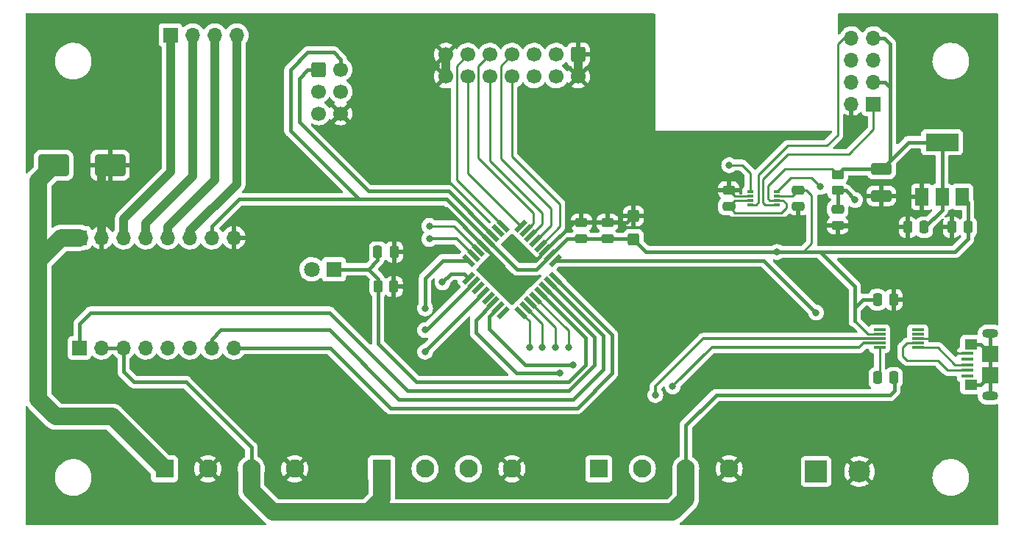
<source format=gtl>
G04 #@! TF.GenerationSoftware,KiCad,Pcbnew,(6.0.0)*
G04 #@! TF.CreationDate,2022-07-19T14:29:55+02:00*
G04 #@! TF.ProjectId,mht-base,6e666c2d-6261-4736-952e-6b696361645f,rev?*
G04 #@! TF.SameCoordinates,Original*
G04 #@! TF.FileFunction,Copper,L1,Top*
G04 #@! TF.FilePolarity,Positive*
%FSLAX46Y46*%
G04 Gerber Fmt 4.6, Leading zero omitted, Abs format (unit mm)*
G04 Created by KiCad (PCBNEW (6.0.0)) date 2022-07-19 14:29:55*
%MOMM*%
%LPD*%
G01*
G04 APERTURE LIST*
G04 Aperture macros list*
%AMRoundRect*
0 Rectangle with rounded corners*
0 $1 Rounding radius*
0 $2 $3 $4 $5 $6 $7 $8 $9 X,Y pos of 4 corners*
0 Add a 4 corners polygon primitive as box body*
4,1,4,$2,$3,$4,$5,$6,$7,$8,$9,$2,$3,0*
0 Add four circle primitives for the rounded corners*
1,1,$1+$1,$2,$3*
1,1,$1+$1,$4,$5*
1,1,$1+$1,$6,$7*
1,1,$1+$1,$8,$9*
0 Add four rect primitives between the rounded corners*
20,1,$1+$1,$2,$3,$4,$5,0*
20,1,$1+$1,$4,$5,$6,$7,0*
20,1,$1+$1,$6,$7,$8,$9,0*
20,1,$1+$1,$8,$9,$2,$3,0*%
%AMRotRect*
0 Rectangle, with rotation*
0 The origin of the aperture is its center*
0 $1 length*
0 $2 width*
0 $3 Rotation angle, in degrees counterclockwise*
0 Add horizontal line*
21,1,$1,$2,0,0,$3*%
G04 Aperture macros list end*
G04 #@! TA.AperFunction,SMDPad,CuDef*
%ADD10RoundRect,0.250000X-0.250000X-0.475000X0.250000X-0.475000X0.250000X0.475000X-0.250000X0.475000X0*%
G04 #@! TD*
G04 #@! TA.AperFunction,ComponentPad*
%ADD11R,2.100000X2.100000*%
G04 #@! TD*
G04 #@! TA.AperFunction,ComponentPad*
%ADD12C,2.100000*%
G04 #@! TD*
G04 #@! TA.AperFunction,SMDPad,CuDef*
%ADD13RoundRect,0.250000X-0.262500X-0.450000X0.262500X-0.450000X0.262500X0.450000X-0.262500X0.450000X0*%
G04 #@! TD*
G04 #@! TA.AperFunction,ComponentPad*
%ADD14R,1.700000X1.700000*%
G04 #@! TD*
G04 #@! TA.AperFunction,ComponentPad*
%ADD15O,1.700000X1.700000*%
G04 #@! TD*
G04 #@! TA.AperFunction,SMDPad,CuDef*
%ADD16RoundRect,0.250000X-1.500000X-1.000000X1.500000X-1.000000X1.500000X1.000000X-1.500000X1.000000X0*%
G04 #@! TD*
G04 #@! TA.AperFunction,SMDPad,CuDef*
%ADD17RoundRect,0.250000X0.250000X0.475000X-0.250000X0.475000X-0.250000X-0.475000X0.250000X-0.475000X0*%
G04 #@! TD*
G04 #@! TA.AperFunction,SMDPad,CuDef*
%ADD18RoundRect,0.250000X-0.475000X0.250000X-0.475000X-0.250000X0.475000X-0.250000X0.475000X0.250000X0*%
G04 #@! TD*
G04 #@! TA.AperFunction,SMDPad,CuDef*
%ADD19R,0.800000X0.300000*%
G04 #@! TD*
G04 #@! TA.AperFunction,ComponentPad*
%ADD20R,2.500000X2.500000*%
G04 #@! TD*
G04 #@! TA.AperFunction,ComponentPad*
%ADD21C,2.500000*%
G04 #@! TD*
G04 #@! TA.AperFunction,ComponentPad*
%ADD22R,1.800000X1.800000*%
G04 #@! TD*
G04 #@! TA.AperFunction,ComponentPad*
%ADD23C,1.800000*%
G04 #@! TD*
G04 #@! TA.AperFunction,SMDPad,CuDef*
%ADD24RoundRect,0.250000X-0.925000X0.412500X-0.925000X-0.412500X0.925000X-0.412500X0.925000X0.412500X0*%
G04 #@! TD*
G04 #@! TA.AperFunction,SMDPad,CuDef*
%ADD25R,1.400000X0.300000*%
G04 #@! TD*
G04 #@! TA.AperFunction,ComponentPad*
%ADD26C,1.700000*%
G04 #@! TD*
G04 #@! TA.AperFunction,ComponentPad*
%ADD27RoundRect,0.250000X-0.600000X0.600000X-0.600000X-0.600000X0.600000X-0.600000X0.600000X0.600000X0*%
G04 #@! TD*
G04 #@! TA.AperFunction,SMDPad,CuDef*
%ADD28RoundRect,0.250000X0.425000X-0.450000X0.425000X0.450000X-0.425000X0.450000X-0.425000X-0.450000X0*%
G04 #@! TD*
G04 #@! TA.AperFunction,SMDPad,CuDef*
%ADD29RoundRect,0.250000X-0.450000X0.262500X-0.450000X-0.262500X0.450000X-0.262500X0.450000X0.262500X0*%
G04 #@! TD*
G04 #@! TA.AperFunction,SMDPad,CuDef*
%ADD30R,1.500000X2.000000*%
G04 #@! TD*
G04 #@! TA.AperFunction,SMDPad,CuDef*
%ADD31R,3.800000X2.000000*%
G04 #@! TD*
G04 #@! TA.AperFunction,SMDPad,CuDef*
%ADD32RotRect,1.600000X0.550000X45.000000*%
G04 #@! TD*
G04 #@! TA.AperFunction,SMDPad,CuDef*
%ADD33RotRect,1.600000X0.550000X135.000000*%
G04 #@! TD*
G04 #@! TA.AperFunction,ComponentPad*
%ADD34RoundRect,0.250000X-0.600000X-0.600000X0.600000X-0.600000X0.600000X0.600000X-0.600000X0.600000X0*%
G04 #@! TD*
G04 #@! TA.AperFunction,SMDPad,CuDef*
%ADD35R,1.400000X0.400000*%
G04 #@! TD*
G04 #@! TA.AperFunction,SMDPad,CuDef*
%ADD36R,1.450000X1.150000*%
G04 #@! TD*
G04 #@! TA.AperFunction,ComponentPad*
%ADD37O,1.850000X1.050000*%
G04 #@! TD*
G04 #@! TA.AperFunction,SMDPad,CuDef*
%ADD38R,1.900000X1.975000*%
G04 #@! TD*
G04 #@! TA.AperFunction,ViaPad*
%ADD39C,0.800000*%
G04 #@! TD*
G04 #@! TA.AperFunction,Conductor*
%ADD40C,0.400000*%
G04 #@! TD*
G04 #@! TA.AperFunction,Conductor*
%ADD41C,1.000000*%
G04 #@! TD*
G04 #@! TA.AperFunction,Conductor*
%ADD42C,0.250000*%
G04 #@! TD*
G04 #@! TA.AperFunction,Conductor*
%ADD43C,0.300000*%
G04 #@! TD*
G04 #@! TA.AperFunction,Conductor*
%ADD44C,2.000000*%
G04 #@! TD*
G04 APERTURE END LIST*
D10*
X80050000Y-88000000D03*
X81950000Y-88000000D03*
D11*
X80500000Y-113000000D03*
D12*
X85500000Y-113000000D03*
X90500000Y-113000000D03*
X95500000Y-113000000D03*
D13*
X80087500Y-92000000D03*
X81912500Y-92000000D03*
D14*
X45720000Y-99060000D03*
D15*
X48260000Y-99060000D03*
X50800000Y-99060000D03*
X53340000Y-99060000D03*
X55880000Y-99060000D03*
X58420000Y-99060000D03*
X60960000Y-99060000D03*
X63500000Y-99060000D03*
D14*
X45720000Y-86360000D03*
D15*
X48260000Y-86360000D03*
X50800000Y-86360000D03*
X53340000Y-86360000D03*
X55880000Y-86360000D03*
X58420000Y-86360000D03*
X60960000Y-86360000D03*
X63500000Y-86360000D03*
D16*
X42750000Y-78000000D03*
X49250000Y-78000000D03*
D17*
X139450000Y-93500000D03*
X137550000Y-93500000D03*
D18*
X106500000Y-84600000D03*
X106500000Y-86500000D03*
D10*
X137550000Y-102500000D03*
X139450000Y-102500000D03*
D11*
X55500000Y-113000000D03*
D12*
X60500000Y-113000000D03*
X65500000Y-113000000D03*
X70500000Y-113000000D03*
D19*
X122900000Y-81050000D03*
X122900000Y-81550000D03*
X122900000Y-82050000D03*
X122900000Y-82550000D03*
X126000000Y-82550000D03*
X126000000Y-82050000D03*
X126000000Y-81550000D03*
X126000000Y-81050000D03*
D20*
X130500000Y-113300000D03*
D21*
X135500000Y-113300000D03*
D10*
X142950000Y-85150000D03*
X141050000Y-85150000D03*
D22*
X75000000Y-90000000D03*
D23*
X72460000Y-90000000D03*
D24*
X138000000Y-78462500D03*
X138000000Y-81537500D03*
D18*
X120450000Y-80850000D03*
X120450000Y-82750000D03*
D25*
X142200000Y-99000000D03*
X142200000Y-98500000D03*
X142200000Y-98000000D03*
X142200000Y-97500000D03*
X142200000Y-97000000D03*
X137800000Y-97000000D03*
X137800000Y-97500000D03*
X137800000Y-98000000D03*
X137800000Y-98500000D03*
X137800000Y-99000000D03*
D18*
X133000000Y-83050000D03*
X133000000Y-84950000D03*
D10*
X146100000Y-85150000D03*
X148000000Y-85150000D03*
D26*
X87880000Y-67787500D03*
X87880000Y-65247500D03*
X90420000Y-67787500D03*
X90420000Y-65247500D03*
X92960000Y-67787500D03*
X92960000Y-65247500D03*
X95500000Y-67787500D03*
X95500000Y-65247500D03*
X98040000Y-67787500D03*
X98040000Y-65247500D03*
X100580000Y-67787500D03*
X100580000Y-65247500D03*
X103120000Y-67787500D03*
D27*
X103120000Y-65247500D03*
D14*
X137105000Y-70950000D03*
D15*
X134565000Y-70950000D03*
X137105000Y-68410000D03*
X134565000Y-68410000D03*
X137105000Y-65870000D03*
X134565000Y-65870000D03*
X137105000Y-63330000D03*
X134565000Y-63330000D03*
D11*
X105500000Y-113000000D03*
D12*
X110500000Y-113000000D03*
X115500000Y-113000000D03*
X120500000Y-113000000D03*
D28*
X109500000Y-86550000D03*
X109500000Y-83850000D03*
D29*
X133000000Y-79087500D03*
X133000000Y-80912500D03*
D18*
X128450000Y-80850000D03*
X128450000Y-82750000D03*
D30*
X147300000Y-81650000D03*
X145000000Y-81650000D03*
D31*
X145000000Y-75350000D03*
D30*
X142700000Y-81650000D03*
D32*
X90514897Y-91025305D03*
X91080583Y-91590990D03*
X91646268Y-92156676D03*
X92211953Y-92722361D03*
X92777639Y-93288047D03*
X93343324Y-93853732D03*
X93909010Y-94419417D03*
X94474695Y-94985103D03*
D33*
X96525305Y-94985103D03*
X97090990Y-94419417D03*
X97656676Y-93853732D03*
X98222361Y-93288047D03*
X98788047Y-92722361D03*
X99353732Y-92156676D03*
X99919417Y-91590990D03*
X100485103Y-91025305D03*
D32*
X100485103Y-88974695D03*
X99919417Y-88409010D03*
X99353732Y-87843324D03*
X98788047Y-87277639D03*
X98222361Y-86711953D03*
X97656676Y-86146268D03*
X97090990Y-85580583D03*
X96525305Y-85014897D03*
D33*
X94474695Y-85014897D03*
X93909010Y-85580583D03*
X93343324Y-86146268D03*
X92777639Y-86711953D03*
X92211953Y-87277639D03*
X91646268Y-87843324D03*
X91080583Y-88409010D03*
X90514897Y-88974695D03*
D34*
X73247500Y-66955000D03*
D26*
X75787500Y-66955000D03*
X73247500Y-69495000D03*
X75787500Y-69495000D03*
X73247500Y-72035000D03*
X75787500Y-72035000D03*
D35*
X147900000Y-102300000D03*
X147900000Y-101650000D03*
X147900000Y-101000000D03*
X147900000Y-100350000D03*
X147900000Y-99700000D03*
D36*
X148320000Y-98680000D03*
D37*
X150550000Y-104575000D03*
D38*
X150550000Y-102237500D03*
D36*
X148320000Y-103320000D03*
D38*
X150550000Y-99762500D03*
D37*
X150550000Y-97425000D03*
D14*
X56200000Y-63000000D03*
D15*
X58740000Y-63000000D03*
X61280000Y-63000000D03*
X63820000Y-63000000D03*
D18*
X103500000Y-84600000D03*
X103500000Y-86500000D03*
D39*
X145500000Y-93500000D03*
X131000000Y-80500000D03*
X130500000Y-95000000D03*
X114000000Y-103500000D03*
X112000000Y-104500000D03*
X97500000Y-99000000D03*
X95500000Y-87500000D03*
X128500000Y-85000000D03*
X112850000Y-83850000D03*
X138000000Y-85000000D03*
X94500000Y-90500000D03*
X126000000Y-88000000D03*
X135000000Y-82000000D03*
X102000000Y-99000000D03*
X100500000Y-99000000D03*
X99000000Y-99000000D03*
X85500000Y-99500000D03*
X85500000Y-97000000D03*
X86000000Y-86500000D03*
X86000000Y-85000000D03*
X120500000Y-78000000D03*
X101000000Y-102000000D03*
X102500000Y-101000000D03*
X85500000Y-94500000D03*
X87500000Y-91500000D03*
D40*
X100485103Y-88974695D02*
X122974695Y-88974695D01*
D41*
X48260000Y-78990000D02*
X49250000Y-78000000D01*
X48260000Y-86360000D02*
X48260000Y-78990000D01*
D40*
X145500000Y-93500000D02*
X139450000Y-93500000D01*
X145500000Y-97500000D02*
X145000000Y-98000000D01*
X145500000Y-93500000D02*
X145500000Y-97500000D01*
X146100000Y-86400000D02*
X146100000Y-85150000D01*
X145500000Y-87000000D02*
X146100000Y-86400000D01*
X140000000Y-87000000D02*
X145500000Y-87000000D01*
X138000000Y-85000000D02*
X140000000Y-87000000D01*
X138000000Y-81537500D02*
X138000000Y-85000000D01*
X133050000Y-85000000D02*
X133000000Y-84950000D01*
X138000000Y-85000000D02*
X133050000Y-85000000D01*
X140900000Y-85000000D02*
X141050000Y-85150000D01*
X138000000Y-85000000D02*
X140900000Y-85000000D01*
D42*
X128500000Y-84500000D02*
X128500000Y-85000000D01*
X128000000Y-84000000D02*
X128500000Y-84500000D01*
D40*
X124474695Y-88974695D02*
X130500000Y-95000000D01*
X122974695Y-88974695D02*
X124474695Y-88974695D01*
X134950000Y-91950000D02*
X134950000Y-94450000D01*
X131000000Y-88000000D02*
X134950000Y-91950000D01*
D42*
X129350000Y-80850000D02*
X130000000Y-81500000D01*
X128450000Y-80850000D02*
X129350000Y-80850000D01*
X130000000Y-87000000D02*
X129000000Y-88000000D01*
D40*
X129000000Y-88000000D02*
X131000000Y-88000000D01*
D42*
X130000000Y-81500000D02*
X130000000Y-87000000D01*
D40*
X110950000Y-88000000D02*
X129000000Y-88000000D01*
X148000000Y-86500000D02*
X148000000Y-85150000D01*
X131000000Y-88000000D02*
X146500000Y-88000000D01*
X146500000Y-88000000D02*
X148000000Y-86500000D01*
X109500000Y-86550000D02*
X110950000Y-88000000D01*
X134950000Y-94450000D02*
X135900000Y-93500000D01*
X134950000Y-94450000D02*
X134950000Y-95950000D01*
X135900000Y-93500000D02*
X137550000Y-93500000D01*
X139500000Y-102550000D02*
X139450000Y-102500000D01*
X139000000Y-104500000D02*
X139500000Y-104000000D01*
X119000000Y-104500000D02*
X139000000Y-104500000D01*
X139500000Y-104000000D02*
X139500000Y-102550000D01*
X115500000Y-108000000D02*
X118750000Y-104750000D01*
X118750000Y-104750000D02*
X119000000Y-104500000D01*
D42*
X137800000Y-102250000D02*
X137550000Y-102500000D01*
X137800000Y-99000000D02*
X137800000Y-102250000D01*
X136500000Y-97500000D02*
X134950000Y-95950000D01*
X137800000Y-97500000D02*
X136500000Y-97500000D01*
D40*
X115500000Y-113000000D02*
X115500000Y-108000000D01*
X141112500Y-75350000D02*
X139000000Y-77462500D01*
X145000000Y-75350000D02*
X141112500Y-75350000D01*
X145000000Y-83150000D02*
X143000000Y-85150000D01*
X145000000Y-81650000D02*
X145000000Y-83150000D01*
X143000000Y-85150000D02*
X142950000Y-85150000D01*
X148000000Y-82350000D02*
X147300000Y-81650000D01*
X148000000Y-85150000D02*
X148000000Y-82350000D01*
D42*
X145650000Y-101650000D02*
X147900000Y-101650000D01*
X140500000Y-99000000D02*
X140500000Y-100000000D01*
X144500000Y-100500000D02*
X145650000Y-101650000D01*
X141000000Y-98500000D02*
X140500000Y-99000000D01*
X141000000Y-100500000D02*
X144500000Y-100500000D01*
X142200000Y-98500000D02*
X141000000Y-98500000D01*
X140500000Y-100000000D02*
X141000000Y-100500000D01*
X125165274Y-82050000D02*
X126000000Y-82050000D01*
X124949511Y-80414785D02*
X124949511Y-81834237D01*
X126932148Y-78432148D02*
X124949511Y-80414785D01*
X124949511Y-81834237D02*
X125165274Y-82050000D01*
X132344648Y-78432148D02*
X126932148Y-78432148D01*
X133000000Y-79087500D02*
X132344648Y-78432148D01*
X133670000Y-63330000D02*
X134565000Y-63330000D01*
X133000000Y-74500000D02*
X133000000Y-64000000D01*
X133000000Y-64000000D02*
X133670000Y-63330000D01*
X131750000Y-75750000D02*
X133000000Y-74500000D01*
X123900000Y-82249022D02*
X123900000Y-79100000D01*
X123900000Y-79100000D02*
X127250000Y-75750000D01*
X127250000Y-75750000D02*
X131750000Y-75750000D01*
X123599022Y-82550000D02*
X123900000Y-82249022D01*
X122900000Y-82550000D02*
X123599022Y-82550000D01*
X137105000Y-73895000D02*
X137105000Y-70950000D01*
X127250000Y-76750000D02*
X134250000Y-76750000D01*
X124400000Y-82300000D02*
X124400000Y-79600000D01*
X124400000Y-79600000D02*
X127250000Y-76750000D01*
X134250000Y-76750000D02*
X137105000Y-73895000D01*
X124650000Y-82550000D02*
X124400000Y-82300000D01*
X126000000Y-82550000D02*
X124650000Y-82550000D01*
D43*
X118500000Y-99000000D02*
X114000000Y-103500000D01*
D42*
X89117500Y-66550000D02*
X89117500Y-79657702D01*
X89254899Y-79795101D02*
X94474695Y-85014897D01*
X89117500Y-79657702D02*
X89254899Y-79795101D01*
X89117500Y-66550000D02*
X90420000Y-65247500D01*
X100000000Y-83000000D02*
X100000000Y-84934314D01*
X100000000Y-84934314D02*
X98222361Y-86711953D01*
X94200000Y-77200000D02*
X100000000Y-83000000D01*
X94200000Y-66547500D02*
X94200000Y-77200000D01*
X95500000Y-65247500D02*
X94200000Y-66547500D01*
X91650000Y-77150000D02*
X98000000Y-83500000D01*
X98000000Y-84671573D02*
X97090990Y-85580583D01*
X91650000Y-66550000D02*
X91650000Y-77150000D01*
X98000000Y-83500000D02*
X98000000Y-84671573D01*
X91777989Y-66422011D02*
X91650000Y-66550000D01*
X91785489Y-66422011D02*
X91777989Y-66422011D01*
X92960000Y-65247500D02*
X91785489Y-66422011D01*
D40*
X90000000Y-90510408D02*
X90514897Y-91025305D01*
X88500000Y-90500000D02*
X90000000Y-90500000D01*
X87500000Y-91500000D02*
X88500000Y-90500000D01*
X90000000Y-90500000D02*
X90000000Y-90510408D01*
X91348528Y-95848528D02*
X93343324Y-93853732D01*
X91348528Y-97348528D02*
X91348528Y-95848528D01*
X96000000Y-102000000D02*
X91348528Y-97348528D01*
X101000000Y-102000000D02*
X96000000Y-102000000D01*
D42*
X129949511Y-79449511D02*
X127600489Y-79449511D01*
X131000000Y-80500000D02*
X129949511Y-79449511D01*
X127600489Y-79449511D02*
X126000000Y-81050000D01*
D43*
X112000000Y-103500000D02*
X117500000Y-98000000D01*
X112000000Y-104500000D02*
X112000000Y-103500000D01*
X137800000Y-98000000D02*
X117500000Y-98000000D01*
X118500000Y-99000000D02*
X135500000Y-99000000D01*
D40*
X94500000Y-89565686D02*
X94500000Y-90500000D01*
X92211953Y-87277639D02*
X94500000Y-89565686D01*
X97000000Y-89000000D02*
X95500000Y-87500000D01*
X139000000Y-77462500D02*
X138000000Y-78462500D01*
X139000000Y-71000000D02*
X139000000Y-77462500D01*
X133912500Y-80912500D02*
X135000000Y-82000000D01*
X133000000Y-80912500D02*
X133912500Y-80912500D01*
X85500000Y-91000000D02*
X85500000Y-94500000D01*
X90514897Y-88974695D02*
X87525305Y-88974695D01*
X87525305Y-88974695D02*
X85500000Y-91000000D01*
X92914213Y-96914213D02*
X92914213Y-95414213D01*
X97000000Y-101000000D02*
X92914213Y-96914213D01*
X93909010Y-94419417D02*
X92914213Y-95414213D01*
X97000000Y-101000000D02*
X102500000Y-101000000D01*
D43*
X135500000Y-99000000D02*
X136000000Y-98500000D01*
X137800000Y-98500000D02*
X136000000Y-98500000D01*
D42*
X97500000Y-95959798D02*
X97500000Y-99000000D01*
X96525305Y-94985103D02*
X97500000Y-95959798D01*
X101000000Y-82500000D02*
X95500000Y-77000000D01*
X95500000Y-77000000D02*
X95500000Y-67787500D01*
X99000000Y-83500000D02*
X92960000Y-77460000D01*
X99000000Y-84802944D02*
X99000000Y-83500000D01*
X92960000Y-77460000D02*
X92960000Y-67787500D01*
X97656676Y-86146268D02*
X99000000Y-84802944D01*
X90420000Y-78909592D02*
X90420000Y-67787500D01*
X96525305Y-85014897D02*
X90420000Y-78909592D01*
D40*
X133625000Y-78462500D02*
X133000000Y-79087500D01*
X138000000Y-78462500D02*
X133625000Y-78462500D01*
X145000000Y-75350000D02*
X145000000Y-81650000D01*
X106500000Y-84600000D02*
X108750000Y-84600000D01*
X108750000Y-84600000D02*
X109500000Y-83850000D01*
X63500000Y-84500000D02*
X63500000Y-86360000D01*
D42*
X122900000Y-81550000D02*
X121150000Y-81550000D01*
X118500000Y-83500000D02*
X119000000Y-84000000D01*
X119150000Y-80850000D02*
X118500000Y-81500000D01*
X128000000Y-84000000D02*
X128450000Y-83550000D01*
D40*
X99353732Y-87843324D02*
X102597056Y-84600000D01*
D42*
X146700000Y-99700000D02*
X145000000Y-98000000D01*
X147900000Y-99700000D02*
X146700000Y-99700000D01*
X118500000Y-81500000D02*
X118500000Y-83500000D01*
X119000000Y-84000000D02*
X128000000Y-84000000D01*
X142200000Y-98000000D02*
X145000000Y-98000000D01*
D40*
X65000000Y-83000000D02*
X63500000Y-84500000D01*
X102597056Y-84600000D02*
X103500000Y-84600000D01*
D41*
X87880000Y-65212500D02*
X87880000Y-67752500D01*
D40*
X92211953Y-87277639D02*
X87934314Y-83000000D01*
X103500000Y-84600000D02*
X106500000Y-84600000D01*
D42*
X128450000Y-83550000D02*
X128450000Y-82750000D01*
D40*
X109500000Y-83850000D02*
X112850000Y-83850000D01*
D42*
X120450000Y-80850000D02*
X119150000Y-80850000D01*
D40*
X87934314Y-83000000D02*
X65000000Y-83000000D01*
X98197056Y-89000000D02*
X97000000Y-89000000D01*
D41*
X103120000Y-65212500D02*
X103120000Y-67752500D01*
D42*
X121150000Y-81550000D02*
X120450000Y-80850000D01*
D40*
X99353732Y-87843324D02*
X98197056Y-89000000D01*
D42*
X127075000Y-82425000D02*
X126700000Y-82050000D01*
D40*
X139000000Y-69000000D02*
X138410000Y-68410000D01*
X138330000Y-63330000D02*
X139000000Y-64000000D01*
D42*
X127075000Y-82925000D02*
X127075000Y-82425000D01*
X122900000Y-82050000D02*
X121150000Y-82050000D01*
D40*
X137105000Y-63330000D02*
X138330000Y-63330000D01*
D42*
X120450000Y-82750000D02*
X121200000Y-83500000D01*
X126700000Y-82050000D02*
X126000000Y-82050000D01*
D40*
X139000000Y-64000000D02*
X139000000Y-69000000D01*
D42*
X121200000Y-83500000D02*
X126500000Y-83500000D01*
D40*
X139000000Y-69000000D02*
X139000000Y-71000000D01*
D42*
X126500000Y-83500000D02*
X127075000Y-82925000D01*
D40*
X138410000Y-68410000D02*
X137105000Y-68410000D01*
D42*
X121150000Y-82050000D02*
X120450000Y-82750000D01*
D40*
X77923918Y-81923918D02*
X87989604Y-81923918D01*
X75787500Y-65787500D02*
X75000000Y-65000000D01*
D44*
X65500000Y-113000000D02*
X65500000Y-115500000D01*
X75500000Y-118000000D02*
X79000000Y-118000000D01*
D40*
X75787500Y-66955000D02*
X75787500Y-65787500D01*
X72000000Y-65000000D02*
X70000000Y-67000000D01*
X70000000Y-74000000D02*
X77923918Y-81923918D01*
D44*
X114000000Y-118000000D02*
X115500000Y-116500000D01*
D40*
X64076082Y-81923918D02*
X77923918Y-81923918D01*
D42*
X126000000Y-81550000D02*
X127750000Y-81550000D01*
D40*
X92777639Y-86711953D02*
X96065686Y-90000000D01*
D44*
X115500000Y-116500000D02*
X115500000Y-113000000D01*
D40*
X65500000Y-113000000D02*
X65500000Y-110500000D01*
D44*
X80500000Y-113000000D02*
X80500000Y-116500000D01*
X65500000Y-115500000D02*
X68000000Y-118000000D01*
X80500000Y-116500000D02*
X79000000Y-118000000D01*
D40*
X50800000Y-99060000D02*
X50800000Y-101800000D01*
X65500000Y-110500000D02*
X58000000Y-103000000D01*
X70000000Y-67000000D02*
X70000000Y-74000000D01*
X106500000Y-86500000D02*
X109450000Y-86500000D01*
X48260000Y-99060000D02*
X50800000Y-99060000D01*
X50800000Y-101800000D02*
X52000000Y-103000000D01*
D44*
X79000000Y-118000000D02*
X114000000Y-118000000D01*
D40*
X101828427Y-86500000D02*
X99919417Y-88409010D01*
X52000000Y-103000000D02*
X58000000Y-103000000D01*
D42*
X127750000Y-81550000D02*
X128450000Y-80850000D01*
D40*
X109450000Y-86500000D02*
X109500000Y-86550000D01*
X96065686Y-90000000D02*
X98328426Y-90000000D01*
D44*
X68000000Y-118000000D02*
X75500000Y-118000000D01*
D40*
X87989604Y-81923918D02*
X92777639Y-86711953D01*
X98328426Y-90000000D02*
X99919417Y-88409010D01*
X103500000Y-86500000D02*
X106500000Y-86500000D01*
X75000000Y-65000000D02*
X72000000Y-65000000D01*
X103500000Y-86500000D02*
X101828427Y-86500000D01*
X60960000Y-86360000D02*
X60960000Y-85040000D01*
X60960000Y-85040000D02*
X64076082Y-81923918D01*
X79000000Y-90000000D02*
X80050000Y-88950000D01*
X80087500Y-92000000D02*
X80087500Y-91087500D01*
X80050000Y-88950000D02*
X80050000Y-88000000D01*
X75000000Y-90000000D02*
X79000000Y-90000000D01*
X102000000Y-103000000D02*
X84500000Y-103000000D01*
X98788047Y-92722361D02*
X104000000Y-97934314D01*
X80087500Y-91087500D02*
X79000000Y-90000000D01*
X80087500Y-98587500D02*
X80087500Y-92000000D01*
X84500000Y-103000000D02*
X80087500Y-98587500D01*
X104000000Y-97934314D02*
X104000000Y-101000000D01*
X104000000Y-101000000D02*
X102000000Y-103000000D01*
D44*
X41000000Y-105000000D02*
X41000000Y-89000000D01*
X43000000Y-107000000D02*
X41000000Y-105000000D01*
X45720000Y-86360000D02*
X43640000Y-86360000D01*
X55500000Y-113000000D02*
X49500000Y-107000000D01*
X49500000Y-107000000D02*
X43000000Y-107000000D01*
X41000000Y-79750000D02*
X42750000Y-78000000D01*
X41000000Y-89000000D02*
X41000000Y-79750000D01*
X43640000Y-86360000D02*
X41000000Y-89000000D01*
D40*
X133000000Y-83050000D02*
X133000000Y-80912500D01*
D42*
X98222361Y-93288047D02*
X102000000Y-97065686D01*
X102000000Y-97065686D02*
X102000000Y-99000000D01*
X97656676Y-93853732D02*
X100500000Y-96697056D01*
X100500000Y-96697056D02*
X100500000Y-99000000D01*
X97090990Y-94419417D02*
X99000000Y-96328427D01*
X99000000Y-96328427D02*
X99000000Y-99000000D01*
X101000000Y-85065686D02*
X98788047Y-87277639D01*
X101000000Y-82500000D02*
X101000000Y-85065686D01*
D40*
X102000000Y-104000000D02*
X83500000Y-104000000D01*
X105000000Y-101000000D02*
X102000000Y-104000000D01*
X45720000Y-96280000D02*
X45720000Y-99060000D01*
X83500000Y-104000000D02*
X74500000Y-95000000D01*
X99353732Y-92156676D02*
X105000000Y-97802944D01*
X47000000Y-95000000D02*
X45720000Y-96280000D01*
X105000000Y-97802944D02*
X105000000Y-101000000D01*
X74500000Y-95000000D02*
X47000000Y-95000000D01*
X102500000Y-105000000D02*
X82500000Y-105000000D01*
X82500000Y-105000000D02*
X74500000Y-97000000D01*
X60960000Y-98040000D02*
X60960000Y-99060000D01*
X106000000Y-101500000D02*
X102500000Y-105000000D01*
X74500000Y-97000000D02*
X62000000Y-97000000D01*
X62000000Y-97000000D02*
X60960000Y-98040000D01*
X99919417Y-91590990D02*
X106000000Y-97671573D01*
X106000000Y-97671573D02*
X106000000Y-101500000D01*
X107000000Y-97540202D02*
X107000000Y-102000000D01*
X107000000Y-102000000D02*
X103000000Y-106000000D01*
X103000000Y-106000000D02*
X81500000Y-106000000D01*
X100485103Y-91025305D02*
X107000000Y-97540202D01*
X74560000Y-99060000D02*
X63500000Y-99060000D01*
X81500000Y-106000000D02*
X74560000Y-99060000D01*
X92211953Y-92722361D02*
X88934314Y-96000000D01*
X88934314Y-96000000D02*
X85500000Y-99434314D01*
X85671573Y-97000000D02*
X85500000Y-97000000D01*
X91080583Y-91590990D02*
X85671573Y-97000000D01*
X73247500Y-66955000D02*
X73202500Y-67000000D01*
X88197056Y-81000000D02*
X93343324Y-86146268D01*
X71000000Y-73000000D02*
X79000000Y-81000000D01*
X72000000Y-67000000D02*
X71000000Y-68000000D01*
X79000000Y-81000000D02*
X88197056Y-81000000D01*
X71000000Y-68000000D02*
X71000000Y-73000000D01*
X73202500Y-67000000D02*
X72000000Y-67000000D01*
D43*
X89171573Y-86500000D02*
X89671573Y-87000000D01*
X86000000Y-86500000D02*
X89171573Y-86500000D01*
X91080583Y-88409010D02*
X89671573Y-87000000D01*
D42*
X88802944Y-85000000D02*
X86000000Y-85000000D01*
X91646268Y-87843324D02*
X88802944Y-85000000D01*
D41*
X50800000Y-84200000D02*
X56200000Y-78800000D01*
X50800000Y-86360000D02*
X50800000Y-84200000D01*
X56200000Y-78800000D02*
X56200000Y-63000000D01*
X53340000Y-84660000D02*
X58740000Y-79260000D01*
X53340000Y-86360000D02*
X53340000Y-84660000D01*
X58740000Y-79260000D02*
X58740000Y-63000000D01*
X61280000Y-79720000D02*
X61280000Y-63000000D01*
X55880000Y-85120000D02*
X61280000Y-79720000D01*
X55880000Y-86360000D02*
X55880000Y-85120000D01*
X63820000Y-80180000D02*
X63820000Y-63000000D01*
X58420000Y-86360000D02*
X58420000Y-85580000D01*
X58420000Y-85580000D02*
X63820000Y-80180000D01*
D42*
X144500000Y-99000000D02*
X142200000Y-99000000D01*
X146500000Y-101000000D02*
X144500000Y-99000000D01*
X147900000Y-101000000D02*
X146500000Y-101000000D01*
D40*
X150550000Y-104575000D02*
X150550000Y-102237500D01*
X150550000Y-97425000D02*
X150550000Y-99762500D01*
X149467500Y-103320000D02*
X150550000Y-102237500D01*
X150550000Y-99762500D02*
X150550000Y-102237500D01*
X148320000Y-98680000D02*
X149467500Y-98680000D01*
X148320000Y-103320000D02*
X149467500Y-103320000D01*
X149467500Y-98680000D02*
X150550000Y-99762500D01*
D42*
X122900000Y-81050000D02*
X122900000Y-78900000D01*
X122000000Y-78000000D02*
X120500000Y-78000000D01*
X122900000Y-78900000D02*
X122000000Y-78000000D01*
G04 #@! TA.AperFunction,Conductor*
G36*
X151434121Y-60528002D02*
G01*
X151480614Y-60581658D01*
X151492000Y-60634000D01*
X151492000Y-96340476D01*
X151471998Y-96408597D01*
X151418342Y-96455090D01*
X151348068Y-96465194D01*
X151327909Y-96460580D01*
X151165916Y-96409193D01*
X151159799Y-96408507D01*
X151159795Y-96408506D01*
X151085652Y-96400190D01*
X151008183Y-96391500D01*
X150098996Y-96391500D01*
X149948287Y-96406277D01*
X149754258Y-96464858D01*
X149575302Y-96560010D01*
X149570528Y-96563904D01*
X149570526Y-96563905D01*
X149500675Y-96620875D01*
X149418237Y-96688110D01*
X149414310Y-96692857D01*
X149414308Y-96692859D01*
X149292973Y-96839528D01*
X149292971Y-96839531D01*
X149289044Y-96844278D01*
X149192644Y-97022565D01*
X149190822Y-97028452D01*
X149134764Y-97209546D01*
X149132710Y-97216180D01*
X149132066Y-97222305D01*
X149132066Y-97222306D01*
X149117040Y-97365271D01*
X149111524Y-97417750D01*
X149115286Y-97459081D01*
X149101539Y-97528734D01*
X149052318Y-97579898D01*
X148989804Y-97596500D01*
X147546866Y-97596500D01*
X147484684Y-97603255D01*
X147348295Y-97654385D01*
X147231739Y-97741739D01*
X147144385Y-97858295D01*
X147093255Y-97994684D01*
X147086500Y-98056866D01*
X147086500Y-98912655D01*
X147066498Y-98980776D01*
X147012842Y-99027269D01*
X147004729Y-99030637D01*
X146961948Y-99046675D01*
X146946351Y-99055214D01*
X146844276Y-99131715D01*
X146831715Y-99144276D01*
X146755214Y-99246351D01*
X146746676Y-99261946D01*
X146701522Y-99382394D01*
X146697895Y-99397649D01*
X146692369Y-99448514D01*
X146692000Y-99455328D01*
X146692000Y-99481885D01*
X146696475Y-99497124D01*
X146697865Y-99498329D01*
X146705548Y-99500000D01*
X146841116Y-99500000D01*
X146909237Y-99520002D01*
X146955730Y-99573658D01*
X146965834Y-99643932D01*
X146936340Y-99708512D01*
X146916683Y-99726825D01*
X146836739Y-99786739D01*
X146831358Y-99793919D01*
X146788758Y-99850760D01*
X146731899Y-99893275D01*
X146723430Y-99896091D01*
X146694877Y-99904475D01*
X146693672Y-99905865D01*
X146692001Y-99913548D01*
X146692001Y-99944669D01*
X146692371Y-99951493D01*
X146695772Y-99982811D01*
X146683242Y-100052693D01*
X146634920Y-100104707D01*
X146566148Y-100122340D01*
X146498760Y-100099992D01*
X146481414Y-100085510D01*
X145844419Y-99448514D01*
X145003652Y-98607747D01*
X144996112Y-98599461D01*
X144992000Y-98592982D01*
X144942348Y-98546356D01*
X144939507Y-98543602D01*
X144919770Y-98523865D01*
X144916573Y-98521385D01*
X144907551Y-98513680D01*
X144875321Y-98483414D01*
X144868375Y-98479595D01*
X144868372Y-98479593D01*
X144857566Y-98473652D01*
X144841047Y-98462801D01*
X144840583Y-98462441D01*
X144825041Y-98450386D01*
X144817772Y-98447241D01*
X144817768Y-98447238D01*
X144784463Y-98432826D01*
X144773813Y-98427609D01*
X144735060Y-98406305D01*
X144715437Y-98401267D01*
X144696734Y-98394863D01*
X144685420Y-98389967D01*
X144685419Y-98389967D01*
X144678145Y-98386819D01*
X144670322Y-98385580D01*
X144670312Y-98385577D01*
X144634476Y-98379901D01*
X144622856Y-98377495D01*
X144587711Y-98368472D01*
X144587710Y-98368472D01*
X144580030Y-98366500D01*
X144559776Y-98366500D01*
X144540065Y-98364949D01*
X144527886Y-98363020D01*
X144520057Y-98361780D01*
X144512165Y-98362526D01*
X144476039Y-98365941D01*
X144464181Y-98366500D01*
X143530134Y-98366500D01*
X143462013Y-98346498D01*
X143415520Y-98292842D01*
X143404871Y-98226892D01*
X143407631Y-98201486D01*
X143408000Y-98194672D01*
X143408000Y-98168115D01*
X143403525Y-98152876D01*
X143377830Y-98130611D01*
X143378288Y-98130082D01*
X143365900Y-98123318D01*
X143350792Y-98103160D01*
X143350614Y-98103294D01*
X143329832Y-98075564D01*
X143304985Y-98009057D01*
X143320039Y-97939675D01*
X143329832Y-97924436D01*
X143345231Y-97903889D01*
X143350614Y-97896706D01*
X143350903Y-97896922D01*
X143397065Y-97850861D01*
X143402418Y-97848647D01*
X143406328Y-97844135D01*
X143407999Y-97836452D01*
X143407999Y-97805330D01*
X143407630Y-97798509D01*
X143404091Y-97765929D01*
X143404091Y-97738720D01*
X143408500Y-97698134D01*
X143408500Y-97301866D01*
X143404344Y-97263606D01*
X143404344Y-97236393D01*
X143408131Y-97201533D01*
X143408131Y-97201529D01*
X143408500Y-97198134D01*
X143408500Y-96801866D01*
X143401745Y-96739684D01*
X143350615Y-96603295D01*
X143263261Y-96486739D01*
X143146705Y-96399385D01*
X143010316Y-96348255D01*
X142948134Y-96341500D01*
X141451866Y-96341500D01*
X141389684Y-96348255D01*
X141253295Y-96399385D01*
X141136739Y-96486739D01*
X141049385Y-96603295D01*
X140998255Y-96739684D01*
X140991500Y-96801866D01*
X140991500Y-97198134D01*
X140991869Y-97201529D01*
X140991869Y-97201533D01*
X140995656Y-97236393D01*
X140995656Y-97263606D01*
X140991500Y-97301866D01*
X140991500Y-97698134D01*
X140995307Y-97733173D01*
X140995386Y-97733902D01*
X140982858Y-97803785D01*
X140934538Y-97855801D01*
X140899828Y-97868347D01*
X140900112Y-97869325D01*
X140880659Y-97874977D01*
X140861296Y-97878988D01*
X140841203Y-97881526D01*
X140833836Y-97884443D01*
X140833831Y-97884444D01*
X140800092Y-97897802D01*
X140788865Y-97901646D01*
X140746407Y-97913982D01*
X140739581Y-97918019D01*
X140728972Y-97924293D01*
X140711224Y-97932988D01*
X140692383Y-97940448D01*
X140685967Y-97945110D01*
X140685966Y-97945110D01*
X140656613Y-97966436D01*
X140646693Y-97972952D01*
X140615465Y-97991420D01*
X140615462Y-97991422D01*
X140608638Y-97995458D01*
X140594317Y-98009779D01*
X140579284Y-98022619D01*
X140562893Y-98034528D01*
X140557841Y-98040635D01*
X140534712Y-98068593D01*
X140526722Y-98077374D01*
X140107742Y-98496353D01*
X140099463Y-98503887D01*
X140092982Y-98508000D01*
X140078084Y-98523865D01*
X140046357Y-98557651D01*
X140043602Y-98560493D01*
X140023865Y-98580230D01*
X140021385Y-98583427D01*
X140013682Y-98592447D01*
X139983414Y-98624679D01*
X139979595Y-98631625D01*
X139979593Y-98631628D01*
X139973652Y-98642434D01*
X139962801Y-98658953D01*
X139950386Y-98674959D01*
X139947241Y-98682228D01*
X139947238Y-98682232D01*
X139932826Y-98715537D01*
X139927609Y-98726187D01*
X139906305Y-98764940D01*
X139904334Y-98772615D01*
X139904334Y-98772616D01*
X139901267Y-98784562D01*
X139894863Y-98803266D01*
X139886819Y-98821855D01*
X139885580Y-98829678D01*
X139885577Y-98829688D01*
X139879901Y-98865524D01*
X139877495Y-98877144D01*
X139866500Y-98919970D01*
X139866500Y-98940224D01*
X139864949Y-98959934D01*
X139861780Y-98979943D01*
X139862526Y-98987835D01*
X139865941Y-99023961D01*
X139866500Y-99035819D01*
X139866500Y-99921233D01*
X139865973Y-99932416D01*
X139864298Y-99939909D01*
X139864547Y-99947835D01*
X139864547Y-99947836D01*
X139866438Y-100007986D01*
X139866500Y-100011945D01*
X139866500Y-100039856D01*
X139866997Y-100043790D01*
X139866997Y-100043791D01*
X139867005Y-100043856D01*
X139867938Y-100055693D01*
X139869327Y-100099889D01*
X139874978Y-100119339D01*
X139878987Y-100138700D01*
X139881526Y-100158797D01*
X139884445Y-100166168D01*
X139884445Y-100166170D01*
X139897804Y-100199912D01*
X139901649Y-100211142D01*
X139908483Y-100234664D01*
X139913982Y-100253593D01*
X139918015Y-100260412D01*
X139918017Y-100260417D01*
X139924293Y-100271028D01*
X139932988Y-100288776D01*
X139940448Y-100307617D01*
X139945110Y-100314033D01*
X139945110Y-100314034D01*
X139966436Y-100343387D01*
X139972952Y-100353307D01*
X139982923Y-100370166D01*
X139995458Y-100391362D01*
X140009779Y-100405683D01*
X140022619Y-100420716D01*
X140034528Y-100437107D01*
X140065895Y-100463056D01*
X140068593Y-100465288D01*
X140077374Y-100473278D01*
X140496353Y-100892258D01*
X140503887Y-100900537D01*
X140508000Y-100907018D01*
X140557651Y-100953643D01*
X140560493Y-100956398D01*
X140580230Y-100976135D01*
X140583427Y-100978615D01*
X140592447Y-100986318D01*
X140624679Y-101016586D01*
X140631625Y-101020405D01*
X140631628Y-101020407D01*
X140642434Y-101026348D01*
X140658953Y-101037199D01*
X140674959Y-101049614D01*
X140682228Y-101052759D01*
X140682232Y-101052762D01*
X140715537Y-101067174D01*
X140726187Y-101072391D01*
X140764940Y-101093695D01*
X140772615Y-101095666D01*
X140772616Y-101095666D01*
X140784562Y-101098733D01*
X140803267Y-101105137D01*
X140821855Y-101113181D01*
X140829678Y-101114420D01*
X140829688Y-101114423D01*
X140865524Y-101120099D01*
X140877144Y-101122505D01*
X140912289Y-101131528D01*
X140919970Y-101133500D01*
X140940224Y-101133500D01*
X140959934Y-101135051D01*
X140979943Y-101138220D01*
X140987835Y-101137474D01*
X141023961Y-101134059D01*
X141035819Y-101133500D01*
X144185406Y-101133500D01*
X144253527Y-101153502D01*
X144274501Y-101170405D01*
X145146343Y-102042247D01*
X145153887Y-102050537D01*
X145158000Y-102057018D01*
X145163777Y-102062443D01*
X145207667Y-102103658D01*
X145210509Y-102106413D01*
X145230231Y-102126135D01*
X145233355Y-102128558D01*
X145233359Y-102128562D01*
X145233424Y-102128612D01*
X145242445Y-102136317D01*
X145274679Y-102166586D01*
X145281627Y-102170405D01*
X145281629Y-102170407D01*
X145292432Y-102176346D01*
X145308959Y-102187202D01*
X145318698Y-102194757D01*
X145318700Y-102194758D01*
X145324960Y-102199614D01*
X145365540Y-102217174D01*
X145376188Y-102222391D01*
X145414940Y-102243695D01*
X145422616Y-102245666D01*
X145422619Y-102245667D01*
X145434562Y-102248733D01*
X145453267Y-102255137D01*
X145471855Y-102263181D01*
X145479678Y-102264420D01*
X145479688Y-102264423D01*
X145515524Y-102270099D01*
X145527144Y-102272505D01*
X145562289Y-102281528D01*
X145569970Y-102283500D01*
X145590224Y-102283500D01*
X145609934Y-102285051D01*
X145629943Y-102288220D01*
X145637835Y-102287474D01*
X145673961Y-102284059D01*
X145685819Y-102283500D01*
X146565500Y-102283500D01*
X146633621Y-102303502D01*
X146680114Y-102357158D01*
X146691500Y-102409500D01*
X146691500Y-102548134D01*
X146698255Y-102610316D01*
X146749385Y-102746705D01*
X146836739Y-102863261D01*
X146843919Y-102868642D01*
X146946113Y-102945233D01*
X146946116Y-102945235D01*
X146953295Y-102950615D01*
X147004451Y-102969793D01*
X147004730Y-102969897D01*
X147061494Y-103012539D01*
X147086194Y-103079101D01*
X147086500Y-103087879D01*
X147086500Y-103943134D01*
X147093255Y-104005316D01*
X147144385Y-104141705D01*
X147231739Y-104258261D01*
X147348295Y-104345615D01*
X147484684Y-104396745D01*
X147546866Y-104403500D01*
X148988850Y-104403500D01*
X149056971Y-104423502D01*
X149103464Y-104477158D01*
X149114160Y-104542671D01*
X149111524Y-104567750D01*
X149129894Y-104769596D01*
X149131632Y-104775502D01*
X149131633Y-104775506D01*
X149161587Y-104877279D01*
X149187119Y-104964029D01*
X149189972Y-104969486D01*
X149189973Y-104969489D01*
X149221443Y-105029686D01*
X149281019Y-105143645D01*
X149408019Y-105301601D01*
X149563281Y-105431881D01*
X149568673Y-105434845D01*
X149568677Y-105434848D01*
X149673803Y-105492641D01*
X149740891Y-105529523D01*
X149934084Y-105590807D01*
X149940201Y-105591493D01*
X149940205Y-105591494D01*
X150014348Y-105599810D01*
X150091817Y-105608500D01*
X151001004Y-105608500D01*
X151151713Y-105593723D01*
X151329582Y-105540021D01*
X151400576Y-105539480D01*
X151460593Y-105577408D01*
X151490577Y-105641762D01*
X151492000Y-105660643D01*
X151492000Y-119366000D01*
X151471998Y-119434121D01*
X151418342Y-119480614D01*
X151366000Y-119492000D01*
X114899175Y-119492000D01*
X114831054Y-119471998D01*
X114784561Y-119418342D01*
X114774457Y-119348068D01*
X114803951Y-119283488D01*
X114826543Y-119263041D01*
X114834596Y-119257360D01*
X114840086Y-119253699D01*
X114902286Y-119214529D01*
X114902287Y-119214528D01*
X114906567Y-119211833D01*
X114910356Y-119208492D01*
X114910362Y-119208488D01*
X114931217Y-119190102D01*
X114941912Y-119181656D01*
X114955022Y-119172408D01*
X114968747Y-119162726D01*
X114990250Y-119143091D01*
X115029966Y-119103375D01*
X115035736Y-119097956D01*
X115084858Y-119054650D01*
X115084861Y-119054647D01*
X115088655Y-119051302D01*
X115091871Y-119047387D01*
X115115178Y-119019013D01*
X115123448Y-119009893D01*
X116549684Y-117583658D01*
X116552206Y-117581204D01*
X116621005Y-117516144D01*
X116624681Y-117512668D01*
X116672412Y-117450239D01*
X116676554Y-117445107D01*
X116724187Y-117389138D01*
X116724189Y-117389135D01*
X116727470Y-117385280D01*
X116730090Y-117380954D01*
X116730095Y-117380947D01*
X116744491Y-117357176D01*
X116752163Y-117345929D01*
X116772120Y-117319826D01*
X116809247Y-117250584D01*
X116812510Y-117244863D01*
X116850602Y-117181966D01*
X116850603Y-117181965D01*
X116853220Y-117177643D01*
X116865534Y-117147166D01*
X116871303Y-117134850D01*
X116886831Y-117105891D01*
X116912423Y-117031567D01*
X116914718Y-117025429D01*
X116942258Y-116957267D01*
X116942259Y-116957263D01*
X116944155Y-116952571D01*
X116951432Y-116920539D01*
X116955163Y-116907441D01*
X116965862Y-116876369D01*
X116979243Y-116798900D01*
X116980526Y-116792482D01*
X116996815Y-116720786D01*
X116996815Y-116720785D01*
X116997935Y-116715856D01*
X116999999Y-116683047D01*
X117001585Y-116669547D01*
X117007179Y-116637164D01*
X117008000Y-116619084D01*
X117008436Y-116609494D01*
X117008436Y-116609475D01*
X117008500Y-116608075D01*
X117008500Y-116551893D01*
X117008749Y-116543981D01*
X117012860Y-116478642D01*
X117013178Y-116473588D01*
X117009101Y-116432009D01*
X117008500Y-116419713D01*
X117008500Y-114598134D01*
X128741500Y-114598134D01*
X128748255Y-114660316D01*
X128799385Y-114796705D01*
X128886739Y-114913261D01*
X129003295Y-115000615D01*
X129139684Y-115051745D01*
X129201866Y-115058500D01*
X131798134Y-115058500D01*
X131860316Y-115051745D01*
X131996705Y-115000615D01*
X132113261Y-114913261D01*
X132200615Y-114796705D01*
X132233444Y-114709133D01*
X134455612Y-114709133D01*
X134464325Y-114720653D01*
X134562018Y-114792284D01*
X134569928Y-114797227D01*
X134792890Y-114914533D01*
X134801453Y-114918256D01*
X135039304Y-115001318D01*
X135048313Y-115003732D01*
X135295842Y-115050727D01*
X135305098Y-115051781D01*
X135556857Y-115061673D01*
X135566171Y-115061347D01*
X135816615Y-115033920D01*
X135825792Y-115032219D01*
X136069431Y-114968074D01*
X136078251Y-114965037D01*
X136309736Y-114865583D01*
X136318008Y-114861276D01*
X136532249Y-114728700D01*
X136539188Y-114723658D01*
X136547518Y-114711019D01*
X136541456Y-114700666D01*
X135512812Y-113672022D01*
X135498868Y-113664408D01*
X135497035Y-113664539D01*
X135490420Y-113668790D01*
X134462270Y-114696940D01*
X134455612Y-114709133D01*
X132233444Y-114709133D01*
X132251745Y-114660316D01*
X132258500Y-114598134D01*
X132258500Y-113258523D01*
X133737898Y-113258523D01*
X133749987Y-113510175D01*
X133751124Y-113519435D01*
X133800274Y-113766535D01*
X133802768Y-113775528D01*
X133887900Y-114012639D01*
X133891700Y-114021174D01*
X134010946Y-114243101D01*
X134015957Y-114250968D01*
X134079446Y-114335990D01*
X134090704Y-114344439D01*
X134103123Y-114337667D01*
X135127978Y-113312812D01*
X135134356Y-113301132D01*
X135864408Y-113301132D01*
X135864539Y-113302965D01*
X135868790Y-113309580D01*
X136899913Y-114340703D01*
X136912293Y-114347463D01*
X136920634Y-114341219D01*
X137046765Y-114145127D01*
X137051212Y-114136936D01*
X137053119Y-114132703D01*
X143890743Y-114132703D01*
X143891302Y-114136947D01*
X143891302Y-114136951D01*
X143893084Y-114150488D01*
X143928268Y-114417734D01*
X144004129Y-114695036D01*
X144005813Y-114698984D01*
X144099506Y-114918642D01*
X144116923Y-114959476D01*
X144264561Y-115206161D01*
X144444313Y-115430528D01*
X144652851Y-115628423D01*
X144886317Y-115796186D01*
X144890112Y-115798195D01*
X144890113Y-115798196D01*
X144911869Y-115809715D01*
X145140392Y-115930712D01*
X145164699Y-115939607D01*
X145351458Y-116007951D01*
X145410373Y-116029511D01*
X145691264Y-116090755D01*
X145719841Y-116093004D01*
X145914282Y-116108307D01*
X145914291Y-116108307D01*
X145916739Y-116108500D01*
X146072271Y-116108500D01*
X146074407Y-116108354D01*
X146074418Y-116108354D01*
X146282548Y-116094165D01*
X146282554Y-116094164D01*
X146286825Y-116093873D01*
X146291020Y-116093004D01*
X146291022Y-116093004D01*
X146427584Y-116064723D01*
X146568342Y-116035574D01*
X146839343Y-115939607D01*
X147094812Y-115807750D01*
X147098313Y-115805289D01*
X147098317Y-115805287D01*
X147299850Y-115663647D01*
X147330023Y-115642441D01*
X147505366Y-115479502D01*
X147537479Y-115449661D01*
X147537481Y-115449658D01*
X147540622Y-115446740D01*
X147722713Y-115224268D01*
X147872927Y-114979142D01*
X147988483Y-114715898D01*
X148067244Y-114439406D01*
X148107751Y-114154784D01*
X148107845Y-114136951D01*
X148109235Y-113871583D01*
X148109235Y-113871576D01*
X148109257Y-113867297D01*
X148095992Y-113766535D01*
X148087881Y-113704933D01*
X148071732Y-113582266D01*
X147995871Y-113304964D01*
X147883077Y-113040524D01*
X147735439Y-112793839D01*
X147555687Y-112569472D01*
X147347149Y-112371577D01*
X147113683Y-112203814D01*
X147091843Y-112192250D01*
X146927424Y-112105195D01*
X146859608Y-112069288D01*
X146589627Y-111970489D01*
X146308736Y-111909245D01*
X146277685Y-111906801D01*
X146085718Y-111891693D01*
X146085709Y-111891693D01*
X146083261Y-111891500D01*
X145927729Y-111891500D01*
X145925593Y-111891646D01*
X145925582Y-111891646D01*
X145717452Y-111905835D01*
X145717446Y-111905836D01*
X145713175Y-111906127D01*
X145708980Y-111906996D01*
X145708978Y-111906996D01*
X145586862Y-111932285D01*
X145431658Y-111964426D01*
X145160657Y-112060393D01*
X144905188Y-112192250D01*
X144901687Y-112194711D01*
X144901683Y-112194713D01*
X144790768Y-112272666D01*
X144669977Y-112357559D01*
X144654892Y-112371577D01*
X144503252Y-112512490D01*
X144459378Y-112553260D01*
X144277287Y-112775732D01*
X144127073Y-113020858D01*
X144125347Y-113024791D01*
X144125346Y-113024792D01*
X144026763Y-113249370D01*
X144011517Y-113284102D01*
X143932756Y-113560594D01*
X143892249Y-113845216D01*
X143892227Y-113849505D01*
X143892226Y-113849512D01*
X143890869Y-114108641D01*
X143890743Y-114132703D01*
X137053119Y-114132703D01*
X137154691Y-113907222D01*
X137157882Y-113898455D01*
X137226269Y-113655976D01*
X137228129Y-113646834D01*
X137260116Y-113395396D01*
X137260597Y-113389108D01*
X137262847Y-113303160D01*
X137262696Y-113296851D01*
X137243912Y-113044074D01*
X137242536Y-113034868D01*
X137186929Y-112789126D01*
X137184205Y-112780215D01*
X137092888Y-112545392D01*
X137088877Y-112536983D01*
X136963854Y-112318240D01*
X136958643Y-112310514D01*
X136921391Y-112263261D01*
X136909466Y-112254790D01*
X136897934Y-112261276D01*
X135872022Y-113287188D01*
X135864408Y-113301132D01*
X135134356Y-113301132D01*
X135135592Y-113298868D01*
X135135461Y-113297035D01*
X135131210Y-113290420D01*
X134101321Y-112260531D01*
X134088013Y-112253264D01*
X134077974Y-112260386D01*
X134067761Y-112272666D01*
X134062346Y-112280258D01*
X133931646Y-112495646D01*
X133927408Y-112503963D01*
X133829981Y-112736299D01*
X133827020Y-112745149D01*
X133765006Y-112989331D01*
X133763384Y-112998528D01*
X133738143Y-113249198D01*
X133737898Y-113258523D01*
X132258500Y-113258523D01*
X132258500Y-112001866D01*
X132251745Y-111939684D01*
X132232671Y-111888803D01*
X134453216Y-111888803D01*
X134457789Y-111898579D01*
X135487188Y-112927978D01*
X135501132Y-112935592D01*
X135502965Y-112935461D01*
X135509580Y-112931210D01*
X136538419Y-111902371D01*
X136544803Y-111890681D01*
X136535391Y-111878570D01*
X136398593Y-111783670D01*
X136390565Y-111778942D01*
X136164593Y-111667505D01*
X136155960Y-111664017D01*
X135915998Y-111587205D01*
X135906938Y-111585029D01*
X135658260Y-111544529D01*
X135648973Y-111543717D01*
X135397053Y-111540419D01*
X135387742Y-111540989D01*
X135138097Y-111574964D01*
X135128978Y-111576902D01*
X134887098Y-111647404D01*
X134878367Y-111650667D01*
X134649558Y-111756151D01*
X134641406Y-111760670D01*
X134462353Y-111878062D01*
X134453216Y-111888803D01*
X132232671Y-111888803D01*
X132200615Y-111803295D01*
X132113261Y-111686739D01*
X131996705Y-111599385D01*
X131860316Y-111548255D01*
X131798134Y-111541500D01*
X129201866Y-111541500D01*
X129139684Y-111548255D01*
X129003295Y-111599385D01*
X128886739Y-111686739D01*
X128799385Y-111803295D01*
X128748255Y-111939684D01*
X128741500Y-112001866D01*
X128741500Y-114598134D01*
X117008500Y-114598134D01*
X117008500Y-114269030D01*
X119595800Y-114269030D01*
X119601527Y-114276680D01*
X119786272Y-114389893D01*
X119795067Y-114394375D01*
X120012490Y-114484434D01*
X120021875Y-114487483D01*
X120250708Y-114542422D01*
X120260455Y-114543965D01*
X120495070Y-114562430D01*
X120504930Y-114562430D01*
X120739545Y-114543965D01*
X120749292Y-114542422D01*
X120978125Y-114487483D01*
X120987510Y-114484434D01*
X121204933Y-114394375D01*
X121213728Y-114389893D01*
X121394805Y-114278928D01*
X121404267Y-114268470D01*
X121400484Y-114259694D01*
X120512812Y-113372022D01*
X120498868Y-113364408D01*
X120497035Y-113364539D01*
X120490420Y-113368790D01*
X119602560Y-114256650D01*
X119595800Y-114269030D01*
X117008500Y-114269030D01*
X117008500Y-113407640D01*
X117011981Y-113378226D01*
X117013471Y-113372022D01*
X117027686Y-113312812D01*
X117042917Y-113249370D01*
X117042918Y-113249364D01*
X117044072Y-113244557D01*
X117062931Y-113004930D01*
X118937570Y-113004930D01*
X118956035Y-113239545D01*
X118957578Y-113249292D01*
X119012517Y-113478125D01*
X119015566Y-113487510D01*
X119105625Y-113704933D01*
X119110107Y-113713728D01*
X119221072Y-113894805D01*
X119231530Y-113904267D01*
X119240306Y-113900484D01*
X120127978Y-113012812D01*
X120134356Y-113001132D01*
X120864408Y-113001132D01*
X120864539Y-113002965D01*
X120868790Y-113009580D01*
X121756650Y-113897440D01*
X121769030Y-113904200D01*
X121776680Y-113898473D01*
X121889893Y-113713728D01*
X121894375Y-113704933D01*
X121984434Y-113487510D01*
X121987483Y-113478125D01*
X122042422Y-113249292D01*
X122043965Y-113239545D01*
X122062430Y-113004930D01*
X122062430Y-112995070D01*
X122043965Y-112760455D01*
X122042422Y-112750708D01*
X121987483Y-112521875D01*
X121984434Y-112512490D01*
X121894375Y-112295067D01*
X121889893Y-112286272D01*
X121778928Y-112105195D01*
X121768470Y-112095733D01*
X121759694Y-112099516D01*
X120872022Y-112987188D01*
X120864408Y-113001132D01*
X120134356Y-113001132D01*
X120135592Y-112998868D01*
X120135461Y-112997035D01*
X120131210Y-112990420D01*
X119243350Y-112102560D01*
X119230970Y-112095800D01*
X119223320Y-112101527D01*
X119110107Y-112286272D01*
X119105625Y-112295067D01*
X119015566Y-112512490D01*
X119012517Y-112521875D01*
X118957578Y-112750708D01*
X118956035Y-112760455D01*
X118937570Y-112995070D01*
X118937570Y-113004930D01*
X117062931Y-113004930D01*
X117063319Y-113000000D01*
X117044072Y-112755443D01*
X117015299Y-112635592D01*
X116993643Y-112545392D01*
X116986805Y-112516908D01*
X116892927Y-112290268D01*
X116764752Y-112081104D01*
X116753401Y-112067813D01*
X116608641Y-111898323D01*
X116605433Y-111894567D01*
X116498568Y-111803295D01*
X116422663Y-111738465D01*
X116422660Y-111738463D01*
X116418896Y-111735248D01*
X116414673Y-111732660D01*
X116414670Y-111732658D01*
X116412829Y-111731530D01*
X119595733Y-111731530D01*
X119599516Y-111740306D01*
X120487188Y-112627978D01*
X120501132Y-112635592D01*
X120502965Y-112635461D01*
X120509580Y-112631210D01*
X121397440Y-111743350D01*
X121404200Y-111730970D01*
X121398473Y-111723320D01*
X121213728Y-111610107D01*
X121204933Y-111605625D01*
X120987510Y-111515566D01*
X120978125Y-111512517D01*
X120749292Y-111457578D01*
X120739545Y-111456035D01*
X120504930Y-111437570D01*
X120495070Y-111437570D01*
X120260455Y-111456035D01*
X120250708Y-111457578D01*
X120021875Y-111512517D01*
X120012490Y-111515566D01*
X119795067Y-111605625D01*
X119786272Y-111610107D01*
X119605195Y-111721072D01*
X119595733Y-111731530D01*
X116412829Y-111731530D01*
X116330955Y-111681358D01*
X116268665Y-111643187D01*
X116221034Y-111590541D01*
X116208500Y-111535755D01*
X116208500Y-108345660D01*
X116228502Y-108277539D01*
X116245405Y-108256565D01*
X119256565Y-105245405D01*
X119318877Y-105211379D01*
X119345660Y-105208500D01*
X138971088Y-105208500D01*
X138979658Y-105208792D01*
X139029776Y-105212209D01*
X139029780Y-105212209D01*
X139037352Y-105212725D01*
X139044829Y-105211420D01*
X139044830Y-105211420D01*
X139071308Y-105206799D01*
X139100303Y-105201738D01*
X139106821Y-105200777D01*
X139170242Y-105193102D01*
X139177343Y-105190419D01*
X139179952Y-105189778D01*
X139196262Y-105185315D01*
X139198798Y-105184550D01*
X139206284Y-105183243D01*
X139264800Y-105157556D01*
X139270904Y-105155065D01*
X139323548Y-105135173D01*
X139323549Y-105135172D01*
X139330656Y-105132487D01*
X139336919Y-105128183D01*
X139339285Y-105126946D01*
X139354097Y-105118701D01*
X139356351Y-105117368D01*
X139363305Y-105114315D01*
X139414002Y-105075413D01*
X139419332Y-105071541D01*
X139465720Y-105039661D01*
X139465725Y-105039656D01*
X139471981Y-105035357D01*
X139513436Y-104988829D01*
X139518416Y-104983554D01*
X139980520Y-104521450D01*
X139986785Y-104515596D01*
X140024660Y-104482555D01*
X140030385Y-104477561D01*
X140067114Y-104425300D01*
X140071046Y-104420005D01*
X140105791Y-104375694D01*
X140110477Y-104369718D01*
X140113602Y-104362796D01*
X140114964Y-104360548D01*
X140123368Y-104345815D01*
X140124622Y-104343476D01*
X140128990Y-104337261D01*
X140131749Y-104330185D01*
X140131751Y-104330181D01*
X140152200Y-104277731D01*
X140154749Y-104271666D01*
X140181045Y-104213427D01*
X140182429Y-104205962D01*
X140183226Y-104203418D01*
X140187859Y-104187152D01*
X140188521Y-104184572D01*
X140191282Y-104177491D01*
X140199622Y-104114143D01*
X140200653Y-104107629D01*
X140212296Y-104044813D01*
X140210019Y-104005316D01*
X140208709Y-103982607D01*
X140208500Y-103975353D01*
X140208500Y-103591393D01*
X140228502Y-103523272D01*
X140245327Y-103502375D01*
X140294134Y-103453483D01*
X140299305Y-103448303D01*
X140313829Y-103424741D01*
X140388275Y-103303968D01*
X140388276Y-103303966D01*
X140392115Y-103297738D01*
X140445196Y-103137704D01*
X140445632Y-103136389D01*
X140445632Y-103136387D01*
X140447797Y-103129861D01*
X140449134Y-103116819D01*
X140454867Y-103060859D01*
X140458500Y-103025400D01*
X140458500Y-101974600D01*
X140458048Y-101970242D01*
X140448238Y-101875692D01*
X140448237Y-101875688D01*
X140447526Y-101868834D01*
X140427922Y-101810072D01*
X140393868Y-101708002D01*
X140391550Y-101701054D01*
X140298478Y-101550652D01*
X140173303Y-101425695D01*
X140155331Y-101414617D01*
X140028968Y-101336725D01*
X140028966Y-101336724D01*
X140022738Y-101332885D01*
X139862254Y-101279655D01*
X139861389Y-101279368D01*
X139861387Y-101279368D01*
X139854861Y-101277203D01*
X139848025Y-101276503D01*
X139848022Y-101276502D01*
X139804969Y-101272091D01*
X139750400Y-101266500D01*
X139149600Y-101266500D01*
X139146354Y-101266837D01*
X139146350Y-101266837D01*
X139050692Y-101276762D01*
X139050688Y-101276763D01*
X139043834Y-101277474D01*
X139037298Y-101279655D01*
X139037296Y-101279655D01*
X138980380Y-101298644D01*
X138876054Y-101333450D01*
X138725652Y-101426522D01*
X138720479Y-101431704D01*
X138648673Y-101503635D01*
X138586390Y-101537714D01*
X138515570Y-101532711D01*
X138458698Y-101490214D01*
X138433829Y-101423715D01*
X138433500Y-101414617D01*
X138433500Y-99783884D01*
X138453502Y-99715763D01*
X138507158Y-99669270D01*
X138548207Y-99659174D01*
X138548134Y-99658500D01*
X138610316Y-99651745D01*
X138746705Y-99600615D01*
X138863261Y-99513261D01*
X138950615Y-99396705D01*
X139001745Y-99260316D01*
X139008500Y-99198134D01*
X139008500Y-98801866D01*
X139005614Y-98775293D01*
X139004344Y-98763607D01*
X139004344Y-98736393D01*
X139008131Y-98701533D01*
X139008131Y-98701529D01*
X139008500Y-98698134D01*
X139008500Y-98301866D01*
X139004344Y-98263606D01*
X139004344Y-98236393D01*
X139008131Y-98201533D01*
X139008131Y-98201529D01*
X139008500Y-98198134D01*
X139008500Y-97801866D01*
X139007333Y-97791118D01*
X139004510Y-97765139D01*
X139004344Y-97763606D01*
X139004344Y-97736393D01*
X139008131Y-97701533D01*
X139008131Y-97701528D01*
X139008500Y-97698134D01*
X139008500Y-97301866D01*
X139004344Y-97263606D01*
X139004344Y-97236393D01*
X139008131Y-97201533D01*
X139008131Y-97201529D01*
X139008500Y-97198134D01*
X139008500Y-96801866D01*
X139001745Y-96739684D01*
X138950615Y-96603295D01*
X138863261Y-96486739D01*
X138746705Y-96399385D01*
X138610316Y-96348255D01*
X138548134Y-96341500D01*
X137051866Y-96341500D01*
X136989684Y-96348255D01*
X136853295Y-96399385D01*
X136736739Y-96486739D01*
X136681826Y-96560010D01*
X136672204Y-96572848D01*
X136615345Y-96615363D01*
X136544526Y-96620389D01*
X136482282Y-96586378D01*
X136131091Y-96235186D01*
X135695404Y-95799499D01*
X135661379Y-95737187D01*
X135658500Y-95710404D01*
X135658500Y-94795660D01*
X135678502Y-94727539D01*
X135695405Y-94706565D01*
X136156565Y-94245405D01*
X136218877Y-94211379D01*
X136245660Y-94208500D01*
X136487484Y-94208500D01*
X136555605Y-94228502D01*
X136602098Y-94282158D01*
X136605137Y-94289874D01*
X136606132Y-94291997D01*
X136608450Y-94298946D01*
X136701522Y-94449348D01*
X136826697Y-94574305D01*
X136832927Y-94578145D01*
X136832928Y-94578146D01*
X136970288Y-94662816D01*
X136977262Y-94667115D01*
X137057005Y-94693564D01*
X137138611Y-94720632D01*
X137138613Y-94720632D01*
X137145139Y-94722797D01*
X137151975Y-94723497D01*
X137151978Y-94723498D01*
X137191421Y-94727539D01*
X137249600Y-94733500D01*
X137850400Y-94733500D01*
X137853646Y-94733163D01*
X137853650Y-94733163D01*
X137949308Y-94723238D01*
X137949312Y-94723237D01*
X137956166Y-94722526D01*
X137962702Y-94720345D01*
X137962704Y-94720345D01*
X138094806Y-94676272D01*
X138123946Y-94666550D01*
X138274348Y-94573478D01*
X138399305Y-94448303D01*
X138402102Y-94443765D01*
X138459353Y-94403176D01*
X138530276Y-94399946D01*
X138591687Y-94435572D01*
X138599062Y-94444068D01*
X138607098Y-94454207D01*
X138721829Y-94568739D01*
X138733240Y-94577751D01*
X138871243Y-94662816D01*
X138884424Y-94668963D01*
X139038710Y-94720138D01*
X139052086Y-94723005D01*
X139146438Y-94732672D01*
X139152854Y-94733000D01*
X139177885Y-94733000D01*
X139193124Y-94728525D01*
X139194329Y-94727135D01*
X139196000Y-94719452D01*
X139196000Y-94714884D01*
X139704000Y-94714884D01*
X139708475Y-94730123D01*
X139709865Y-94731328D01*
X139717548Y-94732999D01*
X139747095Y-94732999D01*
X139753614Y-94732662D01*
X139849206Y-94722743D01*
X139862600Y-94719851D01*
X140016784Y-94668412D01*
X140029962Y-94662239D01*
X140167807Y-94576937D01*
X140179208Y-94567901D01*
X140293739Y-94453171D01*
X140302751Y-94441760D01*
X140387816Y-94303757D01*
X140393963Y-94290576D01*
X140445138Y-94136290D01*
X140448005Y-94122914D01*
X140457672Y-94028562D01*
X140458000Y-94022146D01*
X140458000Y-93772115D01*
X140453525Y-93756876D01*
X140452135Y-93755671D01*
X140444452Y-93754000D01*
X139722115Y-93754000D01*
X139706876Y-93758475D01*
X139705671Y-93759865D01*
X139704000Y-93767548D01*
X139704000Y-94714884D01*
X139196000Y-94714884D01*
X139196000Y-93227885D01*
X139704000Y-93227885D01*
X139708475Y-93243124D01*
X139709865Y-93244329D01*
X139717548Y-93246000D01*
X140439884Y-93246000D01*
X140455123Y-93241525D01*
X140456328Y-93240135D01*
X140457999Y-93232452D01*
X140457999Y-92977905D01*
X140457662Y-92971386D01*
X140447743Y-92875794D01*
X140444851Y-92862400D01*
X140393412Y-92708216D01*
X140387239Y-92695038D01*
X140301937Y-92557193D01*
X140292901Y-92545792D01*
X140178171Y-92431261D01*
X140166760Y-92422249D01*
X140028757Y-92337184D01*
X140015576Y-92331037D01*
X139861290Y-92279862D01*
X139847914Y-92276995D01*
X139753562Y-92267328D01*
X139747145Y-92267000D01*
X139722115Y-92267000D01*
X139706876Y-92271475D01*
X139705671Y-92272865D01*
X139704000Y-92280548D01*
X139704000Y-93227885D01*
X139196000Y-93227885D01*
X139196000Y-92285116D01*
X139191525Y-92269877D01*
X139190135Y-92268672D01*
X139182452Y-92267001D01*
X139152905Y-92267001D01*
X139146386Y-92267338D01*
X139050794Y-92277257D01*
X139037400Y-92280149D01*
X138883216Y-92331588D01*
X138870038Y-92337761D01*
X138732193Y-92423063D01*
X138720792Y-92432099D01*
X138606262Y-92546828D01*
X138599206Y-92555762D01*
X138541288Y-92596823D01*
X138470365Y-92600053D01*
X138408954Y-92564426D01*
X138402154Y-92556593D01*
X138398478Y-92550652D01*
X138273303Y-92425695D01*
X138176637Y-92366109D01*
X138128968Y-92336725D01*
X138128966Y-92336724D01*
X138122738Y-92332885D01*
X138042995Y-92306436D01*
X137961389Y-92279368D01*
X137961387Y-92279368D01*
X137954861Y-92277203D01*
X137948025Y-92276503D01*
X137948022Y-92276502D01*
X137904969Y-92272091D01*
X137850400Y-92266500D01*
X137249600Y-92266500D01*
X137246354Y-92266837D01*
X137246350Y-92266837D01*
X137150692Y-92276762D01*
X137150688Y-92276763D01*
X137143834Y-92277474D01*
X137137298Y-92279655D01*
X137137296Y-92279655D01*
X137102938Y-92291118D01*
X136976054Y-92333450D01*
X136825652Y-92426522D01*
X136700695Y-92551697D01*
X136696855Y-92557927D01*
X136696854Y-92557928D01*
X136625918Y-92673008D01*
X136607885Y-92702262D01*
X136605581Y-92709209D01*
X136602487Y-92715844D01*
X136600251Y-92714801D01*
X136566477Y-92763538D01*
X136500909Y-92790766D01*
X136487328Y-92791500D01*
X135928927Y-92791500D01*
X135920358Y-92791208D01*
X135870225Y-92787790D01*
X135870221Y-92787790D01*
X135862648Y-92787274D01*
X135855172Y-92788579D01*
X135855169Y-92788579D01*
X135806163Y-92797132D01*
X135735617Y-92789139D01*
X135680592Y-92744276D01*
X135658500Y-92673008D01*
X135658500Y-91978927D01*
X135658792Y-91970358D01*
X135662210Y-91920225D01*
X135662210Y-91920221D01*
X135662726Y-91912648D01*
X135651736Y-91849681D01*
X135650775Y-91843165D01*
X135644014Y-91787298D01*
X135643102Y-91779758D01*
X135640419Y-91772657D01*
X135639778Y-91770048D01*
X135635313Y-91753728D01*
X135634548Y-91751195D01*
X135633243Y-91743717D01*
X135607552Y-91685190D01*
X135605067Y-91679102D01*
X135585172Y-91626449D01*
X135585171Y-91626447D01*
X135582487Y-91619344D01*
X135578186Y-91613085D01*
X135576949Y-91610720D01*
X135568727Y-91595948D01*
X135567372Y-91593656D01*
X135564316Y-91586695D01*
X135559691Y-91580668D01*
X135559689Y-91580664D01*
X135525407Y-91535987D01*
X135521529Y-91530650D01*
X135489659Y-91484278D01*
X135489658Y-91484277D01*
X135485357Y-91478019D01*
X135438838Y-91436572D01*
X135433563Y-91431592D01*
X134193500Y-90191529D01*
X132925565Y-88923595D01*
X132891540Y-88861283D01*
X132896604Y-88790468D01*
X132939151Y-88733632D01*
X133005671Y-88708821D01*
X133014660Y-88708500D01*
X146471088Y-88708500D01*
X146479658Y-88708792D01*
X146529776Y-88712209D01*
X146529780Y-88712209D01*
X146537352Y-88712725D01*
X146544829Y-88711420D01*
X146544830Y-88711420D01*
X146571308Y-88706799D01*
X146600303Y-88701738D01*
X146606821Y-88700777D01*
X146670242Y-88693102D01*
X146677343Y-88690419D01*
X146679952Y-88689778D01*
X146696262Y-88685315D01*
X146698798Y-88684550D01*
X146706284Y-88683243D01*
X146764800Y-88657556D01*
X146770904Y-88655065D01*
X146823548Y-88635173D01*
X146823549Y-88635172D01*
X146830656Y-88632487D01*
X146836919Y-88628183D01*
X146839285Y-88626946D01*
X146854097Y-88618701D01*
X146856351Y-88617368D01*
X146863305Y-88614315D01*
X146914002Y-88575413D01*
X146919332Y-88571541D01*
X146965720Y-88539661D01*
X146965725Y-88539656D01*
X146971981Y-88535357D01*
X146980853Y-88525400D01*
X147013435Y-88488830D01*
X147018416Y-88483554D01*
X148480528Y-87021443D01*
X148486793Y-87015589D01*
X148524664Y-86982552D01*
X148524665Y-86982551D01*
X148530385Y-86977561D01*
X148567136Y-86925271D01*
X148571028Y-86920029D01*
X148610476Y-86869718D01*
X148613600Y-86862799D01*
X148614988Y-86860507D01*
X148623357Y-86845835D01*
X148624622Y-86843475D01*
X148628990Y-86837261D01*
X148652203Y-86777723D01*
X148654759Y-86771642D01*
X148654835Y-86771475D01*
X148681045Y-86713427D01*
X148682430Y-86705954D01*
X148683234Y-86703388D01*
X148687855Y-86687165D01*
X148688520Y-86684573D01*
X148691282Y-86677491D01*
X148699622Y-86614139D01*
X148700654Y-86607623D01*
X148710911Y-86552281D01*
X148712295Y-86544814D01*
X148708709Y-86482620D01*
X148708500Y-86475367D01*
X148708500Y-86291480D01*
X148728502Y-86223359D01*
X148745327Y-86202462D01*
X148824930Y-86122721D01*
X148849305Y-86098303D01*
X148879326Y-86049600D01*
X148938275Y-85953968D01*
X148938276Y-85953966D01*
X148942115Y-85947738D01*
X148980348Y-85832468D01*
X148995632Y-85786389D01*
X148995632Y-85786387D01*
X148997797Y-85779861D01*
X148998826Y-85769824D01*
X149003847Y-85720814D01*
X149008500Y-85675400D01*
X149008500Y-84624600D01*
X149007343Y-84613447D01*
X148998238Y-84525692D01*
X148998237Y-84525688D01*
X148997526Y-84518834D01*
X148977280Y-84458148D01*
X148943868Y-84358002D01*
X148941550Y-84351054D01*
X148848478Y-84200652D01*
X148801191Y-84153447D01*
X148745482Y-84097835D01*
X148711403Y-84035552D01*
X148708500Y-84008662D01*
X148708500Y-82378911D01*
X148708792Y-82370342D01*
X148712209Y-82320223D01*
X148712209Y-82320219D01*
X148712725Y-82312647D01*
X148701736Y-82249685D01*
X148700777Y-82243182D01*
X148696909Y-82211213D01*
X148693102Y-82179758D01*
X148690416Y-82172649D01*
X148689784Y-82170078D01*
X148685324Y-82153772D01*
X148684549Y-82151204D01*
X148683242Y-82143716D01*
X148663704Y-82099206D01*
X148657561Y-82085212D01*
X148655069Y-82079105D01*
X148635173Y-82026452D01*
X148635173Y-82026451D01*
X148632487Y-82019344D01*
X148628184Y-82013083D01*
X148626947Y-82010717D01*
X148618720Y-81995937D01*
X148617369Y-81993652D01*
X148614315Y-81986695D01*
X148609693Y-81980671D01*
X148609689Y-81980665D01*
X148584539Y-81947890D01*
X148558937Y-81881670D01*
X148558500Y-81871185D01*
X148558500Y-80601866D01*
X148551745Y-80539684D01*
X148500615Y-80403295D01*
X148413261Y-80286739D01*
X148296705Y-80199385D01*
X148160316Y-80148255D01*
X148098134Y-80141500D01*
X146501866Y-80141500D01*
X146439684Y-80148255D01*
X146303295Y-80199385D01*
X146296110Y-80204770D01*
X146296108Y-80204771D01*
X146225565Y-80257640D01*
X146159058Y-80282488D01*
X146089676Y-80267435D01*
X146074435Y-80257640D01*
X146003892Y-80204771D01*
X146003890Y-80204770D01*
X145996705Y-80199385D01*
X145860316Y-80148255D01*
X145833086Y-80145297D01*
X145820892Y-80143972D01*
X145755330Y-80116730D01*
X145714904Y-80058366D01*
X145708500Y-80018709D01*
X145708500Y-76984500D01*
X145728502Y-76916379D01*
X145782158Y-76869886D01*
X145834500Y-76858500D01*
X146948134Y-76858500D01*
X147010316Y-76851745D01*
X147146705Y-76800615D01*
X147263261Y-76713261D01*
X147350615Y-76596705D01*
X147401745Y-76460316D01*
X147408500Y-76398134D01*
X147408500Y-74301866D01*
X147401745Y-74239684D01*
X147350615Y-74103295D01*
X147263261Y-73986739D01*
X147146705Y-73899385D01*
X147010316Y-73848255D01*
X146948134Y-73841500D01*
X143051866Y-73841500D01*
X142989684Y-73848255D01*
X142853295Y-73899385D01*
X142736739Y-73986739D01*
X142649385Y-74103295D01*
X142598255Y-74239684D01*
X142591500Y-74301866D01*
X142591500Y-74515500D01*
X142571498Y-74583621D01*
X142517842Y-74630114D01*
X142465500Y-74641500D01*
X141141412Y-74641500D01*
X141132842Y-74641208D01*
X141082724Y-74637791D01*
X141082720Y-74637791D01*
X141075148Y-74637275D01*
X141067671Y-74638580D01*
X141067670Y-74638580D01*
X141041192Y-74643201D01*
X141012197Y-74648262D01*
X141005679Y-74649223D01*
X140942258Y-74656898D01*
X140935157Y-74659581D01*
X140932548Y-74660222D01*
X140916238Y-74664685D01*
X140913702Y-74665450D01*
X140906216Y-74666757D01*
X140899259Y-74669811D01*
X140847705Y-74692442D01*
X140841601Y-74694933D01*
X140781844Y-74717513D01*
X140775581Y-74721817D01*
X140773215Y-74723054D01*
X140758403Y-74731299D01*
X140756149Y-74732632D01*
X140749195Y-74735685D01*
X140698498Y-74774587D01*
X140693168Y-74778459D01*
X140646780Y-74810339D01*
X140646775Y-74810344D01*
X140640519Y-74814643D01*
X140635468Y-74820313D01*
X140635466Y-74820314D01*
X140599065Y-74861170D01*
X140594084Y-74866446D01*
X139923595Y-75536935D01*
X139861283Y-75570961D01*
X139790468Y-75565896D01*
X139733632Y-75523349D01*
X139708821Y-75456829D01*
X139708500Y-75447840D01*
X139708500Y-69028912D01*
X139708792Y-69020342D01*
X139712209Y-68970225D01*
X139712209Y-68970221D01*
X139712725Y-68962648D01*
X139711385Y-68954965D01*
X139710376Y-68949188D01*
X139708500Y-68927526D01*
X139708500Y-66132703D01*
X143890743Y-66132703D01*
X143891302Y-66136947D01*
X143891302Y-66136951D01*
X143896269Y-66174679D01*
X143928268Y-66417734D01*
X144004129Y-66695036D01*
X144005813Y-66698984D01*
X144115014Y-66955000D01*
X144116923Y-66959476D01*
X144156083Y-67024908D01*
X144235941Y-67158340D01*
X144264561Y-67206161D01*
X144444313Y-67430528D01*
X144546164Y-67527181D01*
X144604582Y-67582617D01*
X144652851Y-67628423D01*
X144766184Y-67709861D01*
X144875805Y-67788632D01*
X144886317Y-67796186D01*
X144890112Y-67798195D01*
X144890113Y-67798196D01*
X144911869Y-67809715D01*
X145140392Y-67930712D01*
X145164699Y-67939607D01*
X145319273Y-67996173D01*
X145410373Y-68029511D01*
X145691264Y-68090755D01*
X145719841Y-68093004D01*
X145914282Y-68108307D01*
X145914291Y-68108307D01*
X145916739Y-68108500D01*
X146072271Y-68108500D01*
X146074407Y-68108354D01*
X146074418Y-68108354D01*
X146282548Y-68094165D01*
X146282554Y-68094164D01*
X146286825Y-68093873D01*
X146291020Y-68093004D01*
X146291022Y-68093004D01*
X146517161Y-68046173D01*
X146568342Y-68035574D01*
X146839343Y-67939607D01*
X147094812Y-67807750D01*
X147098313Y-67805289D01*
X147098317Y-67805287D01*
X147238088Y-67707054D01*
X147330023Y-67642441D01*
X147489409Y-67494330D01*
X147537479Y-67449661D01*
X147537481Y-67449658D01*
X147540622Y-67446740D01*
X147722713Y-67224268D01*
X147872927Y-66979142D01*
X147882048Y-66958365D01*
X147986757Y-66719830D01*
X147988483Y-66715898D01*
X148001362Y-66670688D01*
X148050655Y-66497642D01*
X148067244Y-66439406D01*
X148107751Y-66154784D01*
X148107839Y-66138120D01*
X148109235Y-65871583D01*
X148109235Y-65871576D01*
X148109257Y-65867297D01*
X148071732Y-65582266D01*
X147995871Y-65304964D01*
X147962122Y-65225840D01*
X147884763Y-65044476D01*
X147884761Y-65044472D01*
X147883077Y-65040524D01*
X147788856Y-64883092D01*
X147737643Y-64797521D01*
X147737640Y-64797517D01*
X147735439Y-64793839D01*
X147555687Y-64569472D01*
X147370676Y-64393903D01*
X147350258Y-64374527D01*
X147350255Y-64374525D01*
X147347149Y-64371577D01*
X147126830Y-64213261D01*
X147117172Y-64206321D01*
X147117171Y-64206320D01*
X147113683Y-64203814D01*
X147091843Y-64192250D01*
X146975572Y-64130688D01*
X146859608Y-64069288D01*
X146642553Y-63989857D01*
X146593658Y-63971964D01*
X146593656Y-63971963D01*
X146589627Y-63970489D01*
X146308736Y-63909245D01*
X146277685Y-63906801D01*
X146085718Y-63891693D01*
X146085709Y-63891693D01*
X146083261Y-63891500D01*
X145927729Y-63891500D01*
X145925593Y-63891646D01*
X145925582Y-63891646D01*
X145717452Y-63905835D01*
X145717446Y-63905836D01*
X145713175Y-63906127D01*
X145708980Y-63906996D01*
X145708978Y-63906996D01*
X145572416Y-63935277D01*
X145431658Y-63964426D01*
X145160657Y-64060393D01*
X145099342Y-64092040D01*
X144941177Y-64173675D01*
X144905188Y-64192250D01*
X144901687Y-64194711D01*
X144901683Y-64194713D01*
X144848810Y-64231873D01*
X144669977Y-64357559D01*
X144636518Y-64388651D01*
X144465988Y-64547118D01*
X144459378Y-64553260D01*
X144277287Y-64775732D01*
X144127073Y-65020858D01*
X144011517Y-65284102D01*
X144010342Y-65288229D01*
X144010341Y-65288230D01*
X143983799Y-65381406D01*
X143932756Y-65560594D01*
X143892249Y-65845216D01*
X143892227Y-65849505D01*
X143892226Y-65849512D01*
X143890765Y-66128417D01*
X143890743Y-66132703D01*
X139708500Y-66132703D01*
X139708500Y-64028912D01*
X139708792Y-64020342D01*
X139712209Y-63970224D01*
X139712209Y-63970220D01*
X139712725Y-63962648D01*
X139701738Y-63899697D01*
X139700776Y-63893175D01*
X139693102Y-63829758D01*
X139690419Y-63822657D01*
X139689778Y-63820048D01*
X139685315Y-63803738D01*
X139684550Y-63801202D01*
X139683243Y-63793716D01*
X139657556Y-63735200D01*
X139655065Y-63729096D01*
X139635173Y-63676452D01*
X139635172Y-63676451D01*
X139632487Y-63669344D01*
X139628183Y-63663081D01*
X139626946Y-63660715D01*
X139618701Y-63645903D01*
X139617368Y-63643649D01*
X139614315Y-63636695D01*
X139575413Y-63585998D01*
X139571541Y-63580668D01*
X139539661Y-63534280D01*
X139539656Y-63534275D01*
X139535357Y-63528019D01*
X139488829Y-63486564D01*
X139483554Y-63481584D01*
X138851450Y-62849480D01*
X138845596Y-62843215D01*
X138824111Y-62818587D01*
X138807561Y-62799615D01*
X138755280Y-62762871D01*
X138749986Y-62758939D01*
X138705693Y-62724209D01*
X138699718Y-62719524D01*
X138692802Y-62716401D01*
X138690516Y-62715017D01*
X138675835Y-62706643D01*
X138673475Y-62705378D01*
X138667261Y-62701010D01*
X138660182Y-62698250D01*
X138660180Y-62698249D01*
X138607725Y-62677798D01*
X138601656Y-62675247D01*
X138543427Y-62648955D01*
X138535960Y-62647571D01*
X138533405Y-62646770D01*
X138517152Y-62642141D01*
X138514572Y-62641478D01*
X138507491Y-62638718D01*
X138499960Y-62637727D01*
X138499958Y-62637726D01*
X138470339Y-62633827D01*
X138444139Y-62630378D01*
X138437641Y-62629348D01*
X138374814Y-62617704D01*
X138367234Y-62618141D01*
X138367232Y-62618141D01*
X138339533Y-62619738D01*
X138270374Y-62603690D01*
X138226489Y-62562387D01*
X138187822Y-62502617D01*
X138187820Y-62502614D01*
X138185014Y-62498277D01*
X138034670Y-62333051D01*
X138030619Y-62329852D01*
X138030615Y-62329848D01*
X137863414Y-62197800D01*
X137863410Y-62197798D01*
X137859359Y-62194598D01*
X137663789Y-62086638D01*
X137658920Y-62084914D01*
X137658916Y-62084912D01*
X137458087Y-62013795D01*
X137458083Y-62013794D01*
X137453212Y-62012069D01*
X137448119Y-62011162D01*
X137448116Y-62011161D01*
X137238373Y-61973800D01*
X137238367Y-61973799D01*
X137233284Y-61972894D01*
X137159452Y-61971992D01*
X137015081Y-61970228D01*
X137015079Y-61970228D01*
X137009911Y-61970165D01*
X136789091Y-62003955D01*
X136576756Y-62073357D01*
X136546443Y-62089137D01*
X136386080Y-62172617D01*
X136378607Y-62176507D01*
X136374474Y-62179610D01*
X136374471Y-62179612D01*
X136350247Y-62197800D01*
X136199965Y-62310635D01*
X136045629Y-62472138D01*
X135938201Y-62629621D01*
X135883293Y-62674621D01*
X135812768Y-62682792D01*
X135749021Y-62651538D01*
X135728324Y-62627054D01*
X135647822Y-62502617D01*
X135647820Y-62502614D01*
X135645014Y-62498277D01*
X135494670Y-62333051D01*
X135490619Y-62329852D01*
X135490615Y-62329848D01*
X135323414Y-62197800D01*
X135323410Y-62197798D01*
X135319359Y-62194598D01*
X135123789Y-62086638D01*
X135118920Y-62084914D01*
X135118916Y-62084912D01*
X134918087Y-62013795D01*
X134918083Y-62013794D01*
X134913212Y-62012069D01*
X134908119Y-62011162D01*
X134908116Y-62011161D01*
X134698373Y-61973800D01*
X134698367Y-61973799D01*
X134693284Y-61972894D01*
X134619452Y-61971992D01*
X134475081Y-61970228D01*
X134475079Y-61970228D01*
X134469911Y-61970165D01*
X134249091Y-62003955D01*
X134036756Y-62073357D01*
X134006443Y-62089137D01*
X133846080Y-62172617D01*
X133838607Y-62176507D01*
X133834474Y-62179610D01*
X133834471Y-62179612D01*
X133810247Y-62197800D01*
X133659965Y-62310635D01*
X133505629Y-62472138D01*
X133379743Y-62656680D01*
X133359166Y-62701010D01*
X133326177Y-62772079D01*
X133289117Y-62818587D01*
X133285461Y-62821423D01*
X133278638Y-62825458D01*
X133264317Y-62839779D01*
X133249284Y-62852619D01*
X133232893Y-62864528D01*
X133227840Y-62870636D01*
X133223085Y-62876384D01*
X133164252Y-62916122D01*
X133093274Y-62917745D01*
X133032686Y-62880736D01*
X133001725Y-62816846D01*
X133000000Y-62796069D01*
X133000000Y-60634000D01*
X133020002Y-60565879D01*
X133073658Y-60519386D01*
X133126000Y-60508000D01*
X151366000Y-60508000D01*
X151434121Y-60528002D01*
G37*
G04 #@! TD.AperFunction*
G04 #@! TA.AperFunction,Conductor*
G36*
X111942121Y-60528002D02*
G01*
X111988614Y-60581658D01*
X112000000Y-60634000D01*
X112000000Y-74000000D01*
X132240500Y-74000000D01*
X132308621Y-74020002D01*
X132355114Y-74073658D01*
X132366500Y-74126000D01*
X132366500Y-74185405D01*
X132346498Y-74253526D01*
X132329595Y-74274501D01*
X131524499Y-75079596D01*
X131462187Y-75113621D01*
X131435404Y-75116500D01*
X127328763Y-75116500D01*
X127317579Y-75115973D01*
X127310091Y-75114299D01*
X127302168Y-75114548D01*
X127242033Y-75116438D01*
X127238075Y-75116500D01*
X127210144Y-75116500D01*
X127206229Y-75116995D01*
X127206225Y-75116995D01*
X127206167Y-75117003D01*
X127206138Y-75117006D01*
X127194296Y-75117939D01*
X127150110Y-75119327D01*
X127132744Y-75124372D01*
X127130658Y-75124978D01*
X127111306Y-75128986D01*
X127099068Y-75130532D01*
X127099066Y-75130533D01*
X127091203Y-75131526D01*
X127050086Y-75147806D01*
X127038885Y-75151641D01*
X126996406Y-75163982D01*
X126989587Y-75168015D01*
X126989582Y-75168017D01*
X126978971Y-75174293D01*
X126961221Y-75182990D01*
X126942383Y-75190448D01*
X126935967Y-75195109D01*
X126935966Y-75195110D01*
X126906625Y-75216428D01*
X126896701Y-75222947D01*
X126865460Y-75241422D01*
X126865455Y-75241426D01*
X126858637Y-75245458D01*
X126844313Y-75259782D01*
X126829281Y-75272621D01*
X126812893Y-75284528D01*
X126784712Y-75318593D01*
X126776722Y-75327373D01*
X123588291Y-78515804D01*
X123525979Y-78549830D01*
X123455164Y-78544765D01*
X123405173Y-78508006D01*
X123404542Y-78508637D01*
X123390218Y-78494313D01*
X123377376Y-78479278D01*
X123365472Y-78462893D01*
X123331406Y-78434711D01*
X123322627Y-78426722D01*
X122503652Y-77607747D01*
X122496112Y-77599461D01*
X122492000Y-77592982D01*
X122481294Y-77582928D01*
X122442349Y-77546357D01*
X122439507Y-77543602D01*
X122419770Y-77523865D01*
X122416573Y-77521385D01*
X122407551Y-77513680D01*
X122381100Y-77488841D01*
X122375321Y-77483414D01*
X122368375Y-77479595D01*
X122368372Y-77479593D01*
X122357566Y-77473652D01*
X122341047Y-77462801D01*
X122335048Y-77458148D01*
X122325041Y-77450386D01*
X122317772Y-77447241D01*
X122317768Y-77447238D01*
X122284463Y-77432826D01*
X122273813Y-77427609D01*
X122235060Y-77406305D01*
X122215437Y-77401267D01*
X122196734Y-77394863D01*
X122185420Y-77389967D01*
X122185419Y-77389967D01*
X122178145Y-77386819D01*
X122170322Y-77385580D01*
X122170312Y-77385577D01*
X122134476Y-77379901D01*
X122122856Y-77377495D01*
X122087711Y-77368472D01*
X122087710Y-77368472D01*
X122080030Y-77366500D01*
X122059776Y-77366500D01*
X122040065Y-77364949D01*
X122027886Y-77363020D01*
X122020057Y-77361780D01*
X122012165Y-77362526D01*
X121976039Y-77365941D01*
X121964181Y-77366500D01*
X121208200Y-77366500D01*
X121140079Y-77346498D01*
X121120853Y-77330157D01*
X121120580Y-77330460D01*
X121115668Y-77326037D01*
X121111253Y-77321134D01*
X121070929Y-77291837D01*
X120962094Y-77212763D01*
X120962093Y-77212762D01*
X120956752Y-77208882D01*
X120950724Y-77206198D01*
X120950722Y-77206197D01*
X120788319Y-77133891D01*
X120788318Y-77133891D01*
X120782288Y-77131206D01*
X120688888Y-77111353D01*
X120601944Y-77092872D01*
X120601939Y-77092872D01*
X120595487Y-77091500D01*
X120404513Y-77091500D01*
X120398061Y-77092872D01*
X120398056Y-77092872D01*
X120311112Y-77111353D01*
X120217712Y-77131206D01*
X120211682Y-77133891D01*
X120211681Y-77133891D01*
X120049278Y-77206197D01*
X120049276Y-77206198D01*
X120043248Y-77208882D01*
X120037907Y-77212762D01*
X120037906Y-77212763D01*
X120027765Y-77220131D01*
X119888747Y-77321134D01*
X119884326Y-77326044D01*
X119884325Y-77326045D01*
X119775203Y-77447238D01*
X119760960Y-77463056D01*
X119665473Y-77628444D01*
X119606458Y-77810072D01*
X119605768Y-77816633D01*
X119605768Y-77816635D01*
X119596898Y-77901027D01*
X119586496Y-78000000D01*
X119587186Y-78006565D01*
X119599651Y-78125159D01*
X119606458Y-78189928D01*
X119665473Y-78371556D01*
X119668776Y-78377278D01*
X119668777Y-78377279D01*
X119701936Y-78434712D01*
X119760960Y-78536944D01*
X119765378Y-78541851D01*
X119765379Y-78541852D01*
X119842399Y-78627391D01*
X119888747Y-78678866D01*
X120043248Y-78791118D01*
X120049276Y-78793802D01*
X120049278Y-78793803D01*
X120211681Y-78866109D01*
X120217712Y-78868794D01*
X120311112Y-78888647D01*
X120398056Y-78907128D01*
X120398061Y-78907128D01*
X120404513Y-78908500D01*
X120595487Y-78908500D01*
X120601939Y-78907128D01*
X120601944Y-78907128D01*
X120688888Y-78888647D01*
X120782288Y-78868794D01*
X120788319Y-78866109D01*
X120950722Y-78793803D01*
X120950724Y-78793802D01*
X120956752Y-78791118D01*
X121010624Y-78751978D01*
X121104060Y-78684092D01*
X121111253Y-78678866D01*
X121115668Y-78673963D01*
X121120580Y-78669540D01*
X121121705Y-78670789D01*
X121175014Y-78637949D01*
X121208200Y-78633500D01*
X121685406Y-78633500D01*
X121753527Y-78653502D01*
X121774501Y-78670405D01*
X122229595Y-79125499D01*
X122263621Y-79187811D01*
X122266500Y-79214594D01*
X122266500Y-80376461D01*
X122246498Y-80444582D01*
X122216065Y-80477287D01*
X122156073Y-80522249D01*
X122136739Y-80536739D01*
X122049385Y-80653295D01*
X121998255Y-80789684D01*
X121991500Y-80851866D01*
X121991500Y-81248134D01*
X121991869Y-81251529D01*
X121991869Y-81251533D01*
X121994624Y-81276893D01*
X121982096Y-81346775D01*
X121933775Y-81398791D01*
X121869361Y-81416500D01*
X121792739Y-81416500D01*
X121724618Y-81396498D01*
X121678125Y-81342842D01*
X121668021Y-81272568D01*
X121669538Y-81264089D01*
X121673005Y-81247916D01*
X121682672Y-81153562D01*
X121683000Y-81147146D01*
X121683000Y-81122115D01*
X121678525Y-81106876D01*
X121677135Y-81105671D01*
X121669452Y-81104000D01*
X119235116Y-81104000D01*
X119219877Y-81108475D01*
X119218672Y-81109865D01*
X119217001Y-81117548D01*
X119217001Y-81147095D01*
X119217338Y-81153614D01*
X119227257Y-81249206D01*
X119230149Y-81262600D01*
X119281588Y-81416784D01*
X119287761Y-81429962D01*
X119373063Y-81567807D01*
X119382099Y-81579208D01*
X119496828Y-81693738D01*
X119505762Y-81700794D01*
X119546823Y-81758712D01*
X119550053Y-81829635D01*
X119514426Y-81891046D01*
X119506593Y-81897846D01*
X119500652Y-81901522D01*
X119375695Y-82026697D01*
X119371855Y-82032927D01*
X119371854Y-82032928D01*
X119292168Y-82162203D01*
X119282885Y-82177262D01*
X119273120Y-82206704D01*
X119230954Y-82333831D01*
X119227203Y-82345139D01*
X119216500Y-82449600D01*
X119216500Y-83050400D01*
X119216837Y-83053646D01*
X119216837Y-83053650D01*
X119226259Y-83144452D01*
X119227474Y-83156166D01*
X119229655Y-83162702D01*
X119229655Y-83162704D01*
X119262404Y-83260865D01*
X119283450Y-83323946D01*
X119376522Y-83474348D01*
X119501697Y-83599305D01*
X119507927Y-83603145D01*
X119507928Y-83603146D01*
X119645288Y-83687816D01*
X119652262Y-83692115D01*
X119730563Y-83718086D01*
X119813611Y-83745632D01*
X119813613Y-83745632D01*
X119820139Y-83747797D01*
X119826975Y-83748497D01*
X119826978Y-83748498D01*
X119870031Y-83752909D01*
X119924600Y-83758500D01*
X120510406Y-83758500D01*
X120578527Y-83778502D01*
X120599501Y-83795405D01*
X120696343Y-83892247D01*
X120703887Y-83900537D01*
X120708000Y-83907018D01*
X120713777Y-83912443D01*
X120757667Y-83953658D01*
X120760509Y-83956413D01*
X120780230Y-83976134D01*
X120783425Y-83978612D01*
X120792447Y-83986318D01*
X120824679Y-84016586D01*
X120831628Y-84020406D01*
X120842432Y-84026346D01*
X120858956Y-84037199D01*
X120874959Y-84049613D01*
X120915543Y-84067176D01*
X120926173Y-84072383D01*
X120964940Y-84093695D01*
X120972617Y-84095666D01*
X120972622Y-84095668D01*
X120984558Y-84098732D01*
X121003266Y-84105137D01*
X121021855Y-84113181D01*
X121029683Y-84114421D01*
X121029690Y-84114423D01*
X121065524Y-84120099D01*
X121077144Y-84122505D01*
X121105691Y-84129834D01*
X121119970Y-84133500D01*
X121140224Y-84133500D01*
X121159934Y-84135051D01*
X121179943Y-84138220D01*
X121187835Y-84137474D01*
X121206580Y-84135702D01*
X121223962Y-84134059D01*
X121235819Y-84133500D01*
X126421233Y-84133500D01*
X126432416Y-84134027D01*
X126439909Y-84135702D01*
X126447835Y-84135453D01*
X126447836Y-84135453D01*
X126507986Y-84133562D01*
X126511945Y-84133500D01*
X126539856Y-84133500D01*
X126543791Y-84133003D01*
X126543856Y-84132995D01*
X126555693Y-84132062D01*
X126587951Y-84131048D01*
X126591970Y-84130922D01*
X126599889Y-84130673D01*
X126619343Y-84125021D01*
X126638700Y-84121013D01*
X126650930Y-84119468D01*
X126650931Y-84119468D01*
X126658797Y-84118474D01*
X126666168Y-84115555D01*
X126666170Y-84115555D01*
X126699912Y-84102196D01*
X126711142Y-84098351D01*
X126745983Y-84088229D01*
X126745984Y-84088229D01*
X126753593Y-84086018D01*
X126760412Y-84081985D01*
X126760417Y-84081983D01*
X126771028Y-84075707D01*
X126788776Y-84067012D01*
X126807617Y-84059552D01*
X126827987Y-84044753D01*
X126843387Y-84033564D01*
X126853307Y-84027048D01*
X126884535Y-84008580D01*
X126884538Y-84008578D01*
X126891362Y-84004542D01*
X126905683Y-83990221D01*
X126920717Y-83977380D01*
X126930693Y-83970132D01*
X126937107Y-83965472D01*
X126965288Y-83931407D01*
X126973278Y-83922626D01*
X127310395Y-83585510D01*
X127372707Y-83551485D01*
X127443523Y-83556550D01*
X127488506Y-83585431D01*
X127496828Y-83593738D01*
X127508240Y-83602751D01*
X127646243Y-83687816D01*
X127659424Y-83693963D01*
X127813710Y-83745138D01*
X127827086Y-83748005D01*
X127921438Y-83757672D01*
X127927854Y-83758000D01*
X128177885Y-83758000D01*
X128193124Y-83753525D01*
X128194329Y-83752135D01*
X128196000Y-83744452D01*
X128196000Y-82622000D01*
X128216002Y-82553879D01*
X128269658Y-82507386D01*
X128322000Y-82496000D01*
X128578000Y-82496000D01*
X128646121Y-82516002D01*
X128692614Y-82569658D01*
X128704000Y-82622000D01*
X128704000Y-83739884D01*
X128708475Y-83755123D01*
X128709865Y-83756328D01*
X128717548Y-83757999D01*
X128972095Y-83757999D01*
X128978614Y-83757662D01*
X129074206Y-83747743D01*
X129087600Y-83744851D01*
X129200624Y-83707144D01*
X129271574Y-83704560D01*
X129332658Y-83740744D01*
X129364482Y-83804208D01*
X129366500Y-83826668D01*
X129366500Y-86685405D01*
X129346498Y-86753526D01*
X129329595Y-86774501D01*
X128849499Y-87254596D01*
X128787187Y-87288621D01*
X128760404Y-87291500D01*
X126611405Y-87291500D01*
X126543284Y-87271498D01*
X126537344Y-87267436D01*
X126462094Y-87212763D01*
X126462093Y-87212762D01*
X126456752Y-87208882D01*
X126450724Y-87206198D01*
X126450722Y-87206197D01*
X126288319Y-87133891D01*
X126288318Y-87133891D01*
X126282288Y-87131206D01*
X126188888Y-87111353D01*
X126101944Y-87092872D01*
X126101939Y-87092872D01*
X126095487Y-87091500D01*
X125904513Y-87091500D01*
X125898061Y-87092872D01*
X125898056Y-87092872D01*
X125811112Y-87111353D01*
X125717712Y-87131206D01*
X125711682Y-87133891D01*
X125711681Y-87133891D01*
X125549278Y-87206197D01*
X125549276Y-87206198D01*
X125543248Y-87208882D01*
X125537907Y-87212762D01*
X125537906Y-87212763D01*
X125462656Y-87267436D01*
X125395789Y-87291294D01*
X125388595Y-87291500D01*
X111295662Y-87291500D01*
X111227541Y-87271498D01*
X111206567Y-87254596D01*
X110720405Y-86768435D01*
X110686380Y-86706122D01*
X110683500Y-86679339D01*
X110683500Y-86049600D01*
X110680060Y-86016446D01*
X110673238Y-85950692D01*
X110673237Y-85950688D01*
X110672526Y-85943834D01*
X110667397Y-85928459D01*
X110618868Y-85783002D01*
X110616550Y-85776054D01*
X110523478Y-85625652D01*
X110398303Y-85500695D01*
X110368510Y-85482330D01*
X110253968Y-85411725D01*
X110253966Y-85411724D01*
X110247738Y-85407885D01*
X110132086Y-85369525D01*
X110086389Y-85354368D01*
X110086387Y-85354368D01*
X110079861Y-85352203D01*
X110073025Y-85351503D01*
X110073022Y-85351502D01*
X110029969Y-85347091D01*
X109975400Y-85341500D01*
X109024600Y-85341500D01*
X109021354Y-85341837D01*
X109021350Y-85341837D01*
X108925692Y-85351762D01*
X108925688Y-85351763D01*
X108918834Y-85352474D01*
X108912298Y-85354655D01*
X108912296Y-85354655D01*
X108837282Y-85379682D01*
X108751054Y-85408450D01*
X108600652Y-85501522D01*
X108595479Y-85506704D01*
X108586622Y-85515576D01*
X108475695Y-85626697D01*
X108471855Y-85632927D01*
X108471854Y-85632928D01*
X108411022Y-85731616D01*
X108358250Y-85779109D01*
X108303762Y-85791500D01*
X107641480Y-85791500D01*
X107573359Y-85771498D01*
X107552462Y-85754673D01*
X107513562Y-85715840D01*
X107448303Y-85650695D01*
X107443765Y-85647898D01*
X107403176Y-85590647D01*
X107399946Y-85519724D01*
X107435572Y-85458313D01*
X107444068Y-85450938D01*
X107454207Y-85442902D01*
X107568739Y-85328171D01*
X107577751Y-85316760D01*
X107662816Y-85178757D01*
X107668963Y-85165576D01*
X107720138Y-85011290D01*
X107723005Y-84997914D01*
X107732672Y-84903562D01*
X107733000Y-84897146D01*
X107733000Y-84872115D01*
X107728525Y-84856876D01*
X107727135Y-84855671D01*
X107719452Y-84854000D01*
X105285116Y-84854000D01*
X105269877Y-84858475D01*
X105268672Y-84859865D01*
X105267001Y-84867548D01*
X105267001Y-84897095D01*
X105267338Y-84903614D01*
X105277257Y-84999206D01*
X105280149Y-85012600D01*
X105331588Y-85166784D01*
X105337761Y-85179962D01*
X105423063Y-85317807D01*
X105432099Y-85329208D01*
X105546828Y-85443738D01*
X105555762Y-85450794D01*
X105596823Y-85508712D01*
X105600053Y-85579635D01*
X105564426Y-85641046D01*
X105556593Y-85647846D01*
X105550652Y-85651522D01*
X105545479Y-85656704D01*
X105447835Y-85754518D01*
X105385552Y-85788597D01*
X105358662Y-85791500D01*
X104641480Y-85791500D01*
X104573359Y-85771498D01*
X104552462Y-85754673D01*
X104513562Y-85715840D01*
X104448303Y-85650695D01*
X104443765Y-85647898D01*
X104403176Y-85590647D01*
X104399946Y-85519724D01*
X104435572Y-85458313D01*
X104444068Y-85450938D01*
X104454207Y-85442902D01*
X104568739Y-85328171D01*
X104577751Y-85316760D01*
X104662816Y-85178757D01*
X104668963Y-85165576D01*
X104720138Y-85011290D01*
X104723005Y-84997914D01*
X104732672Y-84903562D01*
X104733000Y-84897146D01*
X104733000Y-84872115D01*
X104728525Y-84856876D01*
X104727135Y-84855671D01*
X104719452Y-84854000D01*
X102285116Y-84854000D01*
X102269877Y-84858475D01*
X102268672Y-84859865D01*
X102267001Y-84867548D01*
X102267001Y-84897095D01*
X102267338Y-84903614D01*
X102277257Y-84999206D01*
X102280149Y-85012600D01*
X102331588Y-85166784D01*
X102337761Y-85179962D01*
X102423063Y-85317807D01*
X102432099Y-85329208D01*
X102546828Y-85443738D01*
X102555762Y-85450794D01*
X102596823Y-85508712D01*
X102600053Y-85579635D01*
X102564426Y-85641046D01*
X102556593Y-85647846D01*
X102550652Y-85651522D01*
X102545479Y-85656704D01*
X102447835Y-85754518D01*
X102385552Y-85788597D01*
X102358662Y-85791500D01*
X101857354Y-85791500D01*
X101848785Y-85791208D01*
X101798652Y-85787790D01*
X101798648Y-85787790D01*
X101791075Y-85787274D01*
X101728108Y-85798264D01*
X101721596Y-85799224D01*
X101658185Y-85806898D01*
X101651084Y-85809581D01*
X101648475Y-85810222D01*
X101632142Y-85814691D01*
X101629622Y-85815452D01*
X101622144Y-85816757D01*
X101615192Y-85819809D01*
X101615191Y-85819809D01*
X101563631Y-85842441D01*
X101557526Y-85844932D01*
X101504883Y-85864825D01*
X101504879Y-85864827D01*
X101497771Y-85867513D01*
X101491510Y-85871816D01*
X101489144Y-85873053D01*
X101474364Y-85881280D01*
X101472079Y-85882631D01*
X101465122Y-85885685D01*
X101459102Y-85890305D01*
X101459096Y-85890308D01*
X101427969Y-85914194D01*
X101414425Y-85924587D01*
X101409095Y-85928459D01*
X101362707Y-85960339D01*
X101362702Y-85960344D01*
X101356446Y-85964643D01*
X101351395Y-85970313D01*
X101351393Y-85970314D01*
X101314992Y-86011170D01*
X101310011Y-86016446D01*
X100269493Y-87056964D01*
X100207181Y-87090990D01*
X100136366Y-87085925D01*
X100079530Y-87043378D01*
X100054719Y-86976858D01*
X100055671Y-86950010D01*
X100057091Y-86940094D01*
X100086551Y-86875500D01*
X100092722Y-86868869D01*
X101392253Y-85569338D01*
X101400539Y-85561798D01*
X101407018Y-85557686D01*
X101453644Y-85508034D01*
X101456398Y-85505193D01*
X101476135Y-85485456D01*
X101478615Y-85482259D01*
X101486320Y-85473237D01*
X101516586Y-85441007D01*
X101520405Y-85434061D01*
X101520407Y-85434058D01*
X101526348Y-85423252D01*
X101537199Y-85406733D01*
X101538023Y-85405671D01*
X101549614Y-85390727D01*
X101552759Y-85383458D01*
X101552762Y-85383454D01*
X101567174Y-85350149D01*
X101572391Y-85339499D01*
X101593695Y-85300746D01*
X101598733Y-85281123D01*
X101605137Y-85262420D01*
X101610033Y-85251106D01*
X101610033Y-85251105D01*
X101613181Y-85243831D01*
X101614420Y-85236008D01*
X101614423Y-85235998D01*
X101620099Y-85200162D01*
X101622505Y-85188542D01*
X101631528Y-85153397D01*
X101631528Y-85153396D01*
X101633500Y-85145716D01*
X101633500Y-85125462D01*
X101635051Y-85105751D01*
X101635243Y-85104542D01*
X101638220Y-85085743D01*
X101634059Y-85041724D01*
X101633500Y-85029867D01*
X101633500Y-84347095D01*
X108317001Y-84347095D01*
X108317338Y-84353614D01*
X108327257Y-84449206D01*
X108330149Y-84462600D01*
X108381588Y-84616784D01*
X108387761Y-84629962D01*
X108473063Y-84767807D01*
X108482099Y-84779208D01*
X108596829Y-84893739D01*
X108608240Y-84902751D01*
X108746243Y-84987816D01*
X108759424Y-84993963D01*
X108913710Y-85045138D01*
X108927086Y-85048005D01*
X109021438Y-85057672D01*
X109027854Y-85058000D01*
X109227885Y-85058000D01*
X109243124Y-85053525D01*
X109244329Y-85052135D01*
X109246000Y-85044452D01*
X109246000Y-85039884D01*
X109754000Y-85039884D01*
X109758475Y-85055123D01*
X109759865Y-85056328D01*
X109767548Y-85057999D01*
X109972095Y-85057999D01*
X109978614Y-85057662D01*
X110074206Y-85047743D01*
X110087600Y-85044851D01*
X110241784Y-84993412D01*
X110254962Y-84987239D01*
X110392807Y-84901937D01*
X110404208Y-84892901D01*
X110518739Y-84778171D01*
X110527751Y-84766760D01*
X110612816Y-84628757D01*
X110618963Y-84615576D01*
X110670138Y-84461290D01*
X110673005Y-84447914D01*
X110682672Y-84353562D01*
X110683000Y-84347146D01*
X110683000Y-84122115D01*
X110678525Y-84106876D01*
X110677135Y-84105671D01*
X110669452Y-84104000D01*
X109772115Y-84104000D01*
X109756876Y-84108475D01*
X109755671Y-84109865D01*
X109754000Y-84117548D01*
X109754000Y-85039884D01*
X109246000Y-85039884D01*
X109246000Y-84122115D01*
X109241525Y-84106876D01*
X109240135Y-84105671D01*
X109232452Y-84104000D01*
X108335116Y-84104000D01*
X108319877Y-84108475D01*
X108318672Y-84109865D01*
X108317001Y-84117548D01*
X108317001Y-84347095D01*
X101633500Y-84347095D01*
X101633500Y-84327885D01*
X102267000Y-84327885D01*
X102271475Y-84343124D01*
X102272865Y-84344329D01*
X102280548Y-84346000D01*
X103227885Y-84346000D01*
X103243124Y-84341525D01*
X103244329Y-84340135D01*
X103246000Y-84332452D01*
X103246000Y-84327885D01*
X103754000Y-84327885D01*
X103758475Y-84343124D01*
X103759865Y-84344329D01*
X103767548Y-84346000D01*
X104714884Y-84346000D01*
X104730123Y-84341525D01*
X104731328Y-84340135D01*
X104732999Y-84332452D01*
X104732999Y-84327885D01*
X105267000Y-84327885D01*
X105271475Y-84343124D01*
X105272865Y-84344329D01*
X105280548Y-84346000D01*
X106227885Y-84346000D01*
X106243124Y-84341525D01*
X106244329Y-84340135D01*
X106246000Y-84332452D01*
X106246000Y-84327885D01*
X106754000Y-84327885D01*
X106758475Y-84343124D01*
X106759865Y-84344329D01*
X106767548Y-84346000D01*
X107714884Y-84346000D01*
X107730123Y-84341525D01*
X107731328Y-84340135D01*
X107732999Y-84332452D01*
X107732999Y-84302905D01*
X107732662Y-84296386D01*
X107722743Y-84200794D01*
X107719851Y-84187400D01*
X107668412Y-84033216D01*
X107662239Y-84020038D01*
X107576937Y-83882193D01*
X107567901Y-83870792D01*
X107453171Y-83756261D01*
X107441760Y-83747249D01*
X107303757Y-83662184D01*
X107290576Y-83656037D01*
X107136290Y-83604862D01*
X107122914Y-83601995D01*
X107028562Y-83592328D01*
X107022145Y-83592000D01*
X106772115Y-83592000D01*
X106756876Y-83596475D01*
X106755671Y-83597865D01*
X106754000Y-83605548D01*
X106754000Y-84327885D01*
X106246000Y-84327885D01*
X106246000Y-83610116D01*
X106241525Y-83594877D01*
X106240135Y-83593672D01*
X106232452Y-83592001D01*
X105977905Y-83592001D01*
X105971386Y-83592338D01*
X105875794Y-83602257D01*
X105862400Y-83605149D01*
X105708216Y-83656588D01*
X105695038Y-83662761D01*
X105557193Y-83748063D01*
X105545792Y-83757099D01*
X105431261Y-83871829D01*
X105422249Y-83883240D01*
X105337184Y-84021243D01*
X105331037Y-84034424D01*
X105279862Y-84188710D01*
X105276995Y-84202086D01*
X105267328Y-84296438D01*
X105267000Y-84302855D01*
X105267000Y-84327885D01*
X104732999Y-84327885D01*
X104732999Y-84302905D01*
X104732662Y-84296386D01*
X104722743Y-84200794D01*
X104719851Y-84187400D01*
X104668412Y-84033216D01*
X104662239Y-84020038D01*
X104576937Y-83882193D01*
X104567901Y-83870792D01*
X104453171Y-83756261D01*
X104441760Y-83747249D01*
X104303757Y-83662184D01*
X104290576Y-83656037D01*
X104136290Y-83604862D01*
X104122914Y-83601995D01*
X104028562Y-83592328D01*
X104022145Y-83592000D01*
X103772115Y-83592000D01*
X103756876Y-83596475D01*
X103755671Y-83597865D01*
X103754000Y-83605548D01*
X103754000Y-84327885D01*
X103246000Y-84327885D01*
X103246000Y-83610116D01*
X103241525Y-83594877D01*
X103240135Y-83593672D01*
X103232452Y-83592001D01*
X102977905Y-83592001D01*
X102971386Y-83592338D01*
X102875794Y-83602257D01*
X102862400Y-83605149D01*
X102708216Y-83656588D01*
X102695038Y-83662761D01*
X102557193Y-83748063D01*
X102545792Y-83757099D01*
X102431261Y-83871829D01*
X102422249Y-83883240D01*
X102337184Y-84021243D01*
X102331037Y-84034424D01*
X102279862Y-84188710D01*
X102276995Y-84202086D01*
X102267328Y-84296438D01*
X102267000Y-84302855D01*
X102267000Y-84327885D01*
X101633500Y-84327885D01*
X101633500Y-83577885D01*
X108317000Y-83577885D01*
X108321475Y-83593124D01*
X108322865Y-83594329D01*
X108330548Y-83596000D01*
X109227885Y-83596000D01*
X109243124Y-83591525D01*
X109244329Y-83590135D01*
X109246000Y-83582452D01*
X109246000Y-83577885D01*
X109754000Y-83577885D01*
X109758475Y-83593124D01*
X109759865Y-83594329D01*
X109767548Y-83596000D01*
X110664884Y-83596000D01*
X110680123Y-83591525D01*
X110681328Y-83590135D01*
X110682999Y-83582452D01*
X110682999Y-83352905D01*
X110682662Y-83346386D01*
X110672743Y-83250794D01*
X110669851Y-83237400D01*
X110618412Y-83083216D01*
X110612239Y-83070038D01*
X110526937Y-82932193D01*
X110517901Y-82920792D01*
X110403171Y-82806261D01*
X110391760Y-82797249D01*
X110253757Y-82712184D01*
X110240576Y-82706037D01*
X110086290Y-82654862D01*
X110072914Y-82651995D01*
X109978562Y-82642328D01*
X109972145Y-82642000D01*
X109772115Y-82642000D01*
X109756876Y-82646475D01*
X109755671Y-82647865D01*
X109754000Y-82655548D01*
X109754000Y-83577885D01*
X109246000Y-83577885D01*
X109246000Y-82660116D01*
X109241525Y-82644877D01*
X109240135Y-82643672D01*
X109232452Y-82642001D01*
X109027905Y-82642001D01*
X109021386Y-82642338D01*
X108925794Y-82652257D01*
X108912400Y-82655149D01*
X108758216Y-82706588D01*
X108745038Y-82712761D01*
X108607193Y-82798063D01*
X108595792Y-82807099D01*
X108481261Y-82921829D01*
X108472249Y-82933240D01*
X108387184Y-83071243D01*
X108381037Y-83084424D01*
X108329862Y-83238710D01*
X108326995Y-83252086D01*
X108317328Y-83346438D01*
X108317000Y-83352855D01*
X108317000Y-83577885D01*
X101633500Y-83577885D01*
X101633500Y-82578768D01*
X101634027Y-82567585D01*
X101635702Y-82560092D01*
X101634975Y-82536944D01*
X101633562Y-82492002D01*
X101633500Y-82488044D01*
X101633500Y-82460144D01*
X101632996Y-82456153D01*
X101632063Y-82444311D01*
X101631589Y-82429208D01*
X101630674Y-82400111D01*
X101625021Y-82380652D01*
X101621012Y-82361293D01*
X101619835Y-82351978D01*
X101618474Y-82341203D01*
X101615558Y-82333837D01*
X101615556Y-82333831D01*
X101602200Y-82300098D01*
X101598355Y-82288868D01*
X101588230Y-82254017D01*
X101588230Y-82254016D01*
X101586019Y-82246407D01*
X101575705Y-82228966D01*
X101567008Y-82211213D01*
X101562472Y-82199758D01*
X101559552Y-82192383D01*
X101533563Y-82156612D01*
X101527047Y-82146692D01*
X101525287Y-82143716D01*
X101504542Y-82108638D01*
X101490221Y-82094317D01*
X101477380Y-82079283D01*
X101470131Y-82069306D01*
X101465472Y-82062893D01*
X101431395Y-82034702D01*
X101422616Y-82026712D01*
X99973789Y-80577885D01*
X119217000Y-80577885D01*
X119221475Y-80593124D01*
X119222865Y-80594329D01*
X119230548Y-80596000D01*
X120177885Y-80596000D01*
X120193124Y-80591525D01*
X120194329Y-80590135D01*
X120196000Y-80582452D01*
X120196000Y-80577885D01*
X120704000Y-80577885D01*
X120708475Y-80593124D01*
X120709865Y-80594329D01*
X120717548Y-80596000D01*
X121664884Y-80596000D01*
X121680123Y-80591525D01*
X121681328Y-80590135D01*
X121682999Y-80582452D01*
X121682999Y-80552905D01*
X121682662Y-80546386D01*
X121672743Y-80450794D01*
X121669851Y-80437400D01*
X121618412Y-80283216D01*
X121612239Y-80270038D01*
X121526937Y-80132193D01*
X121517901Y-80120792D01*
X121403171Y-80006261D01*
X121391760Y-79997249D01*
X121253757Y-79912184D01*
X121240576Y-79906037D01*
X121086290Y-79854862D01*
X121072914Y-79851995D01*
X120978562Y-79842328D01*
X120972145Y-79842000D01*
X120722115Y-79842000D01*
X120706876Y-79846475D01*
X120705671Y-79847865D01*
X120704000Y-79855548D01*
X120704000Y-80577885D01*
X120196000Y-80577885D01*
X120196000Y-79860116D01*
X120191525Y-79844877D01*
X120190135Y-79843672D01*
X120182452Y-79842001D01*
X119927905Y-79842001D01*
X119921386Y-79842338D01*
X119825794Y-79852257D01*
X119812400Y-79855149D01*
X119658216Y-79906588D01*
X119645038Y-79912761D01*
X119507193Y-79998063D01*
X119495792Y-80007099D01*
X119381261Y-80121829D01*
X119372249Y-80133240D01*
X119287184Y-80271243D01*
X119281037Y-80284424D01*
X119229862Y-80438710D01*
X119226995Y-80452086D01*
X119217328Y-80546438D01*
X119217000Y-80552855D01*
X119217000Y-80577885D01*
X99973789Y-80577885D01*
X96170405Y-76774500D01*
X96136379Y-76712188D01*
X96133500Y-76685405D01*
X96133500Y-69067927D01*
X96153502Y-68999806D01*
X96194618Y-68960050D01*
X96197994Y-68958396D01*
X96379860Y-68828673D01*
X96386878Y-68821680D01*
X96534435Y-68674637D01*
X96538096Y-68670989D01*
X96668453Y-68489577D01*
X96669776Y-68490528D01*
X96716645Y-68447357D01*
X96786580Y-68435125D01*
X96852026Y-68462644D01*
X96879875Y-68494494D01*
X96939987Y-68592588D01*
X97086250Y-68761438D01*
X97199657Y-68855590D01*
X97250355Y-68897680D01*
X97258126Y-68904132D01*
X97451000Y-69016838D01*
X97455825Y-69018680D01*
X97455826Y-69018681D01*
X97483619Y-69029294D01*
X97659692Y-69096530D01*
X97664760Y-69097561D01*
X97664763Y-69097562D01*
X97760275Y-69116994D01*
X97878597Y-69141067D01*
X97883772Y-69141257D01*
X97883774Y-69141257D01*
X98096673Y-69149064D01*
X98096677Y-69149064D01*
X98101837Y-69149253D01*
X98106957Y-69148597D01*
X98106959Y-69148597D01*
X98318288Y-69121525D01*
X98318289Y-69121525D01*
X98323416Y-69120868D01*
X98328366Y-69119383D01*
X98532429Y-69058161D01*
X98532434Y-69058159D01*
X98537384Y-69056674D01*
X98737994Y-68958396D01*
X98919860Y-68828673D01*
X98926878Y-68821680D01*
X99074435Y-68674637D01*
X99078096Y-68670989D01*
X99208453Y-68489577D01*
X99209776Y-68490528D01*
X99256645Y-68447357D01*
X99326580Y-68435125D01*
X99392026Y-68462644D01*
X99419875Y-68494494D01*
X99479987Y-68592588D01*
X99626250Y-68761438D01*
X99739657Y-68855590D01*
X99790355Y-68897680D01*
X99798126Y-68904132D01*
X99991000Y-69016838D01*
X99995825Y-69018680D01*
X99995826Y-69018681D01*
X100023619Y-69029294D01*
X100199692Y-69096530D01*
X100204760Y-69097561D01*
X100204763Y-69097562D01*
X100300275Y-69116994D01*
X100418597Y-69141067D01*
X100423772Y-69141257D01*
X100423774Y-69141257D01*
X100636673Y-69149064D01*
X100636677Y-69149064D01*
X100641837Y-69149253D01*
X100646957Y-69148597D01*
X100646959Y-69148597D01*
X100858288Y-69121525D01*
X100858289Y-69121525D01*
X100863416Y-69120868D01*
X100868366Y-69119383D01*
X101072429Y-69058161D01*
X101072434Y-69058159D01*
X101077384Y-69056674D01*
X101277994Y-68958396D01*
X101342544Y-68912353D01*
X102359977Y-68912353D01*
X102365258Y-68919407D01*
X102526756Y-69013779D01*
X102536042Y-69018229D01*
X102735001Y-69094203D01*
X102744899Y-69097079D01*
X102953595Y-69139538D01*
X102963823Y-69140757D01*
X103176650Y-69148562D01*
X103186936Y-69148095D01*
X103398185Y-69121034D01*
X103408262Y-69118892D01*
X103612255Y-69057691D01*
X103621842Y-69053933D01*
X103813098Y-68960238D01*
X103821944Y-68954965D01*
X103869247Y-68921223D01*
X103877648Y-68910523D01*
X103870660Y-68897370D01*
X103132812Y-68159522D01*
X103118868Y-68151908D01*
X103117035Y-68152039D01*
X103110420Y-68156290D01*
X102366737Y-68899973D01*
X102359977Y-68912353D01*
X101342544Y-68912353D01*
X101459860Y-68828673D01*
X101466878Y-68821680D01*
X101614435Y-68674637D01*
X101618096Y-68670989D01*
X101748453Y-68489577D01*
X101749640Y-68490430D01*
X101796960Y-68446862D01*
X101866897Y-68434645D01*
X101932338Y-68462178D01*
X101960166Y-68494012D01*
X101986459Y-68536919D01*
X101996916Y-68546380D01*
X102005694Y-68542596D01*
X102747978Y-67800312D01*
X102754356Y-67788632D01*
X103484408Y-67788632D01*
X103484539Y-67790465D01*
X103488790Y-67797080D01*
X104230474Y-68538764D01*
X104242484Y-68545323D01*
X104254223Y-68536355D01*
X104285004Y-68493519D01*
X104290315Y-68484680D01*
X104384670Y-68293767D01*
X104388469Y-68284172D01*
X104450376Y-68080415D01*
X104452555Y-68070334D01*
X104480590Y-67857387D01*
X104481109Y-67850712D01*
X104482572Y-67790864D01*
X104482378Y-67784146D01*
X104464781Y-67570104D01*
X104463096Y-67559924D01*
X104411214Y-67353375D01*
X104407894Y-67343624D01*
X104322972Y-67148314D01*
X104318105Y-67139239D01*
X104253063Y-67038697D01*
X104242377Y-67029495D01*
X104232812Y-67033898D01*
X103492022Y-67774688D01*
X103484408Y-67788632D01*
X102754356Y-67788632D01*
X102755592Y-67786368D01*
X102755461Y-67784535D01*
X102751210Y-67777920D01*
X102009849Y-67036559D01*
X101998313Y-67030259D01*
X101986031Y-67039882D01*
X101953499Y-67087572D01*
X101898587Y-67132575D01*
X101828063Y-67140746D01*
X101764316Y-67109492D01*
X101743618Y-67085008D01*
X101662822Y-66960117D01*
X101662820Y-66960114D01*
X101660014Y-66955777D01*
X101509670Y-66790551D01*
X101505619Y-66787352D01*
X101505615Y-66787348D01*
X101338414Y-66655300D01*
X101338410Y-66655298D01*
X101334359Y-66652098D01*
X101293053Y-66629296D01*
X101243084Y-66578864D01*
X101228312Y-66509421D01*
X101253428Y-66443016D01*
X101280780Y-66416409D01*
X101332655Y-66379407D01*
X101459860Y-66288673D01*
X101618096Y-66130989D01*
X101618562Y-66131457D01*
X101674732Y-66094646D01*
X101745726Y-66094012D01*
X101805792Y-66131861D01*
X101825408Y-66161767D01*
X101832759Y-66177458D01*
X101918063Y-66315307D01*
X101927099Y-66326708D01*
X102041829Y-66441239D01*
X102053240Y-66450251D01*
X102191243Y-66535316D01*
X102204424Y-66541463D01*
X102272256Y-66563962D01*
X102330615Y-66604393D01*
X102341502Y-66630600D01*
X102342650Y-66629972D01*
X102367968Y-66676258D01*
X103107188Y-67415478D01*
X103121132Y-67423092D01*
X103122965Y-67422961D01*
X103129580Y-67418710D01*
X103873389Y-66674901D01*
X103895934Y-66633615D01*
X103898318Y-66622655D01*
X103948520Y-66572453D01*
X103969029Y-66563517D01*
X104036784Y-66540912D01*
X104049962Y-66534739D01*
X104187807Y-66449437D01*
X104199208Y-66440401D01*
X104313739Y-66325671D01*
X104322751Y-66314260D01*
X104407816Y-66176257D01*
X104413963Y-66163076D01*
X104465138Y-66008790D01*
X104468005Y-65995414D01*
X104477672Y-65901062D01*
X104478000Y-65894646D01*
X104478000Y-65519615D01*
X104473525Y-65504376D01*
X104472135Y-65503171D01*
X104464452Y-65501500D01*
X102992000Y-65501500D01*
X102923879Y-65481498D01*
X102877386Y-65427842D01*
X102866000Y-65375500D01*
X102866000Y-64975385D01*
X103374000Y-64975385D01*
X103378475Y-64990624D01*
X103379865Y-64991829D01*
X103387548Y-64993500D01*
X104459884Y-64993500D01*
X104475123Y-64989025D01*
X104476328Y-64987635D01*
X104477999Y-64979952D01*
X104477999Y-64600405D01*
X104477662Y-64593886D01*
X104467743Y-64498294D01*
X104464851Y-64484900D01*
X104413412Y-64330716D01*
X104407239Y-64317538D01*
X104321937Y-64179693D01*
X104312901Y-64168292D01*
X104198171Y-64053761D01*
X104186760Y-64044749D01*
X104048757Y-63959684D01*
X104035576Y-63953537D01*
X103881290Y-63902362D01*
X103867914Y-63899495D01*
X103773562Y-63889828D01*
X103767145Y-63889500D01*
X103392115Y-63889500D01*
X103376876Y-63893975D01*
X103375671Y-63895365D01*
X103374000Y-63903048D01*
X103374000Y-64975385D01*
X102866000Y-64975385D01*
X102866000Y-63907616D01*
X102861525Y-63892377D01*
X102860135Y-63891172D01*
X102852452Y-63889501D01*
X102472905Y-63889501D01*
X102466386Y-63889838D01*
X102370794Y-63899757D01*
X102357400Y-63902649D01*
X102203216Y-63954088D01*
X102190038Y-63960261D01*
X102052193Y-64045563D01*
X102040792Y-64054599D01*
X101926261Y-64169329D01*
X101917249Y-64180740D01*
X101832183Y-64318744D01*
X101823926Y-64336450D01*
X101777008Y-64389734D01*
X101708730Y-64409194D01*
X101640771Y-64388651D01*
X101616538Y-64367997D01*
X101513151Y-64254375D01*
X101513142Y-64254366D01*
X101509670Y-64250551D01*
X101505619Y-64247352D01*
X101505615Y-64247348D01*
X101338414Y-64115300D01*
X101338410Y-64115298D01*
X101334359Y-64112098D01*
X101138789Y-64004138D01*
X101133920Y-64002414D01*
X101133916Y-64002412D01*
X100933087Y-63931295D01*
X100933083Y-63931294D01*
X100928212Y-63929569D01*
X100923119Y-63928662D01*
X100923116Y-63928661D01*
X100713373Y-63891300D01*
X100713367Y-63891299D01*
X100708284Y-63890394D01*
X100634452Y-63889492D01*
X100490081Y-63887728D01*
X100490079Y-63887728D01*
X100484911Y-63887665D01*
X100264091Y-63921455D01*
X100051756Y-63990857D01*
X99995116Y-64020342D01*
X99897229Y-64071299D01*
X99853607Y-64094007D01*
X99849474Y-64097110D01*
X99849471Y-64097112D01*
X99679100Y-64225030D01*
X99674965Y-64228135D01*
X99617956Y-64287791D01*
X99524407Y-64385685D01*
X99520629Y-64389638D01*
X99413201Y-64547121D01*
X99358293Y-64592121D01*
X99287768Y-64600292D01*
X99224021Y-64569038D01*
X99203324Y-64544554D01*
X99122822Y-64420117D01*
X99122820Y-64420114D01*
X99120014Y-64415777D01*
X98969670Y-64250551D01*
X98965619Y-64247352D01*
X98965615Y-64247348D01*
X98798414Y-64115300D01*
X98798410Y-64115298D01*
X98794359Y-64112098D01*
X98598789Y-64004138D01*
X98593920Y-64002414D01*
X98593916Y-64002412D01*
X98393087Y-63931295D01*
X98393083Y-63931294D01*
X98388212Y-63929569D01*
X98383119Y-63928662D01*
X98383116Y-63928661D01*
X98173373Y-63891300D01*
X98173367Y-63891299D01*
X98168284Y-63890394D01*
X98094452Y-63889492D01*
X97950081Y-63887728D01*
X97950079Y-63887728D01*
X97944911Y-63887665D01*
X97724091Y-63921455D01*
X97511756Y-63990857D01*
X97455116Y-64020342D01*
X97357229Y-64071299D01*
X97313607Y-64094007D01*
X97309474Y-64097110D01*
X97309471Y-64097112D01*
X97139100Y-64225030D01*
X97134965Y-64228135D01*
X97077956Y-64287791D01*
X96984407Y-64385685D01*
X96980629Y-64389638D01*
X96873201Y-64547121D01*
X96818293Y-64592121D01*
X96747768Y-64600292D01*
X96684021Y-64569038D01*
X96663324Y-64544554D01*
X96582822Y-64420117D01*
X96582820Y-64420114D01*
X96580014Y-64415777D01*
X96429670Y-64250551D01*
X96425619Y-64247352D01*
X96425615Y-64247348D01*
X96258414Y-64115300D01*
X96258410Y-64115298D01*
X96254359Y-64112098D01*
X96058789Y-64004138D01*
X96053920Y-64002414D01*
X96053916Y-64002412D01*
X95853087Y-63931295D01*
X95853083Y-63931294D01*
X95848212Y-63929569D01*
X95843119Y-63928662D01*
X95843116Y-63928661D01*
X95633373Y-63891300D01*
X95633367Y-63891299D01*
X95628284Y-63890394D01*
X95554452Y-63889492D01*
X95410081Y-63887728D01*
X95410079Y-63887728D01*
X95404911Y-63887665D01*
X95184091Y-63921455D01*
X94971756Y-63990857D01*
X94915116Y-64020342D01*
X94817229Y-64071299D01*
X94773607Y-64094007D01*
X94769474Y-64097110D01*
X94769471Y-64097112D01*
X94599100Y-64225030D01*
X94594965Y-64228135D01*
X94537956Y-64287791D01*
X94444407Y-64385685D01*
X94440629Y-64389638D01*
X94333201Y-64547121D01*
X94278293Y-64592121D01*
X94207768Y-64600292D01*
X94144021Y-64569038D01*
X94123324Y-64544554D01*
X94042822Y-64420117D01*
X94042820Y-64420114D01*
X94040014Y-64415777D01*
X93889670Y-64250551D01*
X93885619Y-64247352D01*
X93885615Y-64247348D01*
X93718414Y-64115300D01*
X93718410Y-64115298D01*
X93714359Y-64112098D01*
X93518789Y-64004138D01*
X93513920Y-64002414D01*
X93513916Y-64002412D01*
X93313087Y-63931295D01*
X93313083Y-63931294D01*
X93308212Y-63929569D01*
X93303119Y-63928662D01*
X93303116Y-63928661D01*
X93093373Y-63891300D01*
X93093367Y-63891299D01*
X93088284Y-63890394D01*
X93014452Y-63889492D01*
X92870081Y-63887728D01*
X92870079Y-63887728D01*
X92864911Y-63887665D01*
X92644091Y-63921455D01*
X92431756Y-63990857D01*
X92375116Y-64020342D01*
X92277229Y-64071299D01*
X92233607Y-64094007D01*
X92229474Y-64097110D01*
X92229471Y-64097112D01*
X92059100Y-64225030D01*
X92054965Y-64228135D01*
X91997956Y-64287791D01*
X91904407Y-64385685D01*
X91900629Y-64389638D01*
X91793201Y-64547121D01*
X91738293Y-64592121D01*
X91667768Y-64600292D01*
X91604021Y-64569038D01*
X91583324Y-64544554D01*
X91502822Y-64420117D01*
X91502820Y-64420114D01*
X91500014Y-64415777D01*
X91349670Y-64250551D01*
X91345619Y-64247352D01*
X91345615Y-64247348D01*
X91178414Y-64115300D01*
X91178410Y-64115298D01*
X91174359Y-64112098D01*
X90978789Y-64004138D01*
X90973920Y-64002414D01*
X90973916Y-64002412D01*
X90773087Y-63931295D01*
X90773083Y-63931294D01*
X90768212Y-63929569D01*
X90763119Y-63928662D01*
X90763116Y-63928661D01*
X90553373Y-63891300D01*
X90553367Y-63891299D01*
X90548284Y-63890394D01*
X90474452Y-63889492D01*
X90330081Y-63887728D01*
X90330079Y-63887728D01*
X90324911Y-63887665D01*
X90104091Y-63921455D01*
X89891756Y-63990857D01*
X89835116Y-64020342D01*
X89737229Y-64071299D01*
X89693607Y-64094007D01*
X89689474Y-64097110D01*
X89689471Y-64097112D01*
X89519100Y-64225030D01*
X89514965Y-64228135D01*
X89457956Y-64287791D01*
X89364407Y-64385685D01*
X89360629Y-64389638D01*
X89253204Y-64547118D01*
X89252898Y-64547566D01*
X89197987Y-64592569D01*
X89127462Y-64600740D01*
X89063715Y-64569486D01*
X89043017Y-64545001D01*
X89013062Y-64498697D01*
X89002377Y-64489495D01*
X88992812Y-64493898D01*
X87126737Y-66359973D01*
X87119977Y-66372353D01*
X87125258Y-66379407D01*
X87172479Y-66407001D01*
X87221203Y-66458639D01*
X87234274Y-66528422D01*
X87207543Y-66594194D01*
X87167087Y-66627553D01*
X87158466Y-66632041D01*
X87149734Y-66637539D01*
X87129677Y-66652599D01*
X87121223Y-66663927D01*
X87127968Y-66676258D01*
X88150115Y-67698405D01*
X88184141Y-67760717D01*
X88179076Y-67831532D01*
X88150115Y-67876595D01*
X87126737Y-68899973D01*
X87119977Y-68912353D01*
X87125258Y-68919407D01*
X87286756Y-69013779D01*
X87296042Y-69018229D01*
X87495001Y-69094203D01*
X87504899Y-69097079D01*
X87713595Y-69139538D01*
X87723823Y-69140757D01*
X87936650Y-69148562D01*
X87946936Y-69148095D01*
X88158185Y-69121034D01*
X88168266Y-69118891D01*
X88321793Y-69072831D01*
X88392788Y-69072415D01*
X88452739Y-69110447D01*
X88482610Y-69174854D01*
X88484000Y-69193517D01*
X88484000Y-79578935D01*
X88483473Y-79590118D01*
X88481798Y-79597611D01*
X88482047Y-79605537D01*
X88482047Y-79605538D01*
X88483938Y-79665688D01*
X88484000Y-79669647D01*
X88484000Y-79697558D01*
X88484497Y-79701492D01*
X88484497Y-79701493D01*
X88484505Y-79701558D01*
X88485438Y-79713395D01*
X88486827Y-79757591D01*
X88489431Y-79766553D01*
X88492478Y-79777041D01*
X88496487Y-79796402D01*
X88499026Y-79816499D01*
X88501945Y-79823870D01*
X88501945Y-79823872D01*
X88515304Y-79857614D01*
X88519149Y-79868844D01*
X88531482Y-79911295D01*
X88535515Y-79918114D01*
X88535517Y-79918119D01*
X88541793Y-79928730D01*
X88550488Y-79946478D01*
X88557948Y-79965319D01*
X88562610Y-79971735D01*
X88562610Y-79971736D01*
X88583936Y-80001089D01*
X88590452Y-80011009D01*
X88612958Y-80049064D01*
X88627279Y-80063385D01*
X88640119Y-80078418D01*
X88652028Y-80094809D01*
X88686105Y-80123000D01*
X88694884Y-80130990D01*
X93012400Y-84448506D01*
X93046426Y-84510818D01*
X93041361Y-84581633D01*
X93012400Y-84626696D01*
X93008156Y-84630940D01*
X92945844Y-84664966D01*
X92875029Y-84659901D01*
X92829966Y-84630940D01*
X88718506Y-80519480D01*
X88712652Y-80513215D01*
X88683116Y-80479358D01*
X88674617Y-80469615D01*
X88622336Y-80432871D01*
X88617042Y-80428939D01*
X88572749Y-80394209D01*
X88566774Y-80389524D01*
X88559858Y-80386401D01*
X88557572Y-80385017D01*
X88542891Y-80376643D01*
X88540531Y-80375378D01*
X88534317Y-80371010D01*
X88527238Y-80368250D01*
X88527236Y-80368249D01*
X88474781Y-80347798D01*
X88468712Y-80345247D01*
X88410483Y-80318955D01*
X88403016Y-80317571D01*
X88400461Y-80316770D01*
X88384208Y-80312141D01*
X88381628Y-80311478D01*
X88374547Y-80308718D01*
X88367016Y-80307727D01*
X88367014Y-80307726D01*
X88337395Y-80303827D01*
X88311195Y-80300378D01*
X88304697Y-80299348D01*
X88241870Y-80287704D01*
X88234290Y-80288141D01*
X88234289Y-80288141D01*
X88179664Y-80291291D01*
X88172410Y-80291500D01*
X79345660Y-80291500D01*
X79277539Y-80271498D01*
X79256565Y-80254595D01*
X72405645Y-73403675D01*
X72371619Y-73341363D01*
X72376684Y-73270548D01*
X72419231Y-73213712D01*
X72485751Y-73188901D01*
X72558310Y-73205792D01*
X72658500Y-73264338D01*
X72867192Y-73344030D01*
X72872260Y-73345061D01*
X72872263Y-73345062D01*
X72977104Y-73366392D01*
X73086097Y-73388567D01*
X73091272Y-73388757D01*
X73091274Y-73388757D01*
X73304173Y-73396564D01*
X73304177Y-73396564D01*
X73309337Y-73396753D01*
X73314457Y-73396097D01*
X73314459Y-73396097D01*
X73525788Y-73369025D01*
X73525789Y-73369025D01*
X73530916Y-73368368D01*
X73535866Y-73366883D01*
X73739929Y-73305661D01*
X73739934Y-73305659D01*
X73744884Y-73304174D01*
X73945494Y-73205896D01*
X74010044Y-73159853D01*
X75027477Y-73159853D01*
X75032758Y-73166907D01*
X75194256Y-73261279D01*
X75203542Y-73265729D01*
X75402501Y-73341703D01*
X75412399Y-73344579D01*
X75621095Y-73387038D01*
X75631323Y-73388257D01*
X75844150Y-73396062D01*
X75854436Y-73395595D01*
X76065685Y-73368534D01*
X76075762Y-73366392D01*
X76279755Y-73305191D01*
X76289342Y-73301433D01*
X76480598Y-73207738D01*
X76489444Y-73202465D01*
X76536747Y-73168723D01*
X76545148Y-73158023D01*
X76538160Y-73144870D01*
X75800312Y-72407022D01*
X75786368Y-72399408D01*
X75784535Y-72399539D01*
X75777920Y-72403790D01*
X75034237Y-73147473D01*
X75027477Y-73159853D01*
X74010044Y-73159853D01*
X74127360Y-73076173D01*
X74285596Y-72918489D01*
X74290725Y-72911352D01*
X74415953Y-72737077D01*
X74417140Y-72737930D01*
X74464460Y-72694362D01*
X74534397Y-72682145D01*
X74599838Y-72709678D01*
X74627666Y-72741512D01*
X74653959Y-72784419D01*
X74664416Y-72793880D01*
X74673194Y-72790096D01*
X75415478Y-72047812D01*
X75421856Y-72036132D01*
X76151908Y-72036132D01*
X76152039Y-72037965D01*
X76156290Y-72044580D01*
X76897974Y-72786264D01*
X76909984Y-72792823D01*
X76921723Y-72783855D01*
X76952504Y-72741019D01*
X76957815Y-72732180D01*
X77052170Y-72541267D01*
X77055969Y-72531672D01*
X77117876Y-72327915D01*
X77120055Y-72317834D01*
X77148090Y-72104887D01*
X77148609Y-72098212D01*
X77150072Y-72038364D01*
X77149878Y-72031646D01*
X77132281Y-71817604D01*
X77130596Y-71807424D01*
X77078714Y-71600875D01*
X77075394Y-71591124D01*
X76990472Y-71395814D01*
X76985605Y-71386739D01*
X76920563Y-71286197D01*
X76909877Y-71276995D01*
X76900312Y-71281398D01*
X76159522Y-72022188D01*
X76151908Y-72036132D01*
X75421856Y-72036132D01*
X75423092Y-72033868D01*
X75422961Y-72032035D01*
X75418710Y-72025420D01*
X74677349Y-71284059D01*
X74665813Y-71277759D01*
X74653531Y-71287382D01*
X74620999Y-71335072D01*
X74566087Y-71380075D01*
X74495563Y-71388246D01*
X74431816Y-71356992D01*
X74411118Y-71332508D01*
X74330322Y-71207617D01*
X74330320Y-71207614D01*
X74327514Y-71203277D01*
X74177170Y-71038051D01*
X74173119Y-71034852D01*
X74173115Y-71034848D01*
X74005914Y-70902800D01*
X74005910Y-70902798D01*
X74001859Y-70899598D01*
X73960553Y-70876796D01*
X73910584Y-70826364D01*
X73895812Y-70756921D01*
X73920928Y-70690516D01*
X73948280Y-70663909D01*
X73992103Y-70632650D01*
X74127360Y-70536173D01*
X74285596Y-70378489D01*
X74345094Y-70295689D01*
X74415953Y-70197077D01*
X74417276Y-70198028D01*
X74464145Y-70154857D01*
X74534080Y-70142625D01*
X74599526Y-70170144D01*
X74627375Y-70201994D01*
X74687487Y-70300088D01*
X74833750Y-70468938D01*
X75005626Y-70611632D01*
X75078945Y-70654476D01*
X75079455Y-70654774D01*
X75128179Y-70706412D01*
X75141250Y-70776195D01*
X75114519Y-70841967D01*
X75074062Y-70875327D01*
X75065960Y-70879544D01*
X75057234Y-70885039D01*
X75037177Y-70900099D01*
X75028723Y-70911427D01*
X75035468Y-70923758D01*
X75774688Y-71662978D01*
X75788632Y-71670592D01*
X75790465Y-71670461D01*
X75797080Y-71666210D01*
X76540889Y-70922401D01*
X76547910Y-70909544D01*
X76541111Y-70900213D01*
X76537059Y-70897521D01*
X76500102Y-70877120D01*
X76450131Y-70826687D01*
X76435359Y-70757245D01*
X76460475Y-70690839D01*
X76487827Y-70664232D01*
X76511297Y-70647491D01*
X76667360Y-70536173D01*
X76825596Y-70378489D01*
X76885094Y-70295689D01*
X76952935Y-70201277D01*
X76955953Y-70197077D01*
X76976820Y-70154857D01*
X77052636Y-70001453D01*
X77052637Y-70001451D01*
X77054930Y-69996811D01*
X77094688Y-69865953D01*
X77118365Y-69788023D01*
X77118365Y-69788021D01*
X77119870Y-69783069D01*
X77149029Y-69561590D01*
X77150019Y-69521071D01*
X77150574Y-69498365D01*
X77150574Y-69498361D01*
X77150656Y-69495000D01*
X77132352Y-69272361D01*
X77077931Y-69055702D01*
X76988854Y-68850840D01*
X76867514Y-68663277D01*
X76717170Y-68498051D01*
X76713116Y-68494849D01*
X76713115Y-68494848D01*
X76545914Y-68362800D01*
X76545910Y-68362798D01*
X76541859Y-68359598D01*
X76500553Y-68336796D01*
X76450584Y-68286364D01*
X76435812Y-68216921D01*
X76460928Y-68150516D01*
X76488280Y-68123909D01*
X76549559Y-68080199D01*
X76667360Y-67996173D01*
X76825596Y-67838489D01*
X76871442Y-67774688D01*
X76882454Y-67759363D01*
X86518050Y-67759363D01*
X86530309Y-67971977D01*
X86531745Y-67982197D01*
X86578565Y-68189946D01*
X86581645Y-68199775D01*
X86661770Y-68397103D01*
X86666413Y-68406294D01*
X86746460Y-68536920D01*
X86756916Y-68546380D01*
X86765694Y-68542596D01*
X87507978Y-67800312D01*
X87515592Y-67786368D01*
X87515461Y-67784535D01*
X87511210Y-67777920D01*
X86769849Y-67036559D01*
X86758313Y-67030259D01*
X86746031Y-67039882D01*
X86698089Y-67110162D01*
X86693004Y-67119113D01*
X86603338Y-67312283D01*
X86599775Y-67321970D01*
X86542864Y-67527181D01*
X86540933Y-67537300D01*
X86518302Y-67749074D01*
X86518050Y-67759363D01*
X76882454Y-67759363D01*
X76952935Y-67661277D01*
X76955953Y-67657077D01*
X76961970Y-67644904D01*
X77052636Y-67461453D01*
X77052637Y-67461451D01*
X77054930Y-67456811D01*
X77110291Y-67274598D01*
X77118365Y-67248023D01*
X77118365Y-67248021D01*
X77119870Y-67243069D01*
X77149029Y-67021590D01*
X77149702Y-66994043D01*
X77150574Y-66958365D01*
X77150574Y-66958361D01*
X77150656Y-66955000D01*
X77132352Y-66732361D01*
X77077931Y-66515702D01*
X76988854Y-66310840D01*
X76902565Y-66177458D01*
X76870322Y-66127617D01*
X76870320Y-66127614D01*
X76867514Y-66123277D01*
X76717170Y-65958051D01*
X76545386Y-65822383D01*
X76504324Y-65764468D01*
X76499355Y-65745165D01*
X76497613Y-65735180D01*
X76489239Y-65687200D01*
X76488276Y-65680675D01*
X76484913Y-65652882D01*
X76480602Y-65617258D01*
X76477919Y-65610157D01*
X76477278Y-65607548D01*
X76472815Y-65591238D01*
X76472050Y-65588702D01*
X76470743Y-65581216D01*
X76445056Y-65522700D01*
X76442565Y-65516596D01*
X76422673Y-65463952D01*
X76422672Y-65463951D01*
X76419987Y-65456844D01*
X76415683Y-65450581D01*
X76414446Y-65448215D01*
X76406201Y-65433403D01*
X76404868Y-65431149D01*
X76401815Y-65424195D01*
X76362913Y-65373498D01*
X76359041Y-65368168D01*
X76327161Y-65321780D01*
X76327156Y-65321775D01*
X76322857Y-65315519D01*
X76311011Y-65304964D01*
X76276330Y-65274065D01*
X76271054Y-65269084D01*
X76221333Y-65219363D01*
X86518050Y-65219363D01*
X86530309Y-65431977D01*
X86531745Y-65442197D01*
X86578565Y-65649946D01*
X86581645Y-65659775D01*
X86661770Y-65857103D01*
X86666413Y-65866294D01*
X86746460Y-65996920D01*
X86756916Y-66006380D01*
X86765694Y-66002596D01*
X87507978Y-65260312D01*
X87515592Y-65246368D01*
X87515461Y-65244535D01*
X87511210Y-65237920D01*
X86769849Y-64496559D01*
X86758313Y-64490259D01*
X86746031Y-64499882D01*
X86698089Y-64570162D01*
X86693004Y-64579113D01*
X86603338Y-64772283D01*
X86599775Y-64781970D01*
X86542864Y-64987181D01*
X86540933Y-64997300D01*
X86518302Y-65209074D01*
X86518050Y-65219363D01*
X76221333Y-65219363D01*
X75521450Y-64519480D01*
X75515596Y-64513215D01*
X75501066Y-64496559D01*
X75477561Y-64469615D01*
X75425280Y-64432871D01*
X75419986Y-64428939D01*
X75375693Y-64394209D01*
X75369718Y-64389524D01*
X75362802Y-64386401D01*
X75360516Y-64385017D01*
X75345835Y-64376643D01*
X75343475Y-64375378D01*
X75337261Y-64371010D01*
X75330182Y-64368250D01*
X75330180Y-64368249D01*
X75277725Y-64347798D01*
X75271656Y-64345247D01*
X75213427Y-64318955D01*
X75205960Y-64317571D01*
X75203405Y-64316770D01*
X75187152Y-64312141D01*
X75184572Y-64311478D01*
X75177491Y-64308718D01*
X75169960Y-64307727D01*
X75169958Y-64307726D01*
X75140339Y-64303827D01*
X75114139Y-64300378D01*
X75107641Y-64299348D01*
X75044814Y-64287704D01*
X75037234Y-64288141D01*
X75037233Y-64288141D01*
X74982608Y-64291291D01*
X74975354Y-64291500D01*
X72028912Y-64291500D01*
X72020342Y-64291208D01*
X71970224Y-64287791D01*
X71970220Y-64287791D01*
X71962648Y-64287275D01*
X71955171Y-64288580D01*
X71955170Y-64288580D01*
X71928692Y-64293201D01*
X71899697Y-64298262D01*
X71893179Y-64299223D01*
X71829758Y-64306898D01*
X71822657Y-64309581D01*
X71820048Y-64310222D01*
X71803738Y-64314685D01*
X71801202Y-64315450D01*
X71793716Y-64316757D01*
X71755161Y-64333682D01*
X71735205Y-64342442D01*
X71729101Y-64344933D01*
X71669344Y-64367513D01*
X71663081Y-64371817D01*
X71660715Y-64373054D01*
X71645903Y-64381299D01*
X71643649Y-64382632D01*
X71636695Y-64385685D01*
X71585998Y-64424587D01*
X71580668Y-64428459D01*
X71534280Y-64460339D01*
X71534275Y-64460344D01*
X71528019Y-64464643D01*
X71522968Y-64470313D01*
X71522966Y-64470314D01*
X71486565Y-64511170D01*
X71481584Y-64516446D01*
X69519480Y-66478550D01*
X69513215Y-66484404D01*
X69469615Y-66522439D01*
X69460565Y-66535316D01*
X69432872Y-66574719D01*
X69428939Y-66580014D01*
X69389524Y-66630282D01*
X69386401Y-66637198D01*
X69385017Y-66639484D01*
X69376643Y-66654165D01*
X69375378Y-66656525D01*
X69371010Y-66662739D01*
X69368250Y-66669818D01*
X69368249Y-66669820D01*
X69347798Y-66722275D01*
X69345247Y-66728344D01*
X69318955Y-66786573D01*
X69317571Y-66794040D01*
X69316770Y-66796595D01*
X69312141Y-66812848D01*
X69311478Y-66815428D01*
X69308718Y-66822509D01*
X69307727Y-66830040D01*
X69307726Y-66830042D01*
X69300379Y-66885852D01*
X69299348Y-66892359D01*
X69287704Y-66955186D01*
X69288141Y-66962766D01*
X69288141Y-66962767D01*
X69291291Y-67017392D01*
X69291500Y-67024646D01*
X69291500Y-73971088D01*
X69291208Y-73979658D01*
X69287812Y-74029476D01*
X69287275Y-74037352D01*
X69294792Y-74080420D01*
X69298261Y-74100299D01*
X69299223Y-74106821D01*
X69306898Y-74170242D01*
X69309581Y-74177343D01*
X69310222Y-74179952D01*
X69314685Y-74196262D01*
X69315450Y-74198798D01*
X69316757Y-74206284D01*
X69319811Y-74213241D01*
X69342442Y-74264795D01*
X69344933Y-74270899D01*
X69367513Y-74330656D01*
X69371817Y-74336919D01*
X69373054Y-74339285D01*
X69381299Y-74354097D01*
X69382632Y-74356351D01*
X69385685Y-74363305D01*
X69412809Y-74398652D01*
X69424579Y-74413991D01*
X69428459Y-74419332D01*
X69460339Y-74465720D01*
X69460344Y-74465725D01*
X69464643Y-74471981D01*
X69470313Y-74477032D01*
X69470314Y-74477034D01*
X69511170Y-74513435D01*
X69516446Y-74518416D01*
X75998352Y-81000323D01*
X76032378Y-81062635D01*
X76027313Y-81133450D01*
X75984766Y-81190286D01*
X75918246Y-81215097D01*
X75909257Y-81215418D01*
X64515006Y-81215418D01*
X64446885Y-81195416D01*
X64400392Y-81141760D01*
X64390288Y-81071486D01*
X64419782Y-81006906D01*
X64425911Y-81000323D01*
X64489379Y-80936855D01*
X64499522Y-80927753D01*
X64524218Y-80907897D01*
X64529025Y-80904032D01*
X64561320Y-80865544D01*
X64564478Y-80861925D01*
X64566124Y-80860110D01*
X64568309Y-80857925D01*
X64570264Y-80855545D01*
X64570273Y-80855535D01*
X64595549Y-80824764D01*
X64596391Y-80823749D01*
X64652194Y-80757245D01*
X64656154Y-80752526D01*
X64658723Y-80747852D01*
X64662102Y-80743739D01*
X64705975Y-80661915D01*
X64706584Y-80660793D01*
X64748464Y-80584614D01*
X64748465Y-80584612D01*
X64751433Y-80579213D01*
X64753045Y-80574131D01*
X64755562Y-80569437D01*
X64782762Y-80480469D01*
X64783108Y-80479358D01*
X64784384Y-80475338D01*
X64811235Y-80390694D01*
X64811829Y-80385398D01*
X64813387Y-80380302D01*
X64822790Y-80287743D01*
X64822911Y-80286607D01*
X64828500Y-80236773D01*
X64828500Y-80233246D01*
X64828555Y-80232261D01*
X64829002Y-80226581D01*
X64833374Y-80183538D01*
X64829059Y-80137891D01*
X64828500Y-80126033D01*
X64828500Y-64123927D01*
X87121223Y-64123927D01*
X87127968Y-64136258D01*
X87867188Y-64875478D01*
X87881132Y-64883092D01*
X87882965Y-64882961D01*
X87889580Y-64878710D01*
X88633389Y-64134901D01*
X88640410Y-64122044D01*
X88633611Y-64112713D01*
X88629554Y-64110018D01*
X88443117Y-64007099D01*
X88433705Y-64002869D01*
X88232959Y-63931780D01*
X88222989Y-63929146D01*
X88013327Y-63891801D01*
X88003073Y-63890831D01*
X87790116Y-63888228D01*
X87779832Y-63888948D01*
X87569321Y-63921161D01*
X87559293Y-63923550D01*
X87356868Y-63989712D01*
X87347359Y-63993709D01*
X87158466Y-64092040D01*
X87149734Y-64097539D01*
X87129677Y-64112599D01*
X87121223Y-64123927D01*
X64828500Y-64123927D01*
X64828500Y-63963970D01*
X64848502Y-63895849D01*
X64856460Y-63885120D01*
X64858096Y-63883489D01*
X64988453Y-63702077D01*
X65008896Y-63660715D01*
X65085136Y-63506453D01*
X65085137Y-63506451D01*
X65087430Y-63501811D01*
X65152370Y-63288069D01*
X65181529Y-63066590D01*
X65183156Y-63000000D01*
X65164852Y-62777361D01*
X65110431Y-62560702D01*
X65021354Y-62355840D01*
X64981906Y-62294862D01*
X64902822Y-62172617D01*
X64902820Y-62172614D01*
X64900014Y-62168277D01*
X64749670Y-62003051D01*
X64745619Y-61999852D01*
X64745615Y-61999848D01*
X64578414Y-61867800D01*
X64578410Y-61867798D01*
X64574359Y-61864598D01*
X64378789Y-61756638D01*
X64373920Y-61754914D01*
X64373916Y-61754912D01*
X64173087Y-61683795D01*
X64173083Y-61683794D01*
X64168212Y-61682069D01*
X64163119Y-61681162D01*
X64163116Y-61681161D01*
X63953373Y-61643800D01*
X63953367Y-61643799D01*
X63948284Y-61642894D01*
X63874452Y-61641992D01*
X63730081Y-61640228D01*
X63730079Y-61640228D01*
X63724911Y-61640165D01*
X63504091Y-61673955D01*
X63291756Y-61743357D01*
X63093607Y-61846507D01*
X63089474Y-61849610D01*
X63089471Y-61849612D01*
X62925275Y-61972894D01*
X62914965Y-61980635D01*
X62911393Y-61984373D01*
X62803729Y-62097037D01*
X62760629Y-62142138D01*
X62653201Y-62299621D01*
X62598293Y-62344621D01*
X62527768Y-62352792D01*
X62464021Y-62321538D01*
X62443324Y-62297054D01*
X62362822Y-62172617D01*
X62362820Y-62172614D01*
X62360014Y-62168277D01*
X62209670Y-62003051D01*
X62205619Y-61999852D01*
X62205615Y-61999848D01*
X62038414Y-61867800D01*
X62038410Y-61867798D01*
X62034359Y-61864598D01*
X61838789Y-61756638D01*
X61833920Y-61754914D01*
X61833916Y-61754912D01*
X61633087Y-61683795D01*
X61633083Y-61683794D01*
X61628212Y-61682069D01*
X61623119Y-61681162D01*
X61623116Y-61681161D01*
X61413373Y-61643800D01*
X61413367Y-61643799D01*
X61408284Y-61642894D01*
X61334452Y-61641992D01*
X61190081Y-61640228D01*
X61190079Y-61640228D01*
X61184911Y-61640165D01*
X60964091Y-61673955D01*
X60751756Y-61743357D01*
X60553607Y-61846507D01*
X60549474Y-61849610D01*
X60549471Y-61849612D01*
X60385275Y-61972894D01*
X60374965Y-61980635D01*
X60371393Y-61984373D01*
X60263729Y-62097037D01*
X60220629Y-62142138D01*
X60113201Y-62299621D01*
X60058293Y-62344621D01*
X59987768Y-62352792D01*
X59924021Y-62321538D01*
X59903324Y-62297054D01*
X59822822Y-62172617D01*
X59822820Y-62172614D01*
X59820014Y-62168277D01*
X59669670Y-62003051D01*
X59665619Y-61999852D01*
X59665615Y-61999848D01*
X59498414Y-61867800D01*
X59498410Y-61867798D01*
X59494359Y-61864598D01*
X59298789Y-61756638D01*
X59293920Y-61754914D01*
X59293916Y-61754912D01*
X59093087Y-61683795D01*
X59093083Y-61683794D01*
X59088212Y-61682069D01*
X59083119Y-61681162D01*
X59083116Y-61681161D01*
X58873373Y-61643800D01*
X58873367Y-61643799D01*
X58868284Y-61642894D01*
X58794452Y-61641992D01*
X58650081Y-61640228D01*
X58650079Y-61640228D01*
X58644911Y-61640165D01*
X58424091Y-61673955D01*
X58211756Y-61743357D01*
X58013607Y-61846507D01*
X58009474Y-61849610D01*
X58009471Y-61849612D01*
X57845275Y-61972894D01*
X57834965Y-61980635D01*
X57778537Y-62039684D01*
X57754283Y-62065064D01*
X57692759Y-62100494D01*
X57621846Y-62097037D01*
X57564060Y-62055791D01*
X57545207Y-62022243D01*
X57503767Y-61911703D01*
X57500615Y-61903295D01*
X57413261Y-61786739D01*
X57296705Y-61699385D01*
X57160316Y-61648255D01*
X57098134Y-61641500D01*
X55301866Y-61641500D01*
X55239684Y-61648255D01*
X55103295Y-61699385D01*
X54986739Y-61786739D01*
X54899385Y-61903295D01*
X54848255Y-62039684D01*
X54841500Y-62101866D01*
X54841500Y-63898134D01*
X54848255Y-63960316D01*
X54899385Y-64096705D01*
X54986739Y-64213261D01*
X55103295Y-64300615D01*
X55111704Y-64303767D01*
X55119575Y-64308077D01*
X55118664Y-64309741D01*
X55166490Y-64345663D01*
X55191193Y-64412224D01*
X55191500Y-64421009D01*
X55191500Y-78330075D01*
X55171498Y-78398196D01*
X55154595Y-78419170D01*
X50130621Y-83443145D01*
X50120478Y-83452247D01*
X50090975Y-83475968D01*
X50087008Y-83480696D01*
X50058709Y-83514421D01*
X50055528Y-83518069D01*
X50053885Y-83519881D01*
X50051691Y-83522075D01*
X50024358Y-83555349D01*
X50023696Y-83556147D01*
X49963846Y-83627474D01*
X49961278Y-83632144D01*
X49957897Y-83636261D01*
X49939033Y-83671443D01*
X49914023Y-83718086D01*
X49913394Y-83719245D01*
X49871538Y-83795381D01*
X49871535Y-83795389D01*
X49868567Y-83800787D01*
X49866955Y-83805869D01*
X49864438Y-83810563D01*
X49837238Y-83899531D01*
X49836918Y-83900559D01*
X49808765Y-83989306D01*
X49808171Y-83994602D01*
X49806613Y-83999698D01*
X49797269Y-84091687D01*
X49797218Y-84092187D01*
X49797089Y-84093393D01*
X49793990Y-84121027D01*
X49792062Y-84138220D01*
X49791500Y-84143227D01*
X49791500Y-84146754D01*
X49791445Y-84147739D01*
X49790998Y-84153419D01*
X49786626Y-84196462D01*
X49788926Y-84220792D01*
X49790941Y-84242109D01*
X49791500Y-84253967D01*
X49791500Y-85398381D01*
X49771498Y-85466502D01*
X49756594Y-85485432D01*
X49740629Y-85502138D01*
X49737710Y-85506416D01*
X49737710Y-85506417D01*
X49719838Y-85532617D01*
X49633204Y-85659618D01*
X49632898Y-85660066D01*
X49577987Y-85705069D01*
X49507462Y-85713240D01*
X49443715Y-85681986D01*
X49423018Y-85657502D01*
X49342426Y-85532926D01*
X49336136Y-85524757D01*
X49192806Y-85367240D01*
X49185273Y-85360215D01*
X49018139Y-85228222D01*
X49009552Y-85222517D01*
X48823117Y-85119599D01*
X48813705Y-85115369D01*
X48612959Y-85044280D01*
X48602988Y-85041646D01*
X48531837Y-85028972D01*
X48518540Y-85030432D01*
X48514000Y-85044989D01*
X48514000Y-87678517D01*
X48518064Y-87692359D01*
X48531478Y-87694393D01*
X48538184Y-87693534D01*
X48548262Y-87691392D01*
X48752255Y-87630191D01*
X48761842Y-87626433D01*
X48953095Y-87532739D01*
X48961945Y-87527464D01*
X49135328Y-87403792D01*
X49143200Y-87397139D01*
X49294052Y-87246812D01*
X49300730Y-87238965D01*
X49428022Y-87061819D01*
X49429279Y-87062722D01*
X49476373Y-87019362D01*
X49546311Y-87007145D01*
X49611751Y-87034678D01*
X49639579Y-87066511D01*
X49651476Y-87085925D01*
X49699987Y-87165088D01*
X49846250Y-87333938D01*
X50018126Y-87476632D01*
X50211000Y-87589338D01*
X50419692Y-87669030D01*
X50424760Y-87670061D01*
X50424763Y-87670062D01*
X50519862Y-87689410D01*
X50638597Y-87713567D01*
X50643772Y-87713757D01*
X50643774Y-87713757D01*
X50856673Y-87721564D01*
X50856677Y-87721564D01*
X50861837Y-87721753D01*
X50866957Y-87721097D01*
X50866959Y-87721097D01*
X51078288Y-87694025D01*
X51078289Y-87694025D01*
X51083416Y-87693368D01*
X51088366Y-87691883D01*
X51292429Y-87630661D01*
X51292434Y-87630659D01*
X51297384Y-87629174D01*
X51497994Y-87530896D01*
X51679860Y-87401173D01*
X51712353Y-87368794D01*
X51834435Y-87247137D01*
X51838096Y-87243489D01*
X51851158Y-87225312D01*
X51968453Y-87062077D01*
X51969776Y-87063028D01*
X52016645Y-87019857D01*
X52086580Y-87007625D01*
X52152026Y-87035144D01*
X52179875Y-87066994D01*
X52239987Y-87165088D01*
X52386250Y-87333938D01*
X52558126Y-87476632D01*
X52751000Y-87589338D01*
X52959692Y-87669030D01*
X52964760Y-87670061D01*
X52964763Y-87670062D01*
X53059862Y-87689410D01*
X53178597Y-87713567D01*
X53183772Y-87713757D01*
X53183774Y-87713757D01*
X53396673Y-87721564D01*
X53396677Y-87721564D01*
X53401837Y-87721753D01*
X53406957Y-87721097D01*
X53406959Y-87721097D01*
X53618288Y-87694025D01*
X53618289Y-87694025D01*
X53623416Y-87693368D01*
X53628366Y-87691883D01*
X53832429Y-87630661D01*
X53832434Y-87630659D01*
X53837384Y-87629174D01*
X54037994Y-87530896D01*
X54219860Y-87401173D01*
X54252353Y-87368794D01*
X54374435Y-87247137D01*
X54378096Y-87243489D01*
X54391158Y-87225312D01*
X54508453Y-87062077D01*
X54509776Y-87063028D01*
X54556645Y-87019857D01*
X54626580Y-87007625D01*
X54692026Y-87035144D01*
X54719875Y-87066994D01*
X54779987Y-87165088D01*
X54926250Y-87333938D01*
X55098126Y-87476632D01*
X55291000Y-87589338D01*
X55499692Y-87669030D01*
X55504760Y-87670061D01*
X55504763Y-87670062D01*
X55599862Y-87689410D01*
X55718597Y-87713567D01*
X55723772Y-87713757D01*
X55723774Y-87713757D01*
X55936673Y-87721564D01*
X55936677Y-87721564D01*
X55941837Y-87721753D01*
X55946957Y-87721097D01*
X55946959Y-87721097D01*
X56158288Y-87694025D01*
X56158289Y-87694025D01*
X56163416Y-87693368D01*
X56168366Y-87691883D01*
X56372429Y-87630661D01*
X56372434Y-87630659D01*
X56377384Y-87629174D01*
X56577994Y-87530896D01*
X56759860Y-87401173D01*
X56792353Y-87368794D01*
X56914435Y-87247137D01*
X56918096Y-87243489D01*
X56931158Y-87225312D01*
X57048453Y-87062077D01*
X57049776Y-87063028D01*
X57096645Y-87019857D01*
X57166580Y-87007625D01*
X57232026Y-87035144D01*
X57259875Y-87066994D01*
X57319987Y-87165088D01*
X57466250Y-87333938D01*
X57638126Y-87476632D01*
X57831000Y-87589338D01*
X58039692Y-87669030D01*
X58044760Y-87670061D01*
X58044763Y-87670062D01*
X58139862Y-87689410D01*
X58258597Y-87713567D01*
X58263772Y-87713757D01*
X58263774Y-87713757D01*
X58476673Y-87721564D01*
X58476677Y-87721564D01*
X58481837Y-87721753D01*
X58486957Y-87721097D01*
X58486959Y-87721097D01*
X58698288Y-87694025D01*
X58698289Y-87694025D01*
X58703416Y-87693368D01*
X58708366Y-87691883D01*
X58912429Y-87630661D01*
X58912434Y-87630659D01*
X58917384Y-87629174D01*
X59117994Y-87530896D01*
X59299860Y-87401173D01*
X59332353Y-87368794D01*
X59454435Y-87247137D01*
X59458096Y-87243489D01*
X59471158Y-87225312D01*
X59588453Y-87062077D01*
X59589776Y-87063028D01*
X59636645Y-87019857D01*
X59706580Y-87007625D01*
X59772026Y-87035144D01*
X59799875Y-87066994D01*
X59859987Y-87165088D01*
X60006250Y-87333938D01*
X60178126Y-87476632D01*
X60371000Y-87589338D01*
X60579692Y-87669030D01*
X60584760Y-87670061D01*
X60584763Y-87670062D01*
X60679862Y-87689410D01*
X60798597Y-87713567D01*
X60803772Y-87713757D01*
X60803774Y-87713757D01*
X61016673Y-87721564D01*
X61016677Y-87721564D01*
X61021837Y-87721753D01*
X61026957Y-87721097D01*
X61026959Y-87721097D01*
X61238288Y-87694025D01*
X61238289Y-87694025D01*
X61243416Y-87693368D01*
X61248366Y-87691883D01*
X61452429Y-87630661D01*
X61452434Y-87630659D01*
X61457384Y-87629174D01*
X61657994Y-87530896D01*
X61839860Y-87401173D01*
X61872353Y-87368794D01*
X61994435Y-87247137D01*
X61998096Y-87243489D01*
X62011158Y-87225312D01*
X62128453Y-87062077D01*
X62129640Y-87062930D01*
X62176960Y-87019362D01*
X62246897Y-87007145D01*
X62312338Y-87034678D01*
X62340166Y-87066511D01*
X62397694Y-87160388D01*
X62403777Y-87168699D01*
X62543213Y-87329667D01*
X62550580Y-87336883D01*
X62714434Y-87472916D01*
X62722881Y-87478831D01*
X62906756Y-87586279D01*
X62916042Y-87590729D01*
X63115001Y-87666703D01*
X63124899Y-87669579D01*
X63228250Y-87690606D01*
X63242299Y-87689410D01*
X63246000Y-87679065D01*
X63246000Y-87678517D01*
X63754000Y-87678517D01*
X63758064Y-87692359D01*
X63771478Y-87694393D01*
X63778184Y-87693534D01*
X63788262Y-87691392D01*
X63992255Y-87630191D01*
X64001842Y-87626433D01*
X64193095Y-87532739D01*
X64201945Y-87527464D01*
X64375328Y-87403792D01*
X64383200Y-87397139D01*
X64534052Y-87246812D01*
X64540730Y-87238965D01*
X64665003Y-87066020D01*
X64670313Y-87057183D01*
X64764670Y-86866267D01*
X64768469Y-86856672D01*
X64830377Y-86652910D01*
X64832555Y-86642837D01*
X64833986Y-86631962D01*
X64831775Y-86617778D01*
X64818617Y-86614000D01*
X63772115Y-86614000D01*
X63756876Y-86618475D01*
X63755671Y-86619865D01*
X63754000Y-86627548D01*
X63754000Y-87678517D01*
X63246000Y-87678517D01*
X63246000Y-86087885D01*
X63754000Y-86087885D01*
X63758475Y-86103124D01*
X63759865Y-86104329D01*
X63767548Y-86106000D01*
X64818344Y-86106000D01*
X64831875Y-86102027D01*
X64833180Y-86092947D01*
X64791214Y-85925875D01*
X64787894Y-85916124D01*
X64702972Y-85720814D01*
X64698105Y-85711739D01*
X64582426Y-85532926D01*
X64576136Y-85524757D01*
X64432806Y-85367240D01*
X64425273Y-85360215D01*
X64258139Y-85228222D01*
X64249552Y-85222517D01*
X64063117Y-85119599D01*
X64053705Y-85115369D01*
X63852959Y-85044280D01*
X63842988Y-85041646D01*
X63771837Y-85028972D01*
X63758540Y-85030432D01*
X63754000Y-85044989D01*
X63754000Y-86087885D01*
X63246000Y-86087885D01*
X63246000Y-85043102D01*
X63242082Y-85029758D01*
X63227806Y-85027771D01*
X63189324Y-85033660D01*
X63179288Y-85036051D01*
X62976868Y-85102212D01*
X62967359Y-85106209D01*
X62778463Y-85204542D01*
X62769738Y-85210036D01*
X62599433Y-85337905D01*
X62591726Y-85344748D01*
X62444590Y-85498717D01*
X62438109Y-85506722D01*
X62333498Y-85660074D01*
X62278587Y-85705076D01*
X62208062Y-85713247D01*
X62144315Y-85681993D01*
X62123618Y-85657509D01*
X62042822Y-85532617D01*
X62042820Y-85532614D01*
X62040014Y-85528277D01*
X61889670Y-85363051D01*
X61878676Y-85354368D01*
X61860742Y-85340204D01*
X61819680Y-85282287D01*
X61816450Y-85211364D01*
X61849741Y-85152229D01*
X63064168Y-83937803D01*
X64332648Y-82669323D01*
X64394960Y-82635297D01*
X64421743Y-82632418D01*
X77847051Y-82632418D01*
X77870011Y-82634528D01*
X77879104Y-82636213D01*
X77886684Y-82635776D01*
X77886685Y-82635776D01*
X77941298Y-82632627D01*
X77948551Y-82632418D01*
X87643944Y-82632418D01*
X87712065Y-82652420D01*
X87733039Y-82669323D01*
X91425594Y-86361878D01*
X91459620Y-86424190D01*
X91454555Y-86495005D01*
X91412008Y-86551841D01*
X91345488Y-86576652D01*
X91318639Y-86575700D01*
X91308725Y-86574280D01*
X91244130Y-86544821D01*
X91237498Y-86538649D01*
X89306596Y-84607747D01*
X89299056Y-84599461D01*
X89294944Y-84592982D01*
X89282859Y-84581633D01*
X89250018Y-84550794D01*
X89245292Y-84546356D01*
X89242451Y-84543602D01*
X89222714Y-84523865D01*
X89219517Y-84521385D01*
X89210495Y-84513680D01*
X89184044Y-84488841D01*
X89178265Y-84483414D01*
X89171319Y-84479595D01*
X89171316Y-84479593D01*
X89160510Y-84473652D01*
X89143991Y-84462801D01*
X89137992Y-84458148D01*
X89127985Y-84450386D01*
X89120716Y-84447241D01*
X89120712Y-84447238D01*
X89087407Y-84432826D01*
X89076757Y-84427609D01*
X89038004Y-84406305D01*
X89018381Y-84401267D01*
X88999678Y-84394863D01*
X88988364Y-84389967D01*
X88988363Y-84389967D01*
X88981089Y-84386819D01*
X88973266Y-84385580D01*
X88973256Y-84385577D01*
X88937420Y-84379901D01*
X88925800Y-84377495D01*
X88890655Y-84368472D01*
X88890654Y-84368472D01*
X88882974Y-84366500D01*
X88862720Y-84366500D01*
X88843009Y-84364949D01*
X88830830Y-84363020D01*
X88823001Y-84361780D01*
X88815109Y-84362526D01*
X88778983Y-84365941D01*
X88767125Y-84366500D01*
X86708200Y-84366500D01*
X86640079Y-84346498D01*
X86620853Y-84330157D01*
X86620580Y-84330460D01*
X86615668Y-84326037D01*
X86611253Y-84321134D01*
X86513420Y-84250054D01*
X86462094Y-84212763D01*
X86462093Y-84212762D01*
X86456752Y-84208882D01*
X86450724Y-84206198D01*
X86450722Y-84206197D01*
X86288319Y-84133891D01*
X86288318Y-84133891D01*
X86282288Y-84131206D01*
X86188888Y-84111353D01*
X86101944Y-84092872D01*
X86101939Y-84092872D01*
X86095487Y-84091500D01*
X85904513Y-84091500D01*
X85898061Y-84092872D01*
X85898056Y-84092872D01*
X85811112Y-84111353D01*
X85717712Y-84131206D01*
X85711682Y-84133891D01*
X85711681Y-84133891D01*
X85549278Y-84206197D01*
X85549276Y-84206198D01*
X85543248Y-84208882D01*
X85537907Y-84212762D01*
X85537906Y-84212763D01*
X85526855Y-84220792D01*
X85388747Y-84321134D01*
X85384326Y-84326044D01*
X85384325Y-84326045D01*
X85268006Y-84455231D01*
X85260960Y-84463056D01*
X85228003Y-84520139D01*
X85174132Y-84613447D01*
X85165473Y-84628444D01*
X85106458Y-84810072D01*
X85105768Y-84816633D01*
X85105768Y-84816635D01*
X85093250Y-84935743D01*
X85086496Y-85000000D01*
X85087186Y-85006565D01*
X85105411Y-85179962D01*
X85106458Y-85189928D01*
X85165473Y-85371556D01*
X85168776Y-85377278D01*
X85168777Y-85377279D01*
X85192621Y-85418578D01*
X85260960Y-85536944D01*
X85265378Y-85541851D01*
X85265379Y-85541852D01*
X85376883Y-85665690D01*
X85407601Y-85729697D01*
X85398836Y-85800151D01*
X85376883Y-85834310D01*
X85270793Y-85952135D01*
X85260960Y-85963056D01*
X85257659Y-85968774D01*
X85180092Y-86103124D01*
X85165473Y-86128444D01*
X85106458Y-86310072D01*
X85105768Y-86316633D01*
X85105768Y-86316635D01*
X85098793Y-86382999D01*
X85086496Y-86500000D01*
X85087186Y-86506565D01*
X85102303Y-86650392D01*
X85106458Y-86689928D01*
X85165473Y-86871556D01*
X85260960Y-87036944D01*
X85265378Y-87041851D01*
X85265379Y-87041852D01*
X85384325Y-87173955D01*
X85388747Y-87178866D01*
X85452674Y-87225312D01*
X85530916Y-87282158D01*
X85543248Y-87291118D01*
X85549276Y-87293802D01*
X85549278Y-87293803D01*
X85711681Y-87366109D01*
X85717712Y-87368794D01*
X85811112Y-87388647D01*
X85898056Y-87407128D01*
X85898061Y-87407128D01*
X85904513Y-87408500D01*
X86095487Y-87408500D01*
X86101939Y-87407128D01*
X86101944Y-87407128D01*
X86188888Y-87388647D01*
X86282288Y-87368794D01*
X86288319Y-87366109D01*
X86450722Y-87293803D01*
X86450724Y-87293802D01*
X86456752Y-87291118D01*
X86469085Y-87282158D01*
X86588994Y-87195038D01*
X86606163Y-87182564D01*
X86673031Y-87158706D01*
X86680224Y-87158500D01*
X88846623Y-87158500D01*
X88914744Y-87178502D01*
X88935718Y-87195405D01*
X89600608Y-87860295D01*
X89634634Y-87922607D01*
X89629569Y-87993422D01*
X89600608Y-88038485D01*
X89409803Y-88229290D01*
X89347491Y-88263316D01*
X89320708Y-88266195D01*
X87554232Y-88266195D01*
X87545663Y-88265903D01*
X87495530Y-88262485D01*
X87495526Y-88262485D01*
X87487953Y-88261969D01*
X87424986Y-88272959D01*
X87418474Y-88273919D01*
X87355063Y-88281593D01*
X87347962Y-88284276D01*
X87345353Y-88284917D01*
X87329020Y-88289386D01*
X87326500Y-88290147D01*
X87319022Y-88291452D01*
X87312070Y-88294504D01*
X87312069Y-88294504D01*
X87260509Y-88317136D01*
X87254404Y-88319627D01*
X87201761Y-88339520D01*
X87201757Y-88339522D01*
X87194649Y-88342208D01*
X87188388Y-88346511D01*
X87186022Y-88347748D01*
X87171242Y-88355975D01*
X87168957Y-88357326D01*
X87162000Y-88360380D01*
X87155980Y-88365000D01*
X87155974Y-88365003D01*
X87124847Y-88388889D01*
X87111303Y-88399282D01*
X87105973Y-88403154D01*
X87059585Y-88435034D01*
X87059580Y-88435039D01*
X87053324Y-88439338D01*
X87048273Y-88445008D01*
X87048271Y-88445009D01*
X87011870Y-88485865D01*
X87006889Y-88491141D01*
X85019480Y-90478550D01*
X85013215Y-90484404D01*
X84969615Y-90522439D01*
X84960959Y-90534755D01*
X84932872Y-90574719D01*
X84928939Y-90580014D01*
X84889524Y-90630282D01*
X84886401Y-90637198D01*
X84885017Y-90639484D01*
X84876643Y-90654165D01*
X84875378Y-90656525D01*
X84871010Y-90662739D01*
X84868250Y-90669818D01*
X84868249Y-90669820D01*
X84859495Y-90692274D01*
X84851723Y-90712209D01*
X84847798Y-90722275D01*
X84845247Y-90728344D01*
X84818955Y-90786573D01*
X84817571Y-90794040D01*
X84816770Y-90796595D01*
X84812141Y-90812848D01*
X84811478Y-90815428D01*
X84808718Y-90822509D01*
X84807727Y-90830040D01*
X84807726Y-90830042D01*
X84800379Y-90885852D01*
X84799348Y-90892359D01*
X84787704Y-90955186D01*
X84788141Y-90962766D01*
X84788141Y-90962767D01*
X84791291Y-91017392D01*
X84791500Y-91024646D01*
X84791500Y-93881256D01*
X84771498Y-93949377D01*
X84767436Y-93955317D01*
X84765379Y-93958148D01*
X84760960Y-93963056D01*
X84757659Y-93968774D01*
X84757658Y-93968775D01*
X84682025Y-94099776D01*
X84665473Y-94128444D01*
X84606458Y-94310072D01*
X84605768Y-94316633D01*
X84605768Y-94316635D01*
X84591820Y-94449348D01*
X84586496Y-94500000D01*
X84587186Y-94506565D01*
X84604255Y-94668963D01*
X84606458Y-94689928D01*
X84665473Y-94871556D01*
X84760960Y-95036944D01*
X84888747Y-95178866D01*
X85043248Y-95291118D01*
X85049276Y-95293802D01*
X85049278Y-95293803D01*
X85130857Y-95330124D01*
X85217712Y-95368794D01*
X85311113Y-95388647D01*
X85398056Y-95407128D01*
X85398061Y-95407128D01*
X85404513Y-95408500D01*
X85595487Y-95408500D01*
X85601939Y-95407128D01*
X85601944Y-95407128D01*
X85688887Y-95388647D01*
X85782288Y-95368794D01*
X85869143Y-95330124D01*
X85950722Y-95293803D01*
X85950724Y-95293802D01*
X85956752Y-95291118D01*
X86111253Y-95178866D01*
X86239040Y-95036944D01*
X86334527Y-94871556D01*
X86393542Y-94689928D01*
X86395746Y-94668963D01*
X86412814Y-94506565D01*
X86413504Y-94500000D01*
X86408180Y-94449348D01*
X86394232Y-94316635D01*
X86394232Y-94316633D01*
X86393542Y-94310072D01*
X86334527Y-94128444D01*
X86317976Y-94099776D01*
X86242342Y-93968775D01*
X86242341Y-93968774D01*
X86239040Y-93963056D01*
X86234621Y-93958148D01*
X86232564Y-93955317D01*
X86208705Y-93888449D01*
X86208500Y-93881256D01*
X86208500Y-91345660D01*
X86228502Y-91277539D01*
X86245405Y-91256565D01*
X86434880Y-91067090D01*
X86497192Y-91033064D01*
X86568007Y-91038129D01*
X86624843Y-91080676D01*
X86649654Y-91147196D01*
X86643808Y-91195121D01*
X86637677Y-91213991D01*
X86606458Y-91310072D01*
X86605768Y-91316633D01*
X86605768Y-91316635D01*
X86593686Y-91431592D01*
X86586496Y-91500000D01*
X86606458Y-91689928D01*
X86665473Y-91871556D01*
X86668776Y-91877278D01*
X86668777Y-91877279D01*
X86693572Y-91920225D01*
X86760960Y-92036944D01*
X86765378Y-92041851D01*
X86765379Y-92041852D01*
X86846700Y-92132168D01*
X86888747Y-92178866D01*
X86977666Y-92243470D01*
X87028700Y-92280548D01*
X87043248Y-92291118D01*
X87049276Y-92293802D01*
X87049278Y-92293803D01*
X87145683Y-92336725D01*
X87217712Y-92368794D01*
X87311113Y-92388647D01*
X87398056Y-92407128D01*
X87398061Y-92407128D01*
X87404513Y-92408500D01*
X87595487Y-92408500D01*
X87601939Y-92407128D01*
X87601944Y-92407128D01*
X87688887Y-92388647D01*
X87782288Y-92368794D01*
X87854317Y-92336725D01*
X87950722Y-92293803D01*
X87950724Y-92293802D01*
X87956752Y-92291118D01*
X87971301Y-92280548D01*
X88022334Y-92243470D01*
X88111253Y-92178866D01*
X88153300Y-92132168D01*
X88234621Y-92041852D01*
X88234622Y-92041851D01*
X88239040Y-92036944D01*
X88306428Y-91920225D01*
X88331223Y-91877279D01*
X88331224Y-91877278D01*
X88334527Y-91871556D01*
X88376065Y-91743717D01*
X88391502Y-91696207D01*
X88391502Y-91696205D01*
X88393542Y-91689928D01*
X88398450Y-91643230D01*
X88425463Y-91577573D01*
X88434665Y-91567305D01*
X88756565Y-91245405D01*
X88818877Y-91211379D01*
X88845660Y-91208500D01*
X89122628Y-91208500D01*
X89190749Y-91228502D01*
X89237242Y-91282158D01*
X89247356Y-91352359D01*
X89241029Y-91396536D01*
X89242302Y-91405425D01*
X89260236Y-91530650D01*
X89261678Y-91540722D01*
X89321965Y-91673318D01*
X89326912Y-91679471D01*
X89326914Y-91679474D01*
X89340368Y-91696207D01*
X89361158Y-91722064D01*
X89565254Y-91926160D01*
X89599280Y-91988472D01*
X89594215Y-92059287D01*
X89565254Y-92104350D01*
X87578103Y-94091500D01*
X85615008Y-96054595D01*
X85552696Y-96088621D01*
X85525913Y-96091500D01*
X85404513Y-96091500D01*
X85398061Y-96092872D01*
X85398056Y-96092872D01*
X85317280Y-96110042D01*
X85217712Y-96131206D01*
X85211682Y-96133891D01*
X85211681Y-96133891D01*
X85049278Y-96206197D01*
X85049276Y-96206198D01*
X85043248Y-96208882D01*
X84888747Y-96321134D01*
X84884326Y-96326044D01*
X84884325Y-96326045D01*
X84768133Y-96455090D01*
X84760960Y-96463056D01*
X84716760Y-96539612D01*
X84670124Y-96620389D01*
X84665473Y-96628444D01*
X84606458Y-96810072D01*
X84586496Y-97000000D01*
X84587186Y-97006565D01*
X84599782Y-97126405D01*
X84606458Y-97189928D01*
X84665473Y-97371556D01*
X84668776Y-97377278D01*
X84668777Y-97377279D01*
X84676615Y-97390855D01*
X84760960Y-97536944D01*
X84765378Y-97541851D01*
X84765379Y-97541852D01*
X84823164Y-97606029D01*
X84888747Y-97678866D01*
X84978114Y-97743795D01*
X85030916Y-97782158D01*
X85043248Y-97791118D01*
X85049276Y-97793802D01*
X85049278Y-97793803D01*
X85207784Y-97864374D01*
X85217712Y-97868794D01*
X85302014Y-97886713D01*
X85398056Y-97907128D01*
X85398061Y-97907128D01*
X85404513Y-97908500D01*
X85595487Y-97908500D01*
X85601939Y-97907128D01*
X85601944Y-97907128D01*
X85697986Y-97886713D01*
X85723400Y-97881311D01*
X85794190Y-97886713D01*
X85850822Y-97929530D01*
X85875316Y-97996167D01*
X85859895Y-98065469D01*
X85838691Y-98093653D01*
X85350049Y-98582295D01*
X85287151Y-98616446D01*
X85224170Y-98629833D01*
X85224168Y-98629834D01*
X85217712Y-98631206D01*
X85182000Y-98647106D01*
X85049278Y-98706197D01*
X85049276Y-98706198D01*
X85043248Y-98708882D01*
X85037907Y-98712762D01*
X85037906Y-98712763D01*
X84987843Y-98749136D01*
X84888747Y-98821134D01*
X84760960Y-98963056D01*
X84665473Y-99128444D01*
X84606458Y-99310072D01*
X84605768Y-99316633D01*
X84605768Y-99316635D01*
X84597253Y-99397649D01*
X84586496Y-99500000D01*
X84587186Y-99506565D01*
X84604849Y-99674616D01*
X84606458Y-99689928D01*
X84665473Y-99871556D01*
X84668776Y-99877278D01*
X84668777Y-99877279D01*
X84686803Y-99908500D01*
X84760960Y-100036944D01*
X84765378Y-100041851D01*
X84765379Y-100041852D01*
X84863593Y-100150930D01*
X84888747Y-100178866D01*
X84956225Y-100227892D01*
X85015597Y-100271028D01*
X85043248Y-100291118D01*
X85049276Y-100293802D01*
X85049278Y-100293803D01*
X85206421Y-100363767D01*
X85217712Y-100368794D01*
X85311113Y-100388647D01*
X85398056Y-100407128D01*
X85398061Y-100407128D01*
X85404513Y-100408500D01*
X85595487Y-100408500D01*
X85601939Y-100407128D01*
X85601944Y-100407128D01*
X85688887Y-100388647D01*
X85782288Y-100368794D01*
X85793579Y-100363767D01*
X85950722Y-100293803D01*
X85950724Y-100293802D01*
X85956752Y-100291118D01*
X85984404Y-100271028D01*
X86043775Y-100227892D01*
X86111253Y-100178866D01*
X86136407Y-100150930D01*
X86234621Y-100041852D01*
X86234622Y-100041851D01*
X86239040Y-100036944D01*
X86313197Y-99908500D01*
X86331223Y-99877279D01*
X86331224Y-99877278D01*
X86334527Y-99871556D01*
X86381553Y-99726826D01*
X86391502Y-99696207D01*
X86391502Y-99696205D01*
X86393542Y-99689928D01*
X86406165Y-99569829D01*
X86433178Y-99504173D01*
X86442380Y-99493905D01*
X89465707Y-96470578D01*
X89465711Y-96470573D01*
X90481187Y-95455097D01*
X90543499Y-95421071D01*
X90614314Y-95426136D01*
X90671150Y-95468683D01*
X90695961Y-95535203D01*
X90685119Y-95596042D01*
X90667483Y-95635101D01*
X90666099Y-95642568D01*
X90665298Y-95645123D01*
X90660669Y-95661376D01*
X90660006Y-95663956D01*
X90657246Y-95671037D01*
X90656255Y-95678568D01*
X90656254Y-95678570D01*
X90648907Y-95734380D01*
X90647876Y-95740887D01*
X90636232Y-95803714D01*
X90636669Y-95811294D01*
X90636669Y-95811295D01*
X90639819Y-95865920D01*
X90640028Y-95873174D01*
X90640028Y-97319616D01*
X90639736Y-97328186D01*
X90637565Y-97360036D01*
X90635803Y-97385880D01*
X90637108Y-97393357D01*
X90637108Y-97393358D01*
X90646789Y-97448827D01*
X90647751Y-97455349D01*
X90655426Y-97518770D01*
X90658109Y-97525871D01*
X90658750Y-97528480D01*
X90663213Y-97544790D01*
X90663978Y-97547326D01*
X90665285Y-97554812D01*
X90685255Y-97600303D01*
X90690970Y-97613323D01*
X90693463Y-97619432D01*
X90710420Y-97664307D01*
X90716041Y-97679184D01*
X90720345Y-97685447D01*
X90721582Y-97687813D01*
X90729827Y-97702625D01*
X90731160Y-97704879D01*
X90734213Y-97711833D01*
X90772920Y-97762275D01*
X90773107Y-97762519D01*
X90776987Y-97767860D01*
X90808867Y-97814248D01*
X90808872Y-97814253D01*
X90813171Y-97820509D01*
X90818841Y-97825560D01*
X90818842Y-97825562D01*
X90859698Y-97861963D01*
X90864974Y-97866944D01*
X95074435Y-102076405D01*
X95108461Y-102138717D01*
X95103396Y-102209532D01*
X95060849Y-102266368D01*
X94994329Y-102291179D01*
X94985340Y-102291500D01*
X84845660Y-102291500D01*
X84777539Y-102271498D01*
X84756565Y-102254595D01*
X80832905Y-98330935D01*
X80798879Y-98268623D01*
X80796000Y-98241840D01*
X80796000Y-93129002D01*
X80816002Y-93060881D01*
X80832827Y-93039984D01*
X80833168Y-93039643D01*
X80894798Y-92977905D01*
X80911138Y-92961537D01*
X80973421Y-92927458D01*
X81044241Y-92932461D01*
X81089329Y-92961382D01*
X81171829Y-93043739D01*
X81183240Y-93052751D01*
X81321243Y-93137816D01*
X81334424Y-93143963D01*
X81488710Y-93195138D01*
X81502086Y-93198005D01*
X81596438Y-93207672D01*
X81602854Y-93208000D01*
X81640385Y-93208000D01*
X81655624Y-93203525D01*
X81656829Y-93202135D01*
X81658500Y-93194452D01*
X81658500Y-93189884D01*
X82166500Y-93189884D01*
X82170975Y-93205123D01*
X82172365Y-93206328D01*
X82180048Y-93207999D01*
X82222095Y-93207999D01*
X82228614Y-93207662D01*
X82324206Y-93197743D01*
X82337600Y-93194851D01*
X82491784Y-93143412D01*
X82504962Y-93137239D01*
X82642807Y-93051937D01*
X82654208Y-93042901D01*
X82768739Y-92928171D01*
X82777751Y-92916760D01*
X82862816Y-92778757D01*
X82868963Y-92765576D01*
X82920138Y-92611290D01*
X82923005Y-92597914D01*
X82932672Y-92503562D01*
X82933000Y-92497146D01*
X82933000Y-92272115D01*
X82928525Y-92256876D01*
X82927135Y-92255671D01*
X82919452Y-92254000D01*
X82184615Y-92254000D01*
X82169376Y-92258475D01*
X82168171Y-92259865D01*
X82166500Y-92267548D01*
X82166500Y-93189884D01*
X81658500Y-93189884D01*
X81658500Y-91727885D01*
X82166500Y-91727885D01*
X82170975Y-91743124D01*
X82172365Y-91744329D01*
X82180048Y-91746000D01*
X82914884Y-91746000D01*
X82930123Y-91741525D01*
X82931328Y-91740135D01*
X82932999Y-91732452D01*
X82932999Y-91502905D01*
X82932662Y-91496386D01*
X82922743Y-91400794D01*
X82919851Y-91387400D01*
X82868412Y-91233216D01*
X82862239Y-91220038D01*
X82776937Y-91082193D01*
X82767901Y-91070792D01*
X82653171Y-90956261D01*
X82641760Y-90947249D01*
X82503757Y-90862184D01*
X82490576Y-90856037D01*
X82336290Y-90804862D01*
X82322914Y-90801995D01*
X82228562Y-90792328D01*
X82222145Y-90792000D01*
X82184615Y-90792000D01*
X82169376Y-90796475D01*
X82168171Y-90797865D01*
X82166500Y-90805548D01*
X82166500Y-91727885D01*
X81658500Y-91727885D01*
X81658500Y-90810116D01*
X81654025Y-90794877D01*
X81652635Y-90793672D01*
X81644952Y-90792001D01*
X81602905Y-90792001D01*
X81596386Y-90792338D01*
X81500794Y-90802257D01*
X81487400Y-90805149D01*
X81333216Y-90856588D01*
X81320038Y-90862761D01*
X81182193Y-90948063D01*
X81170792Y-90957099D01*
X81089570Y-91038462D01*
X81027287Y-91072541D01*
X80956467Y-91067538D01*
X80911380Y-91038617D01*
X80828489Y-90955871D01*
X80828484Y-90955867D01*
X80823303Y-90950695D01*
X80817070Y-90946853D01*
X80812089Y-90942919D01*
X80770971Y-90882526D01*
X80770742Y-90881216D01*
X80752045Y-90838622D01*
X80745061Y-90822712D01*
X80742569Y-90816605D01*
X80722673Y-90763952D01*
X80722673Y-90763951D01*
X80719987Y-90756844D01*
X80715684Y-90750583D01*
X80714447Y-90748217D01*
X80706220Y-90733437D01*
X80704869Y-90731152D01*
X80701815Y-90724195D01*
X80697195Y-90718175D01*
X80697192Y-90718169D01*
X80662921Y-90673509D01*
X80659041Y-90668168D01*
X80627161Y-90621780D01*
X80627156Y-90621775D01*
X80622857Y-90615519D01*
X80613589Y-90607261D01*
X80576330Y-90574065D01*
X80571054Y-90569084D01*
X80091066Y-90089096D01*
X80057040Y-90026784D01*
X80062105Y-89955969D01*
X80091066Y-89910906D01*
X80530536Y-89471436D01*
X80536801Y-89465582D01*
X80574664Y-89432552D01*
X80574665Y-89432551D01*
X80580385Y-89427561D01*
X80617136Y-89375271D01*
X80621028Y-89370029D01*
X80660476Y-89319718D01*
X80663600Y-89312799D01*
X80664988Y-89310507D01*
X80673357Y-89295835D01*
X80674622Y-89293475D01*
X80678990Y-89287261D01*
X80702203Y-89227723D01*
X80704759Y-89221642D01*
X80705439Y-89220138D01*
X80731045Y-89163427D01*
X80732430Y-89155954D01*
X80733234Y-89153388D01*
X80737857Y-89137161D01*
X80738523Y-89134568D01*
X80741282Y-89127491D01*
X80742094Y-89127808D01*
X80774404Y-89073533D01*
X80774348Y-89073478D01*
X80899305Y-88948303D01*
X80902102Y-88943765D01*
X80959353Y-88903176D01*
X81030276Y-88899946D01*
X81091687Y-88935572D01*
X81099062Y-88944068D01*
X81107098Y-88954207D01*
X81221829Y-89068739D01*
X81233240Y-89077751D01*
X81371243Y-89162816D01*
X81384424Y-89168963D01*
X81538710Y-89220138D01*
X81552086Y-89223005D01*
X81646438Y-89232672D01*
X81652854Y-89233000D01*
X81677885Y-89233000D01*
X81693124Y-89228525D01*
X81694329Y-89227135D01*
X81696000Y-89219452D01*
X81696000Y-89214884D01*
X82204000Y-89214884D01*
X82208475Y-89230123D01*
X82209865Y-89231328D01*
X82217548Y-89232999D01*
X82247095Y-89232999D01*
X82253614Y-89232662D01*
X82349206Y-89222743D01*
X82362600Y-89219851D01*
X82516784Y-89168412D01*
X82529962Y-89162239D01*
X82667807Y-89076937D01*
X82679208Y-89067901D01*
X82793739Y-88953171D01*
X82802751Y-88941760D01*
X82887816Y-88803757D01*
X82893963Y-88790576D01*
X82945138Y-88636290D01*
X82948005Y-88622914D01*
X82957672Y-88528562D01*
X82958000Y-88522146D01*
X82958000Y-88272115D01*
X82953525Y-88256876D01*
X82952135Y-88255671D01*
X82944452Y-88254000D01*
X82222115Y-88254000D01*
X82206876Y-88258475D01*
X82205671Y-88259865D01*
X82204000Y-88267548D01*
X82204000Y-89214884D01*
X81696000Y-89214884D01*
X81696000Y-87727885D01*
X82204000Y-87727885D01*
X82208475Y-87743124D01*
X82209865Y-87744329D01*
X82217548Y-87746000D01*
X82939884Y-87746000D01*
X82955123Y-87741525D01*
X82956328Y-87740135D01*
X82957999Y-87732452D01*
X82957999Y-87477905D01*
X82957662Y-87471386D01*
X82947743Y-87375794D01*
X82944851Y-87362400D01*
X82893412Y-87208216D01*
X82887239Y-87195038D01*
X82801937Y-87057193D01*
X82792901Y-87045792D01*
X82678171Y-86931261D01*
X82666760Y-86922249D01*
X82528757Y-86837184D01*
X82515576Y-86831037D01*
X82361290Y-86779862D01*
X82347914Y-86776995D01*
X82253562Y-86767328D01*
X82247145Y-86767000D01*
X82222115Y-86767000D01*
X82206876Y-86771475D01*
X82205671Y-86772865D01*
X82204000Y-86780548D01*
X82204000Y-87727885D01*
X81696000Y-87727885D01*
X81696000Y-86785116D01*
X81691525Y-86769877D01*
X81690135Y-86768672D01*
X81682452Y-86767001D01*
X81652905Y-86767001D01*
X81646386Y-86767338D01*
X81550794Y-86777257D01*
X81537400Y-86780149D01*
X81383216Y-86831588D01*
X81370038Y-86837761D01*
X81232193Y-86923063D01*
X81220792Y-86932099D01*
X81106262Y-87046828D01*
X81099206Y-87055762D01*
X81041288Y-87096823D01*
X80970365Y-87100053D01*
X80908954Y-87064426D01*
X80902154Y-87056593D01*
X80898478Y-87050652D01*
X80773303Y-86925695D01*
X80694758Y-86877279D01*
X80628968Y-86836725D01*
X80628966Y-86836724D01*
X80622738Y-86832885D01*
X80485297Y-86787298D01*
X80461389Y-86779368D01*
X80461387Y-86779368D01*
X80454861Y-86777203D01*
X80448025Y-86776503D01*
X80448022Y-86776502D01*
X80400586Y-86771642D01*
X80350400Y-86766500D01*
X79749600Y-86766500D01*
X79746354Y-86766837D01*
X79746350Y-86766837D01*
X79650692Y-86776762D01*
X79650688Y-86776763D01*
X79643834Y-86777474D01*
X79637298Y-86779655D01*
X79637296Y-86779655D01*
X79593457Y-86794281D01*
X79476054Y-86833450D01*
X79325652Y-86926522D01*
X79200695Y-87051697D01*
X79196855Y-87057927D01*
X79196854Y-87057928D01*
X79112112Y-87195405D01*
X79107885Y-87202262D01*
X79095711Y-87238965D01*
X79059388Y-87348478D01*
X79052203Y-87370139D01*
X79051503Y-87376975D01*
X79051502Y-87376978D01*
X79048251Y-87408712D01*
X79041500Y-87474600D01*
X79041500Y-88525400D01*
X79041837Y-88528646D01*
X79041837Y-88528650D01*
X79051618Y-88622914D01*
X79052474Y-88631166D01*
X79054657Y-88637708D01*
X79054657Y-88637710D01*
X79106471Y-88793015D01*
X79109056Y-88863965D01*
X79076043Y-88921987D01*
X78743435Y-89254595D01*
X78681123Y-89288621D01*
X78654340Y-89291500D01*
X76534500Y-89291500D01*
X76466379Y-89271498D01*
X76419886Y-89217842D01*
X76408500Y-89165500D01*
X76408500Y-89051866D01*
X76401745Y-88989684D01*
X76350615Y-88853295D01*
X76263261Y-88736739D01*
X76146705Y-88649385D01*
X76010316Y-88598255D01*
X75948134Y-88591500D01*
X74051866Y-88591500D01*
X73989684Y-88598255D01*
X73853295Y-88649385D01*
X73736739Y-88736739D01*
X73649385Y-88853295D01*
X73646233Y-88861703D01*
X73646232Y-88861705D01*
X73625538Y-88916906D01*
X73582897Y-88973671D01*
X73516335Y-88998371D01*
X73446986Y-88983164D01*
X73424167Y-88966666D01*
X73423887Y-88966358D01*
X73394459Y-88943117D01*
X73246177Y-88826011D01*
X73246172Y-88826008D01*
X73242123Y-88822810D01*
X73237607Y-88820317D01*
X73237604Y-88820315D01*
X73043879Y-88713373D01*
X73043875Y-88713371D01*
X73039355Y-88710876D01*
X73034486Y-88709152D01*
X73034482Y-88709150D01*
X72825903Y-88635288D01*
X72825899Y-88635287D01*
X72821028Y-88633562D01*
X72815935Y-88632655D01*
X72815932Y-88632654D01*
X72598095Y-88593851D01*
X72598089Y-88593850D01*
X72593006Y-88592945D01*
X72520096Y-88592054D01*
X72366581Y-88590179D01*
X72366579Y-88590179D01*
X72361411Y-88590116D01*
X72132464Y-88625150D01*
X71912314Y-88697106D01*
X71907726Y-88699494D01*
X71907722Y-88699496D01*
X71711461Y-88801663D01*
X71706872Y-88804052D01*
X71702739Y-88807155D01*
X71702736Y-88807157D01*
X71525790Y-88940012D01*
X71521655Y-88943117D01*
X71518083Y-88946855D01*
X71398278Y-89072224D01*
X71361639Y-89110564D01*
X71231119Y-89301899D01*
X71133602Y-89511981D01*
X71071707Y-89735169D01*
X71047095Y-89965469D01*
X71047392Y-89970622D01*
X71047392Y-89970625D01*
X71050033Y-90016429D01*
X71060427Y-90196697D01*
X71061564Y-90201743D01*
X71061565Y-90201749D01*
X71090740Y-90331208D01*
X71111346Y-90422642D01*
X71113288Y-90427424D01*
X71113289Y-90427428D01*
X71195135Y-90628990D01*
X71198484Y-90637237D01*
X71319501Y-90834719D01*
X71471147Y-91009784D01*
X71649349Y-91157730D01*
X71849322Y-91274584D01*
X72065694Y-91357209D01*
X72070760Y-91358240D01*
X72070761Y-91358240D01*
X72123846Y-91369040D01*
X72292656Y-91403385D01*
X72422089Y-91408131D01*
X72518949Y-91411683D01*
X72518953Y-91411683D01*
X72524113Y-91411872D01*
X72529233Y-91411216D01*
X72529235Y-91411216D01*
X72610589Y-91400794D01*
X72753847Y-91382442D01*
X72758795Y-91380957D01*
X72758802Y-91380956D01*
X72970747Y-91317369D01*
X72975690Y-91315886D01*
X73047718Y-91280600D01*
X73179049Y-91216262D01*
X73179052Y-91216260D01*
X73183684Y-91213991D01*
X73372243Y-91079494D01*
X73413418Y-91038462D01*
X73417309Y-91034585D01*
X73479681Y-91000669D01*
X73550487Y-91005857D01*
X73607249Y-91048503D01*
X73624231Y-91079607D01*
X73639282Y-91119754D01*
X73649385Y-91146705D01*
X73736739Y-91263261D01*
X73853295Y-91350615D01*
X73989684Y-91401745D01*
X74051866Y-91408500D01*
X75948134Y-91408500D01*
X76010316Y-91401745D01*
X76146705Y-91350615D01*
X76263261Y-91263261D01*
X76350615Y-91146705D01*
X76401745Y-91010316D01*
X76408500Y-90948134D01*
X76408500Y-90834500D01*
X76428502Y-90766379D01*
X76482158Y-90719886D01*
X76534500Y-90708500D01*
X78654340Y-90708500D01*
X78722461Y-90728502D01*
X78743435Y-90745405D01*
X79100928Y-91102898D01*
X79134954Y-91165210D01*
X79131426Y-91231660D01*
X79079368Y-91388611D01*
X79077203Y-91395139D01*
X79076503Y-91401975D01*
X79076502Y-91401978D01*
X79073468Y-91431592D01*
X79066500Y-91499600D01*
X79066500Y-92500400D01*
X79066837Y-92503646D01*
X79066837Y-92503650D01*
X79076618Y-92597914D01*
X79077474Y-92606166D01*
X79133450Y-92773946D01*
X79226522Y-92924348D01*
X79231704Y-92929521D01*
X79342018Y-93039643D01*
X79376097Y-93101926D01*
X79379000Y-93128816D01*
X79379000Y-98558588D01*
X79378708Y-98567155D01*
X79378230Y-98574168D01*
X79377798Y-98580504D01*
X79353207Y-98647106D01*
X79296512Y-98689840D01*
X79225713Y-98695138D01*
X79162995Y-98661025D01*
X75021450Y-94519480D01*
X75015596Y-94513215D01*
X75004068Y-94500000D01*
X74977561Y-94469615D01*
X74925280Y-94432871D01*
X74919986Y-94428939D01*
X74875693Y-94394209D01*
X74869718Y-94389524D01*
X74862802Y-94386401D01*
X74860516Y-94385017D01*
X74845835Y-94376643D01*
X74843475Y-94375378D01*
X74837261Y-94371010D01*
X74830182Y-94368250D01*
X74830180Y-94368249D01*
X74777725Y-94347798D01*
X74771656Y-94345247D01*
X74713427Y-94318955D01*
X74705960Y-94317571D01*
X74703405Y-94316770D01*
X74687152Y-94312141D01*
X74684572Y-94311478D01*
X74677491Y-94308718D01*
X74669960Y-94307727D01*
X74669958Y-94307726D01*
X74639808Y-94303757D01*
X74614139Y-94300378D01*
X74607641Y-94299348D01*
X74544814Y-94287704D01*
X74537234Y-94288141D01*
X74537233Y-94288141D01*
X74482608Y-94291291D01*
X74475354Y-94291500D01*
X47028912Y-94291500D01*
X47020342Y-94291208D01*
X46970224Y-94287791D01*
X46970220Y-94287791D01*
X46962648Y-94287275D01*
X46955171Y-94288580D01*
X46955170Y-94288580D01*
X46938440Y-94291500D01*
X46899703Y-94298261D01*
X46893186Y-94299222D01*
X46829758Y-94306898D01*
X46822650Y-94309584D01*
X46820056Y-94310221D01*
X46803750Y-94314682D01*
X46801199Y-94315452D01*
X46793716Y-94316758D01*
X46786764Y-94319810D01*
X46786763Y-94319810D01*
X46735212Y-94342439D01*
X46729105Y-94344931D01*
X46721518Y-94347798D01*
X46669344Y-94367513D01*
X46663083Y-94371816D01*
X46660717Y-94373053D01*
X46645937Y-94381280D01*
X46643652Y-94382631D01*
X46636695Y-94385685D01*
X46630675Y-94390305D01*
X46630669Y-94390308D01*
X46611281Y-94405186D01*
X46585998Y-94424587D01*
X46580668Y-94428459D01*
X46534280Y-94460339D01*
X46534275Y-94460344D01*
X46528019Y-94464643D01*
X46522968Y-94470313D01*
X46522966Y-94470314D01*
X46486565Y-94511170D01*
X46481584Y-94516446D01*
X45239480Y-95758550D01*
X45233215Y-95764404D01*
X45189615Y-95802439D01*
X45185248Y-95808653D01*
X45152872Y-95854719D01*
X45148939Y-95860014D01*
X45109524Y-95910282D01*
X45106401Y-95917198D01*
X45105017Y-95919484D01*
X45096643Y-95934165D01*
X45095378Y-95936525D01*
X45091010Y-95942739D01*
X45088250Y-95949818D01*
X45088249Y-95949820D01*
X45067798Y-96002275D01*
X45065247Y-96008344D01*
X45038955Y-96066573D01*
X45037571Y-96074040D01*
X45036770Y-96076595D01*
X45032141Y-96092848D01*
X45031478Y-96095428D01*
X45028718Y-96102509D01*
X45027727Y-96110040D01*
X45027726Y-96110042D01*
X45020379Y-96165852D01*
X45019348Y-96172359D01*
X45007704Y-96235186D01*
X45008141Y-96242766D01*
X45008141Y-96242767D01*
X45011291Y-96297392D01*
X45011500Y-96304646D01*
X45011500Y-97575500D01*
X44991498Y-97643621D01*
X44937842Y-97690114D01*
X44885500Y-97701500D01*
X44821866Y-97701500D01*
X44759684Y-97708255D01*
X44623295Y-97759385D01*
X44506739Y-97846739D01*
X44419385Y-97963295D01*
X44368255Y-98099684D01*
X44361500Y-98161866D01*
X44361500Y-99958134D01*
X44368255Y-100020316D01*
X44419385Y-100156705D01*
X44506739Y-100273261D01*
X44623295Y-100360615D01*
X44759684Y-100411745D01*
X44821866Y-100418500D01*
X46618134Y-100418500D01*
X46680316Y-100411745D01*
X46816705Y-100360615D01*
X46933261Y-100273261D01*
X47020615Y-100156705D01*
X47030174Y-100131206D01*
X47064598Y-100039382D01*
X47107240Y-99982618D01*
X47173802Y-99957918D01*
X47243150Y-99973126D01*
X47277817Y-100001114D01*
X47306250Y-100033938D01*
X47478126Y-100176632D01*
X47671000Y-100289338D01*
X47675825Y-100291180D01*
X47675826Y-100291181D01*
X47687388Y-100295596D01*
X47879692Y-100369030D01*
X47884760Y-100370061D01*
X47884763Y-100370062D01*
X47955901Y-100384535D01*
X48098597Y-100413567D01*
X48103772Y-100413757D01*
X48103774Y-100413757D01*
X48316673Y-100421564D01*
X48316677Y-100421564D01*
X48321837Y-100421753D01*
X48326957Y-100421097D01*
X48326959Y-100421097D01*
X48538288Y-100394025D01*
X48538289Y-100394025D01*
X48543416Y-100393368D01*
X48548366Y-100391883D01*
X48752429Y-100330661D01*
X48752434Y-100330659D01*
X48757384Y-100329174D01*
X48957994Y-100230896D01*
X49139860Y-100101173D01*
X49170071Y-100071068D01*
X49231394Y-100009958D01*
X49298096Y-99943489D01*
X49325132Y-99905865D01*
X49386132Y-99820974D01*
X49442127Y-99777326D01*
X49488455Y-99768500D01*
X49570234Y-99768500D01*
X49638355Y-99788502D01*
X49677667Y-99828665D01*
X49699987Y-99865088D01*
X49846250Y-100033938D01*
X50018126Y-100176632D01*
X50029070Y-100183027D01*
X50077793Y-100234664D01*
X50091500Y-100291815D01*
X50091500Y-101771088D01*
X50091208Y-101779658D01*
X50089135Y-101810072D01*
X50087275Y-101837352D01*
X50088580Y-101844829D01*
X50088580Y-101844830D01*
X50098261Y-101900299D01*
X50099223Y-101906821D01*
X50106898Y-101970242D01*
X50109581Y-101977343D01*
X50110222Y-101979952D01*
X50114685Y-101996262D01*
X50115450Y-101998798D01*
X50116757Y-102006284D01*
X50141410Y-102062443D01*
X50142442Y-102064795D01*
X50144933Y-102070899D01*
X50153833Y-102094453D01*
X50164746Y-102123332D01*
X50167513Y-102130656D01*
X50171817Y-102136919D01*
X50173054Y-102139285D01*
X50181299Y-102154097D01*
X50182632Y-102156351D01*
X50185685Y-102163305D01*
X50216443Y-102203388D01*
X50224579Y-102213991D01*
X50228459Y-102219332D01*
X50260339Y-102265720D01*
X50260344Y-102265725D01*
X50264643Y-102271981D01*
X50270313Y-102277032D01*
X50270314Y-102277034D01*
X50311170Y-102313435D01*
X50316446Y-102318416D01*
X51478557Y-103480528D01*
X51484411Y-103486793D01*
X51522439Y-103530385D01*
X51574729Y-103567136D01*
X51579971Y-103571028D01*
X51630282Y-103610476D01*
X51637201Y-103613600D01*
X51639493Y-103614988D01*
X51654165Y-103623357D01*
X51656525Y-103624622D01*
X51662739Y-103628990D01*
X51669818Y-103631750D01*
X51669820Y-103631751D01*
X51722275Y-103652202D01*
X51728344Y-103654753D01*
X51786573Y-103681045D01*
X51794046Y-103682430D01*
X51796612Y-103683234D01*
X51812835Y-103687855D01*
X51815427Y-103688520D01*
X51822509Y-103691282D01*
X51830044Y-103692274D01*
X51885861Y-103699622D01*
X51892377Y-103700654D01*
X51924081Y-103706530D01*
X51955186Y-103712295D01*
X51962766Y-103711858D01*
X51962767Y-103711858D01*
X52017380Y-103708709D01*
X52024633Y-103708500D01*
X57654340Y-103708500D01*
X57722461Y-103728502D01*
X57743435Y-103745405D01*
X64754595Y-110756565D01*
X64788621Y-110818877D01*
X64791500Y-110845660D01*
X64791500Y-111535755D01*
X64771498Y-111603876D01*
X64731335Y-111643187D01*
X64669045Y-111681358D01*
X64585330Y-111732658D01*
X64585327Y-111732660D01*
X64581104Y-111735248D01*
X64577340Y-111738463D01*
X64577337Y-111738465D01*
X64501432Y-111803295D01*
X64394567Y-111894567D01*
X64391359Y-111898323D01*
X64246600Y-112067813D01*
X64235248Y-112081104D01*
X64107073Y-112290268D01*
X64013195Y-112516908D01*
X64006357Y-112545392D01*
X63984702Y-112635592D01*
X63955928Y-112755443D01*
X63936681Y-113000000D01*
X63955928Y-113244557D01*
X63957082Y-113249364D01*
X63957083Y-113249370D01*
X63972314Y-113312812D01*
X63986530Y-113372022D01*
X63988019Y-113378226D01*
X63991500Y-113407640D01*
X63991500Y-115475984D01*
X63991451Y-115479502D01*
X63988666Y-115579205D01*
X63989335Y-115584219D01*
X63999058Y-115657086D01*
X63999758Y-115663639D01*
X64006060Y-115741965D01*
X64013897Y-115773870D01*
X64016426Y-115787258D01*
X64020771Y-115819820D01*
X64022232Y-115824661D01*
X64022233Y-115824663D01*
X64043478Y-115895029D01*
X64045219Y-115901390D01*
X64063963Y-115977706D01*
X64065941Y-115982366D01*
X64076801Y-116007951D01*
X64081438Y-116020761D01*
X64090933Y-116052208D01*
X64093151Y-116056756D01*
X64093154Y-116056763D01*
X64125371Y-116122818D01*
X64128107Y-116128820D01*
X64158812Y-116201156D01*
X64161504Y-116205430D01*
X64176319Y-116228956D01*
X64182945Y-116240860D01*
X64197346Y-116270388D01*
X64200265Y-116274525D01*
X64200265Y-116274526D01*
X64242641Y-116334597D01*
X64246301Y-116340086D01*
X64285471Y-116402286D01*
X64288167Y-116406567D01*
X64291508Y-116410356D01*
X64291512Y-116410362D01*
X64309898Y-116431217D01*
X64318344Y-116441912D01*
X64337274Y-116468747D01*
X64339944Y-116471671D01*
X64355422Y-116488621D01*
X64356909Y-116490250D01*
X64396625Y-116529966D01*
X64402044Y-116535736D01*
X64445350Y-116584858D01*
X64445353Y-116584861D01*
X64448698Y-116588655D01*
X64452606Y-116591865D01*
X64452607Y-116591866D01*
X64480989Y-116615179D01*
X64490108Y-116623449D01*
X66916325Y-119049666D01*
X66918779Y-119052188D01*
X66962060Y-119097956D01*
X66987332Y-119124681D01*
X67033601Y-119160056D01*
X67049757Y-119172408D01*
X67054892Y-119176552D01*
X67114720Y-119227470D01*
X67119045Y-119230089D01*
X67119050Y-119230093D01*
X67142824Y-119244491D01*
X67154079Y-119252169D01*
X67158381Y-119255458D01*
X67172044Y-119265904D01*
X67214012Y-119323169D01*
X67218357Y-119394032D01*
X67183701Y-119455996D01*
X67121047Y-119489386D01*
X67095515Y-119492000D01*
X39634000Y-119492000D01*
X39565879Y-119471998D01*
X39519386Y-119418342D01*
X39508000Y-119366000D01*
X39508000Y-114132703D01*
X42890743Y-114132703D01*
X42891302Y-114136947D01*
X42891302Y-114136951D01*
X42893084Y-114150488D01*
X42928268Y-114417734D01*
X43004129Y-114695036D01*
X43005813Y-114698984D01*
X43099506Y-114918642D01*
X43116923Y-114959476D01*
X43264561Y-115206161D01*
X43444313Y-115430528D01*
X43652851Y-115628423D01*
X43886317Y-115796186D01*
X43890112Y-115798195D01*
X43890113Y-115798196D01*
X43911869Y-115809715D01*
X44140392Y-115930712D01*
X44164699Y-115939607D01*
X44351458Y-116007951D01*
X44410373Y-116029511D01*
X44691264Y-116090755D01*
X44719841Y-116093004D01*
X44914282Y-116108307D01*
X44914291Y-116108307D01*
X44916739Y-116108500D01*
X45072271Y-116108500D01*
X45074407Y-116108354D01*
X45074418Y-116108354D01*
X45282548Y-116094165D01*
X45282554Y-116094164D01*
X45286825Y-116093873D01*
X45291020Y-116093004D01*
X45291022Y-116093004D01*
X45427584Y-116064723D01*
X45568342Y-116035574D01*
X45839343Y-115939607D01*
X46094812Y-115807750D01*
X46098313Y-115805289D01*
X46098317Y-115805287D01*
X46299850Y-115663647D01*
X46330023Y-115642441D01*
X46505366Y-115479502D01*
X46537479Y-115449661D01*
X46537481Y-115449658D01*
X46540622Y-115446740D01*
X46722713Y-115224268D01*
X46872927Y-114979142D01*
X46988483Y-114715898D01*
X47067244Y-114439406D01*
X47107751Y-114154784D01*
X47107845Y-114136951D01*
X47109235Y-113871583D01*
X47109235Y-113871576D01*
X47109257Y-113867297D01*
X47095992Y-113766535D01*
X47087881Y-113704933D01*
X47071732Y-113582266D01*
X46995871Y-113304964D01*
X46883077Y-113040524D01*
X46735439Y-112793839D01*
X46555687Y-112569472D01*
X46347149Y-112371577D01*
X46113683Y-112203814D01*
X46091843Y-112192250D01*
X45927424Y-112105195D01*
X45859608Y-112069288D01*
X45589627Y-111970489D01*
X45308736Y-111909245D01*
X45277685Y-111906801D01*
X45085718Y-111891693D01*
X45085709Y-111891693D01*
X45083261Y-111891500D01*
X44927729Y-111891500D01*
X44925593Y-111891646D01*
X44925582Y-111891646D01*
X44717452Y-111905835D01*
X44717446Y-111905836D01*
X44713175Y-111906127D01*
X44708980Y-111906996D01*
X44708978Y-111906996D01*
X44586862Y-111932285D01*
X44431658Y-111964426D01*
X44160657Y-112060393D01*
X43905188Y-112192250D01*
X43901687Y-112194711D01*
X43901683Y-112194713D01*
X43790768Y-112272666D01*
X43669977Y-112357559D01*
X43654892Y-112371577D01*
X43503252Y-112512490D01*
X43459378Y-112553260D01*
X43277287Y-112775732D01*
X43127073Y-113020858D01*
X43125347Y-113024791D01*
X43125346Y-113024792D01*
X43026763Y-113249370D01*
X43011517Y-113284102D01*
X42932756Y-113560594D01*
X42892249Y-113845216D01*
X42892227Y-113849505D01*
X42892226Y-113849512D01*
X42890869Y-114108641D01*
X42890743Y-114132703D01*
X39508000Y-114132703D01*
X39508000Y-105899175D01*
X39528002Y-105831054D01*
X39581658Y-105784561D01*
X39651932Y-105774457D01*
X39716512Y-105803951D01*
X39736959Y-105826543D01*
X39742640Y-105834596D01*
X39746301Y-105840086D01*
X39768489Y-105875319D01*
X39788167Y-105906567D01*
X39791508Y-105910356D01*
X39791512Y-105910362D01*
X39809898Y-105931217D01*
X39818344Y-105941912D01*
X39837274Y-105968747D01*
X39856909Y-105990250D01*
X39896625Y-106029966D01*
X39902044Y-106035736D01*
X39945350Y-106084858D01*
X39945353Y-106084861D01*
X39948698Y-106088655D01*
X39952606Y-106091865D01*
X39952607Y-106091866D01*
X39980989Y-106115179D01*
X39990108Y-106123449D01*
X41916325Y-108049666D01*
X41918779Y-108052188D01*
X41987332Y-108124681D01*
X42049757Y-108172408D01*
X42054892Y-108176552D01*
X42114720Y-108227470D01*
X42119045Y-108230089D01*
X42119050Y-108230093D01*
X42142824Y-108244491D01*
X42154071Y-108252163D01*
X42180174Y-108272120D01*
X42184632Y-108274510D01*
X42184633Y-108274511D01*
X42249401Y-108309239D01*
X42255126Y-108312504D01*
X42322358Y-108353221D01*
X42352817Y-108365527D01*
X42365158Y-108371307D01*
X42394109Y-108386831D01*
X42398890Y-108388477D01*
X42398894Y-108388479D01*
X42468401Y-108412412D01*
X42474579Y-108414722D01*
X42524792Y-108435009D01*
X42547429Y-108444155D01*
X42552369Y-108445277D01*
X42552368Y-108445277D01*
X42579460Y-108451432D01*
X42592559Y-108455163D01*
X42623631Y-108465862D01*
X42701100Y-108479243D01*
X42707504Y-108480523D01*
X42784144Y-108497935D01*
X42816953Y-108499999D01*
X42830453Y-108501585D01*
X42862836Y-108507179D01*
X42866793Y-108507359D01*
X42866796Y-108507359D01*
X42890506Y-108508436D01*
X42890525Y-108508436D01*
X42891925Y-108508500D01*
X42948107Y-108508500D01*
X42956018Y-108508749D01*
X43026412Y-108513178D01*
X43067991Y-108509101D01*
X43080287Y-108508500D01*
X48822969Y-108508500D01*
X48891090Y-108528502D01*
X48912064Y-108545405D01*
X53904595Y-113537937D01*
X53938621Y-113600249D01*
X53941500Y-113627032D01*
X53941500Y-114098134D01*
X53948255Y-114160316D01*
X53999385Y-114296705D01*
X54086739Y-114413261D01*
X54203295Y-114500615D01*
X54339684Y-114551745D01*
X54401866Y-114558500D01*
X56598134Y-114558500D01*
X56660316Y-114551745D01*
X56796705Y-114500615D01*
X56913261Y-114413261D01*
X57000615Y-114296705D01*
X57010990Y-114269030D01*
X59595800Y-114269030D01*
X59601527Y-114276680D01*
X59786272Y-114389893D01*
X59795067Y-114394375D01*
X60012490Y-114484434D01*
X60021875Y-114487483D01*
X60250708Y-114542422D01*
X60260455Y-114543965D01*
X60495070Y-114562430D01*
X60504930Y-114562430D01*
X60739545Y-114543965D01*
X60749292Y-114542422D01*
X60978125Y-114487483D01*
X60987510Y-114484434D01*
X61204933Y-114394375D01*
X61213728Y-114389893D01*
X61394805Y-114278928D01*
X61404267Y-114268470D01*
X61400484Y-114259694D01*
X60512812Y-113372022D01*
X60498868Y-113364408D01*
X60497035Y-113364539D01*
X60490420Y-113368790D01*
X59602560Y-114256650D01*
X59595800Y-114269030D01*
X57010990Y-114269030D01*
X57051745Y-114160316D01*
X57058500Y-114098134D01*
X57058500Y-113004930D01*
X58937570Y-113004930D01*
X58956035Y-113239545D01*
X58957578Y-113249292D01*
X59012517Y-113478125D01*
X59015566Y-113487510D01*
X59105625Y-113704933D01*
X59110107Y-113713728D01*
X59221072Y-113894805D01*
X59231530Y-113904267D01*
X59240306Y-113900484D01*
X60127978Y-113012812D01*
X60134356Y-113001132D01*
X60864408Y-113001132D01*
X60864539Y-113002965D01*
X60868790Y-113009580D01*
X61756650Y-113897440D01*
X61769030Y-113904200D01*
X61776680Y-113898473D01*
X61889893Y-113713728D01*
X61894375Y-113704933D01*
X61984434Y-113487510D01*
X61987483Y-113478125D01*
X62042422Y-113249292D01*
X62043965Y-113239545D01*
X62062430Y-113004930D01*
X62062430Y-112995070D01*
X62043965Y-112760455D01*
X62042422Y-112750708D01*
X61987483Y-112521875D01*
X61984434Y-112512490D01*
X61894375Y-112295067D01*
X61889893Y-112286272D01*
X61778928Y-112105195D01*
X61768470Y-112095733D01*
X61759694Y-112099516D01*
X60872022Y-112987188D01*
X60864408Y-113001132D01*
X60134356Y-113001132D01*
X60135592Y-112998868D01*
X60135461Y-112997035D01*
X60131210Y-112990420D01*
X59243350Y-112102560D01*
X59230970Y-112095800D01*
X59223320Y-112101527D01*
X59110107Y-112286272D01*
X59105625Y-112295067D01*
X59015566Y-112512490D01*
X59012517Y-112521875D01*
X58957578Y-112750708D01*
X58956035Y-112760455D01*
X58937570Y-112995070D01*
X58937570Y-113004930D01*
X57058500Y-113004930D01*
X57058500Y-111901866D01*
X57051745Y-111839684D01*
X57011200Y-111731530D01*
X59595733Y-111731530D01*
X59599516Y-111740306D01*
X60487188Y-112627978D01*
X60501132Y-112635592D01*
X60502965Y-112635461D01*
X60509580Y-112631210D01*
X61397440Y-111743350D01*
X61404200Y-111730970D01*
X61398473Y-111723320D01*
X61213728Y-111610107D01*
X61204933Y-111605625D01*
X60987510Y-111515566D01*
X60978125Y-111512517D01*
X60749292Y-111457578D01*
X60739545Y-111456035D01*
X60504930Y-111437570D01*
X60495070Y-111437570D01*
X60260455Y-111456035D01*
X60250708Y-111457578D01*
X60021875Y-111512517D01*
X60012490Y-111515566D01*
X59795067Y-111605625D01*
X59786272Y-111610107D01*
X59605195Y-111721072D01*
X59595733Y-111731530D01*
X57011200Y-111731530D01*
X57000615Y-111703295D01*
X56913261Y-111586739D01*
X56796705Y-111499385D01*
X56660316Y-111448255D01*
X56598134Y-111441500D01*
X56127031Y-111441500D01*
X56058910Y-111421498D01*
X56037936Y-111404595D01*
X50583675Y-105950334D01*
X50581221Y-105947812D01*
X50516138Y-105878988D01*
X50516135Y-105878986D01*
X50512668Y-105875319D01*
X50450239Y-105827589D01*
X50445108Y-105823448D01*
X50389133Y-105775809D01*
X50389132Y-105775808D01*
X50385280Y-105772530D01*
X50380955Y-105769911D01*
X50380950Y-105769907D01*
X50357176Y-105755509D01*
X50345929Y-105747837D01*
X50319826Y-105727880D01*
X50250592Y-105690757D01*
X50244868Y-105687493D01*
X50181966Y-105649398D01*
X50177642Y-105646779D01*
X50147181Y-105634472D01*
X50134841Y-105628692D01*
X50110350Y-105615560D01*
X50110351Y-105615560D01*
X50105891Y-105613169D01*
X50101110Y-105611523D01*
X50101106Y-105611521D01*
X50031599Y-105587588D01*
X50025421Y-105585278D01*
X49957266Y-105557742D01*
X49957267Y-105557742D01*
X49952571Y-105555845D01*
X49920539Y-105548568D01*
X49907441Y-105544837D01*
X49876369Y-105534138D01*
X49798900Y-105520757D01*
X49792496Y-105519477D01*
X49715856Y-105502065D01*
X49683047Y-105500001D01*
X49669547Y-105498415D01*
X49637164Y-105492821D01*
X49633207Y-105492641D01*
X49633204Y-105492641D01*
X49609494Y-105491564D01*
X49609475Y-105491564D01*
X49608075Y-105491500D01*
X49551892Y-105491500D01*
X49543980Y-105491251D01*
X49538386Y-105490899D01*
X49473587Y-105486822D01*
X49434545Y-105490650D01*
X49432008Y-105490899D01*
X49419712Y-105491500D01*
X43677031Y-105491500D01*
X43608910Y-105471498D01*
X43587936Y-105454595D01*
X42545405Y-104412064D01*
X42511379Y-104349752D01*
X42508500Y-104322969D01*
X42508500Y-89677031D01*
X42528502Y-89608910D01*
X42545405Y-89587936D01*
X44227936Y-87905405D01*
X44290248Y-87871379D01*
X44317031Y-87868500D01*
X45781001Y-87868500D01*
X45783509Y-87868298D01*
X45783514Y-87868298D01*
X45956924Y-87854346D01*
X45956929Y-87854345D01*
X45961965Y-87853940D01*
X45966873Y-87852734D01*
X45966876Y-87852734D01*
X46192792Y-87797244D01*
X46197706Y-87796037D01*
X46202358Y-87794062D01*
X46202362Y-87794061D01*
X46356776Y-87728516D01*
X46406008Y-87718500D01*
X46618134Y-87718500D01*
X46680316Y-87711745D01*
X46816705Y-87660615D01*
X46933261Y-87573261D01*
X47020615Y-87456705D01*
X47042945Y-87397139D01*
X47064798Y-87338848D01*
X47107440Y-87282084D01*
X47174001Y-87257384D01*
X47243350Y-87272592D01*
X47278017Y-87300580D01*
X47303218Y-87329673D01*
X47310580Y-87336883D01*
X47474434Y-87472916D01*
X47482881Y-87478831D01*
X47666756Y-87586279D01*
X47676042Y-87590729D01*
X47875001Y-87666703D01*
X47884899Y-87669579D01*
X47988250Y-87690606D01*
X48002299Y-87689410D01*
X48006000Y-87679065D01*
X48006000Y-85043102D01*
X48002082Y-85029758D01*
X47987806Y-85027771D01*
X47949324Y-85033660D01*
X47939288Y-85036051D01*
X47736868Y-85102212D01*
X47727359Y-85106209D01*
X47538463Y-85204542D01*
X47529738Y-85210036D01*
X47359433Y-85337905D01*
X47351726Y-85344748D01*
X47274478Y-85425584D01*
X47212954Y-85461014D01*
X47142042Y-85457557D01*
X47084255Y-85416311D01*
X47065402Y-85382763D01*
X47023767Y-85271703D01*
X47020615Y-85263295D01*
X46933261Y-85146739D01*
X46816705Y-85059385D01*
X46680316Y-85008255D01*
X46618134Y-85001500D01*
X46410376Y-85001500D01*
X46350836Y-84986545D01*
X46325891Y-84973169D01*
X46096369Y-84894138D01*
X45968867Y-84872115D01*
X45861074Y-84853496D01*
X45861068Y-84853495D01*
X45857164Y-84852821D01*
X45853203Y-84852641D01*
X45853202Y-84852641D01*
X45829494Y-84851564D01*
X45829475Y-84851564D01*
X45828075Y-84851500D01*
X43664016Y-84851500D01*
X43660498Y-84851451D01*
X43565850Y-84848807D01*
X43565847Y-84848807D01*
X43560795Y-84848666D01*
X43482902Y-84859059D01*
X43476361Y-84859758D01*
X43447668Y-84862067D01*
X43403077Y-84865654D01*
X43403073Y-84865655D01*
X43398035Y-84866060D01*
X43366122Y-84873899D01*
X43352742Y-84876426D01*
X43320180Y-84880771D01*
X43315339Y-84882232D01*
X43315337Y-84882233D01*
X43244971Y-84903478D01*
X43238610Y-84905219D01*
X43162294Y-84923963D01*
X43134542Y-84935743D01*
X43132049Y-84936801D01*
X43119239Y-84941438D01*
X43087792Y-84950933D01*
X43083244Y-84953151D01*
X43083237Y-84953154D01*
X43017182Y-84985371D01*
X43011180Y-84988107D01*
X42967696Y-85006565D01*
X42938844Y-85018812D01*
X42920392Y-85030432D01*
X42911044Y-85036319D01*
X42899140Y-85042945D01*
X42869612Y-85057346D01*
X42865475Y-85060265D01*
X42865474Y-85060265D01*
X42805403Y-85102641D01*
X42799914Y-85106301D01*
X42752060Y-85136437D01*
X42733433Y-85148167D01*
X42729644Y-85151508D01*
X42729638Y-85151512D01*
X42717824Y-85161927D01*
X42653498Y-85191972D01*
X42583140Y-85182469D01*
X42529089Y-85136437D01*
X42508500Y-85067412D01*
X42508500Y-80427031D01*
X42528502Y-80358910D01*
X42545405Y-80337936D01*
X43087936Y-79795405D01*
X43150248Y-79761379D01*
X43177031Y-79758500D01*
X44300400Y-79758500D01*
X44303646Y-79758163D01*
X44303650Y-79758163D01*
X44399308Y-79748238D01*
X44399312Y-79748237D01*
X44406166Y-79747526D01*
X44412702Y-79745345D01*
X44412704Y-79745345D01*
X44566998Y-79693868D01*
X44573946Y-79691550D01*
X44724348Y-79598478D01*
X44849305Y-79473303D01*
X44854178Y-79465398D01*
X44938275Y-79328968D01*
X44938276Y-79328966D01*
X44942115Y-79322738D01*
X44972643Y-79230697D01*
X44995632Y-79161389D01*
X44995632Y-79161387D01*
X44997797Y-79154861D01*
X44998540Y-79147615D01*
X45006905Y-79065969D01*
X45008500Y-79050400D01*
X45008500Y-79047095D01*
X46992001Y-79047095D01*
X46992338Y-79053614D01*
X47002257Y-79149206D01*
X47005149Y-79162600D01*
X47056588Y-79316784D01*
X47062761Y-79329962D01*
X47148063Y-79467807D01*
X47157099Y-79479208D01*
X47271829Y-79593739D01*
X47283240Y-79602751D01*
X47421243Y-79687816D01*
X47434424Y-79693963D01*
X47588710Y-79745138D01*
X47602086Y-79748005D01*
X47696438Y-79757672D01*
X47702854Y-79758000D01*
X48977885Y-79758000D01*
X48993124Y-79753525D01*
X48994329Y-79752135D01*
X48996000Y-79744452D01*
X48996000Y-79739884D01*
X49504000Y-79739884D01*
X49508475Y-79755123D01*
X49509865Y-79756328D01*
X49517548Y-79757999D01*
X50797095Y-79757999D01*
X50803614Y-79757662D01*
X50899206Y-79747743D01*
X50912600Y-79744851D01*
X51066784Y-79693412D01*
X51079962Y-79687239D01*
X51217807Y-79601937D01*
X51229208Y-79592901D01*
X51343739Y-79478171D01*
X51352751Y-79466760D01*
X51437816Y-79328757D01*
X51443963Y-79315576D01*
X51495138Y-79161290D01*
X51498005Y-79147914D01*
X51507672Y-79053562D01*
X51508000Y-79047145D01*
X51508000Y-78272115D01*
X51503525Y-78256876D01*
X51502135Y-78255671D01*
X51494452Y-78254000D01*
X49522115Y-78254000D01*
X49506876Y-78258475D01*
X49505671Y-78259865D01*
X49504000Y-78267548D01*
X49504000Y-79739884D01*
X48996000Y-79739884D01*
X48996000Y-78272115D01*
X48991525Y-78256876D01*
X48990135Y-78255671D01*
X48982452Y-78254000D01*
X47010116Y-78254000D01*
X46994877Y-78258475D01*
X46993672Y-78259865D01*
X46992001Y-78267548D01*
X46992001Y-79047095D01*
X45008500Y-79047095D01*
X45008500Y-77727885D01*
X46992000Y-77727885D01*
X46996475Y-77743124D01*
X46997865Y-77744329D01*
X47005548Y-77746000D01*
X48977885Y-77746000D01*
X48993124Y-77741525D01*
X48994329Y-77740135D01*
X48996000Y-77732452D01*
X48996000Y-77727885D01*
X49504000Y-77727885D01*
X49508475Y-77743124D01*
X49509865Y-77744329D01*
X49517548Y-77746000D01*
X51489884Y-77746000D01*
X51505123Y-77741525D01*
X51506328Y-77740135D01*
X51507999Y-77732452D01*
X51507999Y-76952905D01*
X51507662Y-76946386D01*
X51497743Y-76850794D01*
X51494851Y-76837400D01*
X51443412Y-76683216D01*
X51437239Y-76670038D01*
X51351937Y-76532193D01*
X51342901Y-76520792D01*
X51228171Y-76406261D01*
X51216760Y-76397249D01*
X51078757Y-76312184D01*
X51065576Y-76306037D01*
X50911290Y-76254862D01*
X50897914Y-76251995D01*
X50803562Y-76242328D01*
X50797145Y-76242000D01*
X49522115Y-76242000D01*
X49506876Y-76246475D01*
X49505671Y-76247865D01*
X49504000Y-76255548D01*
X49504000Y-77727885D01*
X48996000Y-77727885D01*
X48996000Y-76260116D01*
X48991525Y-76244877D01*
X48990135Y-76243672D01*
X48982452Y-76242001D01*
X47702905Y-76242001D01*
X47696386Y-76242338D01*
X47600794Y-76252257D01*
X47587400Y-76255149D01*
X47433216Y-76306588D01*
X47420038Y-76312761D01*
X47282193Y-76398063D01*
X47270792Y-76407099D01*
X47156261Y-76521829D01*
X47147249Y-76533240D01*
X47062184Y-76671243D01*
X47056037Y-76684424D01*
X47004862Y-76838710D01*
X47001995Y-76852086D01*
X46992328Y-76946438D01*
X46992000Y-76952855D01*
X46992000Y-77727885D01*
X45008500Y-77727885D01*
X45008500Y-76949600D01*
X45008163Y-76946350D01*
X44998238Y-76850692D01*
X44998237Y-76850688D01*
X44997526Y-76843834D01*
X44941550Y-76676054D01*
X44848478Y-76525652D01*
X44723303Y-76400695D01*
X44713605Y-76394717D01*
X44578968Y-76311725D01*
X44578966Y-76311724D01*
X44572738Y-76307885D01*
X44492995Y-76281436D01*
X44411389Y-76254368D01*
X44411387Y-76254368D01*
X44404861Y-76252203D01*
X44398025Y-76251503D01*
X44398022Y-76251502D01*
X44354969Y-76247091D01*
X44300400Y-76241500D01*
X41199600Y-76241500D01*
X41196354Y-76241837D01*
X41196350Y-76241837D01*
X41100692Y-76251762D01*
X41100688Y-76251763D01*
X41093834Y-76252474D01*
X41087298Y-76254655D01*
X41087296Y-76254655D01*
X41070928Y-76260116D01*
X40926054Y-76308450D01*
X40775652Y-76401522D01*
X40650695Y-76526697D01*
X40557885Y-76677262D01*
X40502203Y-76845139D01*
X40501503Y-76851975D01*
X40501502Y-76851978D01*
X40500872Y-76858131D01*
X40491500Y-76949600D01*
X40491500Y-78072969D01*
X40471498Y-78141090D01*
X40454595Y-78162064D01*
X39950334Y-78666325D01*
X39947812Y-78668779D01*
X39942339Y-78673955D01*
X39875319Y-78737332D01*
X39859601Y-78757891D01*
X39827592Y-78799757D01*
X39823448Y-78804892D01*
X39783134Y-78852261D01*
X39772530Y-78864720D01*
X39769911Y-78869045D01*
X39769907Y-78869050D01*
X39755509Y-78892824D01*
X39747831Y-78904079D01*
X39745500Y-78907128D01*
X39734096Y-78922044D01*
X39676831Y-78964012D01*
X39605968Y-78968357D01*
X39544004Y-78933701D01*
X39510614Y-78871047D01*
X39508000Y-78845515D01*
X39508000Y-66132703D01*
X42890743Y-66132703D01*
X42891302Y-66136947D01*
X42891302Y-66136951D01*
X42896269Y-66174679D01*
X42928268Y-66417734D01*
X43004129Y-66695036D01*
X43005813Y-66698984D01*
X43115014Y-66955000D01*
X43116923Y-66959476D01*
X43156083Y-67024908D01*
X43235941Y-67158340D01*
X43264561Y-67206161D01*
X43444313Y-67430528D01*
X43546164Y-67527181D01*
X43604582Y-67582617D01*
X43652851Y-67628423D01*
X43766184Y-67709861D01*
X43875805Y-67788632D01*
X43886317Y-67796186D01*
X43890112Y-67798195D01*
X43890113Y-67798196D01*
X43911869Y-67809715D01*
X44140392Y-67930712D01*
X44164699Y-67939607D01*
X44319273Y-67996173D01*
X44410373Y-68029511D01*
X44691264Y-68090755D01*
X44719841Y-68093004D01*
X44914282Y-68108307D01*
X44914291Y-68108307D01*
X44916739Y-68108500D01*
X45072271Y-68108500D01*
X45074407Y-68108354D01*
X45074418Y-68108354D01*
X45282548Y-68094165D01*
X45282554Y-68094164D01*
X45286825Y-68093873D01*
X45291020Y-68093004D01*
X45291022Y-68093004D01*
X45517161Y-68046173D01*
X45568342Y-68035574D01*
X45839343Y-67939607D01*
X46094812Y-67807750D01*
X46098313Y-67805289D01*
X46098317Y-67805287D01*
X46238088Y-67707054D01*
X46330023Y-67642441D01*
X46489409Y-67494330D01*
X46537479Y-67449661D01*
X46537481Y-67449658D01*
X46540622Y-67446740D01*
X46722713Y-67224268D01*
X46872927Y-66979142D01*
X46882048Y-66958365D01*
X46986757Y-66719830D01*
X46988483Y-66715898D01*
X47001362Y-66670688D01*
X47050655Y-66497642D01*
X47067244Y-66439406D01*
X47107751Y-66154784D01*
X47107839Y-66138120D01*
X47109235Y-65871583D01*
X47109235Y-65871576D01*
X47109257Y-65867297D01*
X47071732Y-65582266D01*
X46995871Y-65304964D01*
X46962122Y-65225840D01*
X46884763Y-65044476D01*
X46884761Y-65044472D01*
X46883077Y-65040524D01*
X46788856Y-64883092D01*
X46737643Y-64797521D01*
X46737640Y-64797517D01*
X46735439Y-64793839D01*
X46555687Y-64569472D01*
X46370676Y-64393903D01*
X46350258Y-64374527D01*
X46350255Y-64374525D01*
X46347149Y-64371577D01*
X46126830Y-64213261D01*
X46117172Y-64206321D01*
X46117171Y-64206320D01*
X46113683Y-64203814D01*
X46091843Y-64192250D01*
X45975572Y-64130688D01*
X45859608Y-64069288D01*
X45642553Y-63989857D01*
X45593658Y-63971964D01*
X45593656Y-63971963D01*
X45589627Y-63970489D01*
X45308736Y-63909245D01*
X45277685Y-63906801D01*
X45085718Y-63891693D01*
X45085709Y-63891693D01*
X45083261Y-63891500D01*
X44927729Y-63891500D01*
X44925593Y-63891646D01*
X44925582Y-63891646D01*
X44717452Y-63905835D01*
X44717446Y-63905836D01*
X44713175Y-63906127D01*
X44708980Y-63906996D01*
X44708978Y-63906996D01*
X44572416Y-63935277D01*
X44431658Y-63964426D01*
X44160657Y-64060393D01*
X44099342Y-64092040D01*
X43941177Y-64173675D01*
X43905188Y-64192250D01*
X43901687Y-64194711D01*
X43901683Y-64194713D01*
X43848810Y-64231873D01*
X43669977Y-64357559D01*
X43636518Y-64388651D01*
X43465988Y-64547118D01*
X43459378Y-64553260D01*
X43277287Y-64775732D01*
X43127073Y-65020858D01*
X43011517Y-65284102D01*
X43010342Y-65288229D01*
X43010341Y-65288230D01*
X42983799Y-65381406D01*
X42932756Y-65560594D01*
X42892249Y-65845216D01*
X42892227Y-65849505D01*
X42892226Y-65849512D01*
X42890765Y-66128417D01*
X42890743Y-66132703D01*
X39508000Y-66132703D01*
X39508000Y-60634000D01*
X39528002Y-60565879D01*
X39581658Y-60519386D01*
X39634000Y-60508000D01*
X111874000Y-60508000D01*
X111942121Y-60528002D01*
G37*
G04 #@! TD.AperFunction*
G04 #@! TA.AperFunction,Conductor*
G36*
X130722461Y-88728502D02*
G01*
X130743435Y-88745405D01*
X134204595Y-92206565D01*
X134238621Y-92268877D01*
X134241500Y-92295660D01*
X134241500Y-94373127D01*
X134239390Y-94396088D01*
X134237704Y-94405186D01*
X134238141Y-94412766D01*
X134238141Y-94412767D01*
X134241291Y-94467392D01*
X134241500Y-94474646D01*
X134241500Y-95993003D01*
X134248595Y-96051631D01*
X134255664Y-96110042D01*
X134256898Y-96120242D01*
X134259581Y-96127343D01*
X134259582Y-96127346D01*
X134297510Y-96227720D01*
X134317513Y-96280656D01*
X134321814Y-96286914D01*
X134407134Y-96411055D01*
X134414643Y-96421981D01*
X134420313Y-96427033D01*
X134420314Y-96427034D01*
X134537007Y-96531004D01*
X134537010Y-96531006D01*
X134542679Y-96536057D01*
X134694231Y-96616300D01*
X134701594Y-96618149D01*
X134708693Y-96620875D01*
X134707669Y-96623542D01*
X134753798Y-96649703D01*
X135230500Y-97126405D01*
X135264526Y-97188717D01*
X135259461Y-97259532D01*
X135216914Y-97316368D01*
X135150394Y-97341179D01*
X135141405Y-97341500D01*
X117582060Y-97341500D01*
X117570203Y-97340941D01*
X117562463Y-97339211D01*
X117554538Y-97339460D01*
X117554537Y-97339460D01*
X117491599Y-97341438D01*
X117487641Y-97341500D01*
X117458568Y-97341500D01*
X117454634Y-97341997D01*
X117454632Y-97341997D01*
X117454189Y-97342053D01*
X117442354Y-97342985D01*
X117409564Y-97344016D01*
X117404089Y-97344188D01*
X117404088Y-97344188D01*
X117396169Y-97344437D01*
X117376444Y-97350168D01*
X117375571Y-97350421D01*
X117356218Y-97354429D01*
X117352743Y-97354868D01*
X117334936Y-97357118D01*
X117327568Y-97360035D01*
X117327565Y-97360036D01*
X117291982Y-97374125D01*
X117280747Y-97377971D01*
X117244016Y-97388642D01*
X117244013Y-97388643D01*
X117236400Y-97390855D01*
X117217935Y-97401775D01*
X117200195Y-97410466D01*
X117180244Y-97418365D01*
X117155070Y-97436655D01*
X117142874Y-97445516D01*
X117132952Y-97452033D01*
X117100023Y-97471507D01*
X117100019Y-97471510D01*
X117093193Y-97475547D01*
X117078029Y-97490711D01*
X117062996Y-97503551D01*
X117045643Y-97516159D01*
X117016198Y-97551752D01*
X117008208Y-97560532D01*
X111592395Y-102976345D01*
X111583615Y-102984335D01*
X111583613Y-102984337D01*
X111576920Y-102988584D01*
X111571494Y-102994362D01*
X111571493Y-102994363D01*
X111528396Y-103040257D01*
X111525641Y-103043099D01*
X111505073Y-103063667D01*
X111502356Y-103067170D01*
X111494648Y-103076195D01*
X111463028Y-103109867D01*
X111459207Y-103116818D01*
X111459206Y-10311
... [71672 chars truncated]
</source>
